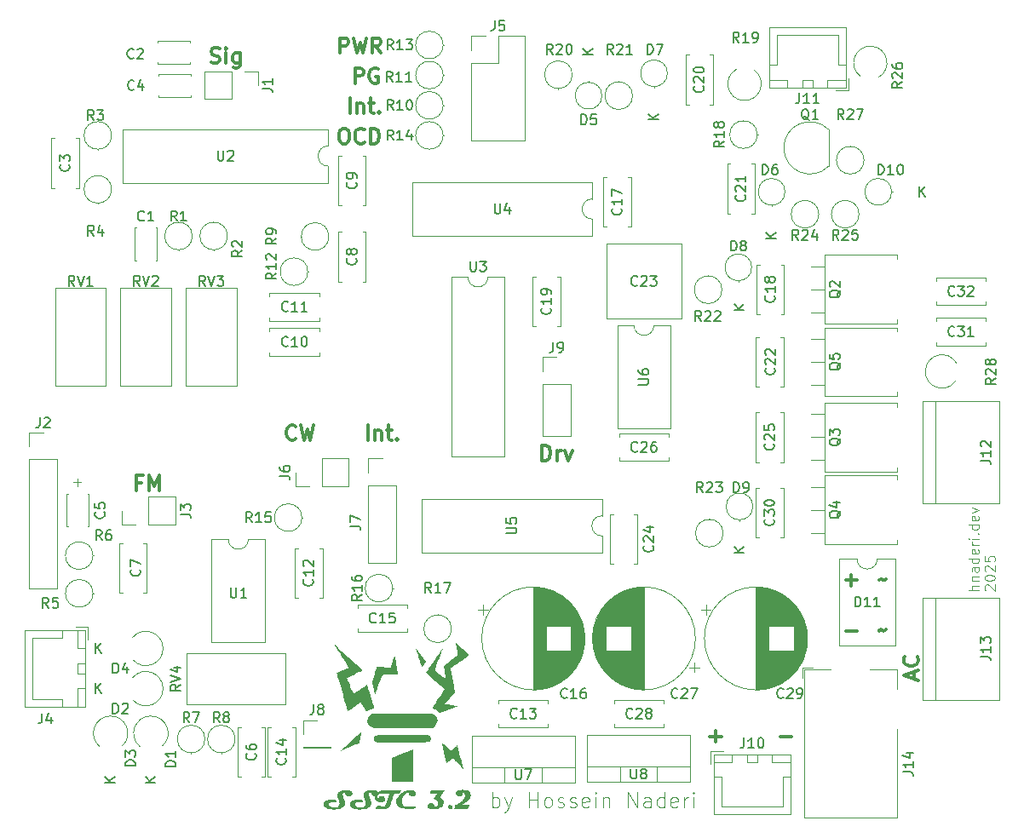
<source format=gbr>
%TF.GenerationSoftware,KiCad,Pcbnew,9.0.1*%
%TF.CreationDate,2025-05-04T12:18:18+03:30*%
%TF.ProjectId,sstc-v3,73737463-2d76-4332-9e6b-696361645f70,rev?*%
%TF.SameCoordinates,Original*%
%TF.FileFunction,Legend,Top*%
%TF.FilePolarity,Positive*%
%FSLAX46Y46*%
G04 Gerber Fmt 4.6, Leading zero omitted, Abs format (unit mm)*
G04 Created by KiCad (PCBNEW 9.0.1) date 2025-05-04 12:18:18*
%MOMM*%
%LPD*%
G01*
G04 APERTURE LIST*
%ADD10C,0.125000*%
%ADD11C,0.300000*%
%ADD12C,0.150000*%
%ADD13C,0.120000*%
%ADD14C,0.000000*%
G04 APERTURE END LIST*
D10*
X18820331Y-58490166D02*
X19582236Y-58490166D01*
X19201283Y-58871119D02*
X19201283Y-58109214D01*
D11*
X95554510Y-73229400D02*
X96697368Y-73229400D01*
X89054510Y-83729400D02*
X90197368Y-83729400D01*
X95554510Y-68229400D02*
X96697368Y-68229400D01*
X96125939Y-68800828D02*
X96125939Y-67657971D01*
X65369510Y-56300828D02*
X65369510Y-54800828D01*
X65369510Y-54800828D02*
X65726653Y-54800828D01*
X65726653Y-54800828D02*
X65940939Y-54872257D01*
X65940939Y-54872257D02*
X66083796Y-55015114D01*
X66083796Y-55015114D02*
X66155225Y-55157971D01*
X66155225Y-55157971D02*
X66226653Y-55443685D01*
X66226653Y-55443685D02*
X66226653Y-55657971D01*
X66226653Y-55657971D02*
X66155225Y-55943685D01*
X66155225Y-55943685D02*
X66083796Y-56086542D01*
X66083796Y-56086542D02*
X65940939Y-56229400D01*
X65940939Y-56229400D02*
X65726653Y-56300828D01*
X65726653Y-56300828D02*
X65369510Y-56300828D01*
X66869510Y-56300828D02*
X66869510Y-55300828D01*
X66869510Y-55586542D02*
X66940939Y-55443685D01*
X66940939Y-55443685D02*
X67012368Y-55372257D01*
X67012368Y-55372257D02*
X67155225Y-55300828D01*
X67155225Y-55300828D02*
X67298082Y-55300828D01*
X67655224Y-55300828D02*
X68012367Y-56300828D01*
X68012367Y-56300828D02*
X68369510Y-55300828D01*
X40911653Y-54157971D02*
X40840225Y-54229400D01*
X40840225Y-54229400D02*
X40625939Y-54300828D01*
X40625939Y-54300828D02*
X40483082Y-54300828D01*
X40483082Y-54300828D02*
X40268796Y-54229400D01*
X40268796Y-54229400D02*
X40125939Y-54086542D01*
X40125939Y-54086542D02*
X40054510Y-53943685D01*
X40054510Y-53943685D02*
X39983082Y-53657971D01*
X39983082Y-53657971D02*
X39983082Y-53443685D01*
X39983082Y-53443685D02*
X40054510Y-53157971D01*
X40054510Y-53157971D02*
X40125939Y-53015114D01*
X40125939Y-53015114D02*
X40268796Y-52872257D01*
X40268796Y-52872257D02*
X40483082Y-52800828D01*
X40483082Y-52800828D02*
X40625939Y-52800828D01*
X40625939Y-52800828D02*
X40840225Y-52872257D01*
X40840225Y-52872257D02*
X40911653Y-52943685D01*
X41411653Y-52800828D02*
X41768796Y-54300828D01*
X41768796Y-54300828D02*
X42054510Y-53229400D01*
X42054510Y-53229400D02*
X42340225Y-54300828D01*
X42340225Y-54300828D02*
X42697368Y-52800828D01*
X98840225Y-73229400D02*
X98911653Y-73157971D01*
X98911653Y-73157971D02*
X99054510Y-73086542D01*
X99054510Y-73086542D02*
X99340225Y-73229400D01*
X99340225Y-73229400D02*
X99483082Y-73157971D01*
X99483082Y-73157971D02*
X99554510Y-73086542D01*
X48054510Y-54300828D02*
X48054510Y-52800828D01*
X48768796Y-53300828D02*
X48768796Y-54300828D01*
X48768796Y-53443685D02*
X48840225Y-53372257D01*
X48840225Y-53372257D02*
X48983082Y-53300828D01*
X48983082Y-53300828D02*
X49197368Y-53300828D01*
X49197368Y-53300828D02*
X49340225Y-53372257D01*
X49340225Y-53372257D02*
X49411654Y-53515114D01*
X49411654Y-53515114D02*
X49411654Y-54300828D01*
X49911654Y-53300828D02*
X50483082Y-53300828D01*
X50125939Y-52800828D02*
X50125939Y-54086542D01*
X50125939Y-54086542D02*
X50197368Y-54229400D01*
X50197368Y-54229400D02*
X50340225Y-54300828D01*
X50340225Y-54300828D02*
X50483082Y-54300828D01*
X50983082Y-54157971D02*
X51054511Y-54229400D01*
X51054511Y-54229400D02*
X50983082Y-54300828D01*
X50983082Y-54300828D02*
X50911654Y-54229400D01*
X50911654Y-54229400D02*
X50983082Y-54157971D01*
X50983082Y-54157971D02*
X50983082Y-54300828D01*
X102372257Y-78016917D02*
X102372257Y-77302632D01*
X102800828Y-78159774D02*
X101300828Y-77659774D01*
X101300828Y-77659774D02*
X102800828Y-77159774D01*
X102657971Y-75802632D02*
X102729400Y-75874060D01*
X102729400Y-75874060D02*
X102800828Y-76088346D01*
X102800828Y-76088346D02*
X102800828Y-76231203D01*
X102800828Y-76231203D02*
X102729400Y-76445489D01*
X102729400Y-76445489D02*
X102586542Y-76588346D01*
X102586542Y-76588346D02*
X102443685Y-76659775D01*
X102443685Y-76659775D02*
X102157971Y-76731203D01*
X102157971Y-76731203D02*
X101943685Y-76731203D01*
X101943685Y-76731203D02*
X101657971Y-76659775D01*
X101657971Y-76659775D02*
X101515114Y-76588346D01*
X101515114Y-76588346D02*
X101372257Y-76445489D01*
X101372257Y-76445489D02*
X101300828Y-76231203D01*
X101300828Y-76231203D02*
X101300828Y-76088346D01*
X101300828Y-76088346D02*
X101372257Y-75874060D01*
X101372257Y-75874060D02*
X101443685Y-75802632D01*
D10*
X60439378Y-90809928D02*
X60439378Y-89309928D01*
X60439378Y-89881357D02*
X60582236Y-89809928D01*
X60582236Y-89809928D02*
X60867950Y-89809928D01*
X60867950Y-89809928D02*
X61010807Y-89881357D01*
X61010807Y-89881357D02*
X61082236Y-89952785D01*
X61082236Y-89952785D02*
X61153664Y-90095642D01*
X61153664Y-90095642D02*
X61153664Y-90524214D01*
X61153664Y-90524214D02*
X61082236Y-90667071D01*
X61082236Y-90667071D02*
X61010807Y-90738500D01*
X61010807Y-90738500D02*
X60867950Y-90809928D01*
X60867950Y-90809928D02*
X60582236Y-90809928D01*
X60582236Y-90809928D02*
X60439378Y-90738500D01*
X61653664Y-89809928D02*
X62010807Y-90809928D01*
X62367950Y-89809928D02*
X62010807Y-90809928D01*
X62010807Y-90809928D02*
X61867950Y-91167071D01*
X61867950Y-91167071D02*
X61796521Y-91238500D01*
X61796521Y-91238500D02*
X61653664Y-91309928D01*
X64082235Y-90809928D02*
X64082235Y-89309928D01*
X64082235Y-90024214D02*
X64939378Y-90024214D01*
X64939378Y-90809928D02*
X64939378Y-89309928D01*
X65867950Y-90809928D02*
X65725093Y-90738500D01*
X65725093Y-90738500D02*
X65653664Y-90667071D01*
X65653664Y-90667071D02*
X65582236Y-90524214D01*
X65582236Y-90524214D02*
X65582236Y-90095642D01*
X65582236Y-90095642D02*
X65653664Y-89952785D01*
X65653664Y-89952785D02*
X65725093Y-89881357D01*
X65725093Y-89881357D02*
X65867950Y-89809928D01*
X65867950Y-89809928D02*
X66082236Y-89809928D01*
X66082236Y-89809928D02*
X66225093Y-89881357D01*
X66225093Y-89881357D02*
X66296522Y-89952785D01*
X66296522Y-89952785D02*
X66367950Y-90095642D01*
X66367950Y-90095642D02*
X66367950Y-90524214D01*
X66367950Y-90524214D02*
X66296522Y-90667071D01*
X66296522Y-90667071D02*
X66225093Y-90738500D01*
X66225093Y-90738500D02*
X66082236Y-90809928D01*
X66082236Y-90809928D02*
X65867950Y-90809928D01*
X66939379Y-90738500D02*
X67082236Y-90809928D01*
X67082236Y-90809928D02*
X67367950Y-90809928D01*
X67367950Y-90809928D02*
X67510807Y-90738500D01*
X67510807Y-90738500D02*
X67582236Y-90595642D01*
X67582236Y-90595642D02*
X67582236Y-90524214D01*
X67582236Y-90524214D02*
X67510807Y-90381357D01*
X67510807Y-90381357D02*
X67367950Y-90309928D01*
X67367950Y-90309928D02*
X67153665Y-90309928D01*
X67153665Y-90309928D02*
X67010807Y-90238500D01*
X67010807Y-90238500D02*
X66939379Y-90095642D01*
X66939379Y-90095642D02*
X66939379Y-90024214D01*
X66939379Y-90024214D02*
X67010807Y-89881357D01*
X67010807Y-89881357D02*
X67153665Y-89809928D01*
X67153665Y-89809928D02*
X67367950Y-89809928D01*
X67367950Y-89809928D02*
X67510807Y-89881357D01*
X68153665Y-90738500D02*
X68296522Y-90809928D01*
X68296522Y-90809928D02*
X68582236Y-90809928D01*
X68582236Y-90809928D02*
X68725093Y-90738500D01*
X68725093Y-90738500D02*
X68796522Y-90595642D01*
X68796522Y-90595642D02*
X68796522Y-90524214D01*
X68796522Y-90524214D02*
X68725093Y-90381357D01*
X68725093Y-90381357D02*
X68582236Y-90309928D01*
X68582236Y-90309928D02*
X68367951Y-90309928D01*
X68367951Y-90309928D02*
X68225093Y-90238500D01*
X68225093Y-90238500D02*
X68153665Y-90095642D01*
X68153665Y-90095642D02*
X68153665Y-90024214D01*
X68153665Y-90024214D02*
X68225093Y-89881357D01*
X68225093Y-89881357D02*
X68367951Y-89809928D01*
X68367951Y-89809928D02*
X68582236Y-89809928D01*
X68582236Y-89809928D02*
X68725093Y-89881357D01*
X70010808Y-90738500D02*
X69867951Y-90809928D01*
X69867951Y-90809928D02*
X69582237Y-90809928D01*
X69582237Y-90809928D02*
X69439379Y-90738500D01*
X69439379Y-90738500D02*
X69367951Y-90595642D01*
X69367951Y-90595642D02*
X69367951Y-90024214D01*
X69367951Y-90024214D02*
X69439379Y-89881357D01*
X69439379Y-89881357D02*
X69582237Y-89809928D01*
X69582237Y-89809928D02*
X69867951Y-89809928D01*
X69867951Y-89809928D02*
X70010808Y-89881357D01*
X70010808Y-89881357D02*
X70082237Y-90024214D01*
X70082237Y-90024214D02*
X70082237Y-90167071D01*
X70082237Y-90167071D02*
X69367951Y-90309928D01*
X70725093Y-90809928D02*
X70725093Y-89809928D01*
X70725093Y-89309928D02*
X70653665Y-89381357D01*
X70653665Y-89381357D02*
X70725093Y-89452785D01*
X70725093Y-89452785D02*
X70796522Y-89381357D01*
X70796522Y-89381357D02*
X70725093Y-89309928D01*
X70725093Y-89309928D02*
X70725093Y-89452785D01*
X71439379Y-89809928D02*
X71439379Y-90809928D01*
X71439379Y-89952785D02*
X71510808Y-89881357D01*
X71510808Y-89881357D02*
X71653665Y-89809928D01*
X71653665Y-89809928D02*
X71867951Y-89809928D01*
X71867951Y-89809928D02*
X72010808Y-89881357D01*
X72010808Y-89881357D02*
X72082237Y-90024214D01*
X72082237Y-90024214D02*
X72082237Y-90809928D01*
X73939379Y-90809928D02*
X73939379Y-89309928D01*
X73939379Y-89309928D02*
X74796522Y-90809928D01*
X74796522Y-90809928D02*
X74796522Y-89309928D01*
X76153666Y-90809928D02*
X76153666Y-90024214D01*
X76153666Y-90024214D02*
X76082237Y-89881357D01*
X76082237Y-89881357D02*
X75939380Y-89809928D01*
X75939380Y-89809928D02*
X75653666Y-89809928D01*
X75653666Y-89809928D02*
X75510808Y-89881357D01*
X76153666Y-90738500D02*
X76010808Y-90809928D01*
X76010808Y-90809928D02*
X75653666Y-90809928D01*
X75653666Y-90809928D02*
X75510808Y-90738500D01*
X75510808Y-90738500D02*
X75439380Y-90595642D01*
X75439380Y-90595642D02*
X75439380Y-90452785D01*
X75439380Y-90452785D02*
X75510808Y-90309928D01*
X75510808Y-90309928D02*
X75653666Y-90238500D01*
X75653666Y-90238500D02*
X76010808Y-90238500D01*
X76010808Y-90238500D02*
X76153666Y-90167071D01*
X77510809Y-90809928D02*
X77510809Y-89309928D01*
X77510809Y-90738500D02*
X77367951Y-90809928D01*
X77367951Y-90809928D02*
X77082237Y-90809928D01*
X77082237Y-90809928D02*
X76939380Y-90738500D01*
X76939380Y-90738500D02*
X76867951Y-90667071D01*
X76867951Y-90667071D02*
X76796523Y-90524214D01*
X76796523Y-90524214D02*
X76796523Y-90095642D01*
X76796523Y-90095642D02*
X76867951Y-89952785D01*
X76867951Y-89952785D02*
X76939380Y-89881357D01*
X76939380Y-89881357D02*
X77082237Y-89809928D01*
X77082237Y-89809928D02*
X77367951Y-89809928D01*
X77367951Y-89809928D02*
X77510809Y-89881357D01*
X78796523Y-90738500D02*
X78653666Y-90809928D01*
X78653666Y-90809928D02*
X78367952Y-90809928D01*
X78367952Y-90809928D02*
X78225094Y-90738500D01*
X78225094Y-90738500D02*
X78153666Y-90595642D01*
X78153666Y-90595642D02*
X78153666Y-90024214D01*
X78153666Y-90024214D02*
X78225094Y-89881357D01*
X78225094Y-89881357D02*
X78367952Y-89809928D01*
X78367952Y-89809928D02*
X78653666Y-89809928D01*
X78653666Y-89809928D02*
X78796523Y-89881357D01*
X78796523Y-89881357D02*
X78867952Y-90024214D01*
X78867952Y-90024214D02*
X78867952Y-90167071D01*
X78867952Y-90167071D02*
X78153666Y-90309928D01*
X79510808Y-90809928D02*
X79510808Y-89809928D01*
X79510808Y-90095642D02*
X79582237Y-89952785D01*
X79582237Y-89952785D02*
X79653666Y-89881357D01*
X79653666Y-89881357D02*
X79796523Y-89809928D01*
X79796523Y-89809928D02*
X79939380Y-89809928D01*
X80439379Y-90809928D02*
X80439379Y-89809928D01*
X80439379Y-89309928D02*
X80367951Y-89381357D01*
X80367951Y-89381357D02*
X80439379Y-89452785D01*
X80439379Y-89452785D02*
X80510808Y-89381357D01*
X80510808Y-89381357D02*
X80439379Y-89309928D01*
X80439379Y-89309928D02*
X80439379Y-89452785D01*
D11*
X45565225Y-23300828D02*
X45850939Y-23300828D01*
X45850939Y-23300828D02*
X45993796Y-23372257D01*
X45993796Y-23372257D02*
X46136653Y-23515114D01*
X46136653Y-23515114D02*
X46208082Y-23800828D01*
X46208082Y-23800828D02*
X46208082Y-24300828D01*
X46208082Y-24300828D02*
X46136653Y-24586542D01*
X46136653Y-24586542D02*
X45993796Y-24729400D01*
X45993796Y-24729400D02*
X45850939Y-24800828D01*
X45850939Y-24800828D02*
X45565225Y-24800828D01*
X45565225Y-24800828D02*
X45422368Y-24729400D01*
X45422368Y-24729400D02*
X45279510Y-24586542D01*
X45279510Y-24586542D02*
X45208082Y-24300828D01*
X45208082Y-24300828D02*
X45208082Y-23800828D01*
X45208082Y-23800828D02*
X45279510Y-23515114D01*
X45279510Y-23515114D02*
X45422368Y-23372257D01*
X45422368Y-23372257D02*
X45565225Y-23300828D01*
X47708082Y-24657971D02*
X47636654Y-24729400D01*
X47636654Y-24729400D02*
X47422368Y-24800828D01*
X47422368Y-24800828D02*
X47279511Y-24800828D01*
X47279511Y-24800828D02*
X47065225Y-24729400D01*
X47065225Y-24729400D02*
X46922368Y-24586542D01*
X46922368Y-24586542D02*
X46850939Y-24443685D01*
X46850939Y-24443685D02*
X46779511Y-24157971D01*
X46779511Y-24157971D02*
X46779511Y-23943685D01*
X46779511Y-23943685D02*
X46850939Y-23657971D01*
X46850939Y-23657971D02*
X46922368Y-23515114D01*
X46922368Y-23515114D02*
X47065225Y-23372257D01*
X47065225Y-23372257D02*
X47279511Y-23300828D01*
X47279511Y-23300828D02*
X47422368Y-23300828D01*
X47422368Y-23300828D02*
X47636654Y-23372257D01*
X47636654Y-23372257D02*
X47708082Y-23443685D01*
X48350939Y-24800828D02*
X48350939Y-23300828D01*
X48350939Y-23300828D02*
X48708082Y-23300828D01*
X48708082Y-23300828D02*
X48922368Y-23372257D01*
X48922368Y-23372257D02*
X49065225Y-23515114D01*
X49065225Y-23515114D02*
X49136654Y-23657971D01*
X49136654Y-23657971D02*
X49208082Y-23943685D01*
X49208082Y-23943685D02*
X49208082Y-24157971D01*
X49208082Y-24157971D02*
X49136654Y-24443685D01*
X49136654Y-24443685D02*
X49065225Y-24586542D01*
X49065225Y-24586542D02*
X48922368Y-24729400D01*
X48922368Y-24729400D02*
X48708082Y-24800828D01*
X48708082Y-24800828D02*
X48350939Y-24800828D01*
X32483082Y-16729400D02*
X32697368Y-16800828D01*
X32697368Y-16800828D02*
X33054510Y-16800828D01*
X33054510Y-16800828D02*
X33197368Y-16729400D01*
X33197368Y-16729400D02*
X33268796Y-16657971D01*
X33268796Y-16657971D02*
X33340225Y-16515114D01*
X33340225Y-16515114D02*
X33340225Y-16372257D01*
X33340225Y-16372257D02*
X33268796Y-16229400D01*
X33268796Y-16229400D02*
X33197368Y-16157971D01*
X33197368Y-16157971D02*
X33054510Y-16086542D01*
X33054510Y-16086542D02*
X32768796Y-16015114D01*
X32768796Y-16015114D02*
X32625939Y-15943685D01*
X32625939Y-15943685D02*
X32554510Y-15872257D01*
X32554510Y-15872257D02*
X32483082Y-15729400D01*
X32483082Y-15729400D02*
X32483082Y-15586542D01*
X32483082Y-15586542D02*
X32554510Y-15443685D01*
X32554510Y-15443685D02*
X32625939Y-15372257D01*
X32625939Y-15372257D02*
X32768796Y-15300828D01*
X32768796Y-15300828D02*
X33125939Y-15300828D01*
X33125939Y-15300828D02*
X33340225Y-15372257D01*
X33983081Y-16800828D02*
X33983081Y-15800828D01*
X33983081Y-15300828D02*
X33911653Y-15372257D01*
X33911653Y-15372257D02*
X33983081Y-15443685D01*
X33983081Y-15443685D02*
X34054510Y-15372257D01*
X34054510Y-15372257D02*
X33983081Y-15300828D01*
X33983081Y-15300828D02*
X33983081Y-15443685D01*
X35340225Y-15800828D02*
X35340225Y-17015114D01*
X35340225Y-17015114D02*
X35268796Y-17157971D01*
X35268796Y-17157971D02*
X35197367Y-17229400D01*
X35197367Y-17229400D02*
X35054510Y-17300828D01*
X35054510Y-17300828D02*
X34840225Y-17300828D01*
X34840225Y-17300828D02*
X34697367Y-17229400D01*
X35340225Y-16729400D02*
X35197367Y-16800828D01*
X35197367Y-16800828D02*
X34911653Y-16800828D01*
X34911653Y-16800828D02*
X34768796Y-16729400D01*
X34768796Y-16729400D02*
X34697367Y-16657971D01*
X34697367Y-16657971D02*
X34625939Y-16515114D01*
X34625939Y-16515114D02*
X34625939Y-16086542D01*
X34625939Y-16086542D02*
X34697367Y-15943685D01*
X34697367Y-15943685D02*
X34768796Y-15872257D01*
X34768796Y-15872257D02*
X34911653Y-15800828D01*
X34911653Y-15800828D02*
X35197367Y-15800828D01*
X35197367Y-15800828D02*
X35340225Y-15872257D01*
X46279510Y-21800828D02*
X46279510Y-20300828D01*
X46993796Y-20800828D02*
X46993796Y-21800828D01*
X46993796Y-20943685D02*
X47065225Y-20872257D01*
X47065225Y-20872257D02*
X47208082Y-20800828D01*
X47208082Y-20800828D02*
X47422368Y-20800828D01*
X47422368Y-20800828D02*
X47565225Y-20872257D01*
X47565225Y-20872257D02*
X47636654Y-21015114D01*
X47636654Y-21015114D02*
X47636654Y-21800828D01*
X48136654Y-20800828D02*
X48708082Y-20800828D01*
X48350939Y-20300828D02*
X48350939Y-21586542D01*
X48350939Y-21586542D02*
X48422368Y-21729400D01*
X48422368Y-21729400D02*
X48565225Y-21800828D01*
X48565225Y-21800828D02*
X48708082Y-21800828D01*
X49208082Y-21657971D02*
X49279511Y-21729400D01*
X49279511Y-21729400D02*
X49208082Y-21800828D01*
X49208082Y-21800828D02*
X49136654Y-21729400D01*
X49136654Y-21729400D02*
X49208082Y-21657971D01*
X49208082Y-21657971D02*
X49208082Y-21800828D01*
X82054510Y-83729400D02*
X83197368Y-83729400D01*
X82625939Y-84300828D02*
X82625939Y-83157971D01*
X45279510Y-15800828D02*
X45279510Y-14300828D01*
X45279510Y-14300828D02*
X45850939Y-14300828D01*
X45850939Y-14300828D02*
X45993796Y-14372257D01*
X45993796Y-14372257D02*
X46065225Y-14443685D01*
X46065225Y-14443685D02*
X46136653Y-14586542D01*
X46136653Y-14586542D02*
X46136653Y-14800828D01*
X46136653Y-14800828D02*
X46065225Y-14943685D01*
X46065225Y-14943685D02*
X45993796Y-15015114D01*
X45993796Y-15015114D02*
X45850939Y-15086542D01*
X45850939Y-15086542D02*
X45279510Y-15086542D01*
X46636653Y-14300828D02*
X46993796Y-15800828D01*
X46993796Y-15800828D02*
X47279510Y-14729400D01*
X47279510Y-14729400D02*
X47565225Y-15800828D01*
X47565225Y-15800828D02*
X47922368Y-14300828D01*
X49350939Y-15800828D02*
X48850939Y-15086542D01*
X48493796Y-15800828D02*
X48493796Y-14300828D01*
X48493796Y-14300828D02*
X49065225Y-14300828D01*
X49065225Y-14300828D02*
X49208082Y-14372257D01*
X49208082Y-14372257D02*
X49279511Y-14443685D01*
X49279511Y-14443685D02*
X49350939Y-14586542D01*
X49350939Y-14586542D02*
X49350939Y-14800828D01*
X49350939Y-14800828D02*
X49279511Y-14943685D01*
X49279511Y-14943685D02*
X49208082Y-15015114D01*
X49208082Y-15015114D02*
X49065225Y-15086542D01*
X49065225Y-15086542D02*
X48493796Y-15086542D01*
X46779510Y-18800828D02*
X46779510Y-17300828D01*
X46779510Y-17300828D02*
X47350939Y-17300828D01*
X47350939Y-17300828D02*
X47493796Y-17372257D01*
X47493796Y-17372257D02*
X47565225Y-17443685D01*
X47565225Y-17443685D02*
X47636653Y-17586542D01*
X47636653Y-17586542D02*
X47636653Y-17800828D01*
X47636653Y-17800828D02*
X47565225Y-17943685D01*
X47565225Y-17943685D02*
X47493796Y-18015114D01*
X47493796Y-18015114D02*
X47350939Y-18086542D01*
X47350939Y-18086542D02*
X46779510Y-18086542D01*
X49065225Y-17372257D02*
X48922368Y-17300828D01*
X48922368Y-17300828D02*
X48708082Y-17300828D01*
X48708082Y-17300828D02*
X48493796Y-17372257D01*
X48493796Y-17372257D02*
X48350939Y-17515114D01*
X48350939Y-17515114D02*
X48279510Y-17657971D01*
X48279510Y-17657971D02*
X48208082Y-17943685D01*
X48208082Y-17943685D02*
X48208082Y-18157971D01*
X48208082Y-18157971D02*
X48279510Y-18443685D01*
X48279510Y-18443685D02*
X48350939Y-18586542D01*
X48350939Y-18586542D02*
X48493796Y-18729400D01*
X48493796Y-18729400D02*
X48708082Y-18800828D01*
X48708082Y-18800828D02*
X48850939Y-18800828D01*
X48850939Y-18800828D02*
X49065225Y-18729400D01*
X49065225Y-18729400D02*
X49136653Y-18657971D01*
X49136653Y-18657971D02*
X49136653Y-18157971D01*
X49136653Y-18157971D02*
X48850939Y-18157971D01*
X98840225Y-68229400D02*
X98911653Y-68157971D01*
X98911653Y-68157971D02*
X99054510Y-68086542D01*
X99054510Y-68086542D02*
X99340225Y-68229400D01*
X99340225Y-68229400D02*
X99483082Y-68157971D01*
X99483082Y-68157971D02*
X99554510Y-68086542D01*
X25554510Y-58515114D02*
X25054510Y-58515114D01*
X25054510Y-59300828D02*
X25054510Y-57800828D01*
X25054510Y-57800828D02*
X25768796Y-57800828D01*
X26340224Y-59300828D02*
X26340224Y-57800828D01*
X26340224Y-57800828D02*
X26840224Y-58872257D01*
X26840224Y-58872257D02*
X27340224Y-57800828D01*
X27340224Y-57800828D02*
X27340224Y-59300828D01*
D10*
X108761175Y-69179668D02*
X107761175Y-69179668D01*
X108761175Y-68751097D02*
X108237365Y-68751097D01*
X108237365Y-68751097D02*
X108142127Y-68798716D01*
X108142127Y-68798716D02*
X108094508Y-68893954D01*
X108094508Y-68893954D02*
X108094508Y-69036811D01*
X108094508Y-69036811D02*
X108142127Y-69132049D01*
X108142127Y-69132049D02*
X108189746Y-69179668D01*
X108094508Y-68274906D02*
X108761175Y-68274906D01*
X108189746Y-68274906D02*
X108142127Y-68227287D01*
X108142127Y-68227287D02*
X108094508Y-68132049D01*
X108094508Y-68132049D02*
X108094508Y-67989192D01*
X108094508Y-67989192D02*
X108142127Y-67893954D01*
X108142127Y-67893954D02*
X108237365Y-67846335D01*
X108237365Y-67846335D02*
X108761175Y-67846335D01*
X108761175Y-66941573D02*
X108237365Y-66941573D01*
X108237365Y-66941573D02*
X108142127Y-66989192D01*
X108142127Y-66989192D02*
X108094508Y-67084430D01*
X108094508Y-67084430D02*
X108094508Y-67274906D01*
X108094508Y-67274906D02*
X108142127Y-67370144D01*
X108713556Y-66941573D02*
X108761175Y-67036811D01*
X108761175Y-67036811D02*
X108761175Y-67274906D01*
X108761175Y-67274906D02*
X108713556Y-67370144D01*
X108713556Y-67370144D02*
X108618317Y-67417763D01*
X108618317Y-67417763D02*
X108523079Y-67417763D01*
X108523079Y-67417763D02*
X108427841Y-67370144D01*
X108427841Y-67370144D02*
X108380222Y-67274906D01*
X108380222Y-67274906D02*
X108380222Y-67036811D01*
X108380222Y-67036811D02*
X108332603Y-66941573D01*
X108761175Y-66036811D02*
X107761175Y-66036811D01*
X108713556Y-66036811D02*
X108761175Y-66132049D01*
X108761175Y-66132049D02*
X108761175Y-66322525D01*
X108761175Y-66322525D02*
X108713556Y-66417763D01*
X108713556Y-66417763D02*
X108665936Y-66465382D01*
X108665936Y-66465382D02*
X108570698Y-66513001D01*
X108570698Y-66513001D02*
X108284984Y-66513001D01*
X108284984Y-66513001D02*
X108189746Y-66465382D01*
X108189746Y-66465382D02*
X108142127Y-66417763D01*
X108142127Y-66417763D02*
X108094508Y-66322525D01*
X108094508Y-66322525D02*
X108094508Y-66132049D01*
X108094508Y-66132049D02*
X108142127Y-66036811D01*
X108713556Y-65179668D02*
X108761175Y-65274906D01*
X108761175Y-65274906D02*
X108761175Y-65465382D01*
X108761175Y-65465382D02*
X108713556Y-65560620D01*
X108713556Y-65560620D02*
X108618317Y-65608239D01*
X108618317Y-65608239D02*
X108237365Y-65608239D01*
X108237365Y-65608239D02*
X108142127Y-65560620D01*
X108142127Y-65560620D02*
X108094508Y-65465382D01*
X108094508Y-65465382D02*
X108094508Y-65274906D01*
X108094508Y-65274906D02*
X108142127Y-65179668D01*
X108142127Y-65179668D02*
X108237365Y-65132049D01*
X108237365Y-65132049D02*
X108332603Y-65132049D01*
X108332603Y-65132049D02*
X108427841Y-65608239D01*
X108761175Y-64703477D02*
X108094508Y-64703477D01*
X108284984Y-64703477D02*
X108189746Y-64655858D01*
X108189746Y-64655858D02*
X108142127Y-64608239D01*
X108142127Y-64608239D02*
X108094508Y-64513001D01*
X108094508Y-64513001D02*
X108094508Y-64417763D01*
X108761175Y-64084429D02*
X108094508Y-64084429D01*
X107761175Y-64084429D02*
X107808794Y-64132048D01*
X107808794Y-64132048D02*
X107856413Y-64084429D01*
X107856413Y-64084429D02*
X107808794Y-64036810D01*
X107808794Y-64036810D02*
X107761175Y-64084429D01*
X107761175Y-64084429D02*
X107856413Y-64084429D01*
X108665936Y-63608239D02*
X108713556Y-63560620D01*
X108713556Y-63560620D02*
X108761175Y-63608239D01*
X108761175Y-63608239D02*
X108713556Y-63655858D01*
X108713556Y-63655858D02*
X108665936Y-63608239D01*
X108665936Y-63608239D02*
X108761175Y-63608239D01*
X108761175Y-62703478D02*
X107761175Y-62703478D01*
X108713556Y-62703478D02*
X108761175Y-62798716D01*
X108761175Y-62798716D02*
X108761175Y-62989192D01*
X108761175Y-62989192D02*
X108713556Y-63084430D01*
X108713556Y-63084430D02*
X108665936Y-63132049D01*
X108665936Y-63132049D02*
X108570698Y-63179668D01*
X108570698Y-63179668D02*
X108284984Y-63179668D01*
X108284984Y-63179668D02*
X108189746Y-63132049D01*
X108189746Y-63132049D02*
X108142127Y-63084430D01*
X108142127Y-63084430D02*
X108094508Y-62989192D01*
X108094508Y-62989192D02*
X108094508Y-62798716D01*
X108094508Y-62798716D02*
X108142127Y-62703478D01*
X108713556Y-61846335D02*
X108761175Y-61941573D01*
X108761175Y-61941573D02*
X108761175Y-62132049D01*
X108761175Y-62132049D02*
X108713556Y-62227287D01*
X108713556Y-62227287D02*
X108618317Y-62274906D01*
X108618317Y-62274906D02*
X108237365Y-62274906D01*
X108237365Y-62274906D02*
X108142127Y-62227287D01*
X108142127Y-62227287D02*
X108094508Y-62132049D01*
X108094508Y-62132049D02*
X108094508Y-61941573D01*
X108094508Y-61941573D02*
X108142127Y-61846335D01*
X108142127Y-61846335D02*
X108237365Y-61798716D01*
X108237365Y-61798716D02*
X108332603Y-61798716D01*
X108332603Y-61798716D02*
X108427841Y-62274906D01*
X108094508Y-61465382D02*
X108761175Y-61227287D01*
X108761175Y-61227287D02*
X108094508Y-60989192D01*
X109466357Y-69227287D02*
X109418738Y-69179668D01*
X109418738Y-69179668D02*
X109371119Y-69084430D01*
X109371119Y-69084430D02*
X109371119Y-68846335D01*
X109371119Y-68846335D02*
X109418738Y-68751097D01*
X109418738Y-68751097D02*
X109466357Y-68703478D01*
X109466357Y-68703478D02*
X109561595Y-68655859D01*
X109561595Y-68655859D02*
X109656833Y-68655859D01*
X109656833Y-68655859D02*
X109799690Y-68703478D01*
X109799690Y-68703478D02*
X110371119Y-69274906D01*
X110371119Y-69274906D02*
X110371119Y-68655859D01*
X109371119Y-68036811D02*
X109371119Y-67941573D01*
X109371119Y-67941573D02*
X109418738Y-67846335D01*
X109418738Y-67846335D02*
X109466357Y-67798716D01*
X109466357Y-67798716D02*
X109561595Y-67751097D01*
X109561595Y-67751097D02*
X109752071Y-67703478D01*
X109752071Y-67703478D02*
X109990166Y-67703478D01*
X109990166Y-67703478D02*
X110180642Y-67751097D01*
X110180642Y-67751097D02*
X110275880Y-67798716D01*
X110275880Y-67798716D02*
X110323500Y-67846335D01*
X110323500Y-67846335D02*
X110371119Y-67941573D01*
X110371119Y-67941573D02*
X110371119Y-68036811D01*
X110371119Y-68036811D02*
X110323500Y-68132049D01*
X110323500Y-68132049D02*
X110275880Y-68179668D01*
X110275880Y-68179668D02*
X110180642Y-68227287D01*
X110180642Y-68227287D02*
X109990166Y-68274906D01*
X109990166Y-68274906D02*
X109752071Y-68274906D01*
X109752071Y-68274906D02*
X109561595Y-68227287D01*
X109561595Y-68227287D02*
X109466357Y-68179668D01*
X109466357Y-68179668D02*
X109418738Y-68132049D01*
X109418738Y-68132049D02*
X109371119Y-68036811D01*
X109466357Y-67322525D02*
X109418738Y-67274906D01*
X109418738Y-67274906D02*
X109371119Y-67179668D01*
X109371119Y-67179668D02*
X109371119Y-66941573D01*
X109371119Y-66941573D02*
X109418738Y-66846335D01*
X109418738Y-66846335D02*
X109466357Y-66798716D01*
X109466357Y-66798716D02*
X109561595Y-66751097D01*
X109561595Y-66751097D02*
X109656833Y-66751097D01*
X109656833Y-66751097D02*
X109799690Y-66798716D01*
X109799690Y-66798716D02*
X110371119Y-67370144D01*
X110371119Y-67370144D02*
X110371119Y-66751097D01*
X109371119Y-65846335D02*
X109371119Y-66322525D01*
X109371119Y-66322525D02*
X109847309Y-66370144D01*
X109847309Y-66370144D02*
X109799690Y-66322525D01*
X109799690Y-66322525D02*
X109752071Y-66227287D01*
X109752071Y-66227287D02*
X109752071Y-65989192D01*
X109752071Y-65989192D02*
X109799690Y-65893954D01*
X109799690Y-65893954D02*
X109847309Y-65846335D01*
X109847309Y-65846335D02*
X109942547Y-65798716D01*
X109942547Y-65798716D02*
X110180642Y-65798716D01*
X110180642Y-65798716D02*
X110275880Y-65846335D01*
X110275880Y-65846335D02*
X110323500Y-65893954D01*
X110323500Y-65893954D02*
X110371119Y-65989192D01*
X110371119Y-65989192D02*
X110371119Y-66227287D01*
X110371119Y-66227287D02*
X110323500Y-66322525D01*
X110323500Y-66322525D02*
X110275880Y-66370144D01*
D12*
X98785714Y-27869819D02*
X98785714Y-26869819D01*
X98785714Y-26869819D02*
X99023809Y-26869819D01*
X99023809Y-26869819D02*
X99166666Y-26917438D01*
X99166666Y-26917438D02*
X99261904Y-27012676D01*
X99261904Y-27012676D02*
X99309523Y-27107914D01*
X99309523Y-27107914D02*
X99357142Y-27298390D01*
X99357142Y-27298390D02*
X99357142Y-27441247D01*
X99357142Y-27441247D02*
X99309523Y-27631723D01*
X99309523Y-27631723D02*
X99261904Y-27726961D01*
X99261904Y-27726961D02*
X99166666Y-27822200D01*
X99166666Y-27822200D02*
X99023809Y-27869819D01*
X99023809Y-27869819D02*
X98785714Y-27869819D01*
X100309523Y-27869819D02*
X99738095Y-27869819D01*
X100023809Y-27869819D02*
X100023809Y-26869819D01*
X100023809Y-26869819D02*
X99928571Y-27012676D01*
X99928571Y-27012676D02*
X99833333Y-27107914D01*
X99833333Y-27107914D02*
X99738095Y-27155533D01*
X100928571Y-26869819D02*
X101023809Y-26869819D01*
X101023809Y-26869819D02*
X101119047Y-26917438D01*
X101119047Y-26917438D02*
X101166666Y-26965057D01*
X101166666Y-26965057D02*
X101214285Y-27060295D01*
X101214285Y-27060295D02*
X101261904Y-27250771D01*
X101261904Y-27250771D02*
X101261904Y-27488866D01*
X101261904Y-27488866D02*
X101214285Y-27679342D01*
X101214285Y-27679342D02*
X101166666Y-27774580D01*
X101166666Y-27774580D02*
X101119047Y-27822200D01*
X101119047Y-27822200D02*
X101023809Y-27869819D01*
X101023809Y-27869819D02*
X100928571Y-27869819D01*
X100928571Y-27869819D02*
X100833333Y-27822200D01*
X100833333Y-27822200D02*
X100785714Y-27774580D01*
X100785714Y-27774580D02*
X100738095Y-27679342D01*
X100738095Y-27679342D02*
X100690476Y-27488866D01*
X100690476Y-27488866D02*
X100690476Y-27250771D01*
X100690476Y-27250771D02*
X100738095Y-27060295D01*
X100738095Y-27060295D02*
X100785714Y-26965057D01*
X100785714Y-26965057D02*
X100833333Y-26917438D01*
X100833333Y-26917438D02*
X100928571Y-26869819D01*
X102868781Y-30056875D02*
X102868781Y-29056875D01*
X103440209Y-30056875D02*
X103011638Y-29485446D01*
X103440209Y-29056875D02*
X102868781Y-29628303D01*
X90857142Y-34369819D02*
X90523809Y-33893628D01*
X90285714Y-34369819D02*
X90285714Y-33369819D01*
X90285714Y-33369819D02*
X90666666Y-33369819D01*
X90666666Y-33369819D02*
X90761904Y-33417438D01*
X90761904Y-33417438D02*
X90809523Y-33465057D01*
X90809523Y-33465057D02*
X90857142Y-33560295D01*
X90857142Y-33560295D02*
X90857142Y-33703152D01*
X90857142Y-33703152D02*
X90809523Y-33798390D01*
X90809523Y-33798390D02*
X90761904Y-33846009D01*
X90761904Y-33846009D02*
X90666666Y-33893628D01*
X90666666Y-33893628D02*
X90285714Y-33893628D01*
X91238095Y-33465057D02*
X91285714Y-33417438D01*
X91285714Y-33417438D02*
X91380952Y-33369819D01*
X91380952Y-33369819D02*
X91619047Y-33369819D01*
X91619047Y-33369819D02*
X91714285Y-33417438D01*
X91714285Y-33417438D02*
X91761904Y-33465057D01*
X91761904Y-33465057D02*
X91809523Y-33560295D01*
X91809523Y-33560295D02*
X91809523Y-33655533D01*
X91809523Y-33655533D02*
X91761904Y-33798390D01*
X91761904Y-33798390D02*
X91190476Y-34369819D01*
X91190476Y-34369819D02*
X91809523Y-34369819D01*
X92666666Y-33703152D02*
X92666666Y-34369819D01*
X92428571Y-33322200D02*
X92190476Y-34036485D01*
X92190476Y-34036485D02*
X92809523Y-34036485D01*
X108954819Y-75809523D02*
X109669104Y-75809523D01*
X109669104Y-75809523D02*
X109811961Y-75857142D01*
X109811961Y-75857142D02*
X109907200Y-75952380D01*
X109907200Y-75952380D02*
X109954819Y-76095237D01*
X109954819Y-76095237D02*
X109954819Y-76190475D01*
X109954819Y-74809523D02*
X109954819Y-75380951D01*
X109954819Y-75095237D02*
X108954819Y-75095237D01*
X108954819Y-75095237D02*
X109097676Y-75190475D01*
X109097676Y-75190475D02*
X109192914Y-75285713D01*
X109192914Y-75285713D02*
X109240533Y-75380951D01*
X108954819Y-74476189D02*
X108954819Y-73857142D01*
X108954819Y-73857142D02*
X109335771Y-74190475D01*
X109335771Y-74190475D02*
X109335771Y-74047618D01*
X109335771Y-74047618D02*
X109383390Y-73952380D01*
X109383390Y-73952380D02*
X109431009Y-73904761D01*
X109431009Y-73904761D02*
X109526247Y-73857142D01*
X109526247Y-73857142D02*
X109764342Y-73857142D01*
X109764342Y-73857142D02*
X109859580Y-73904761D01*
X109859580Y-73904761D02*
X109907200Y-73952380D01*
X109907200Y-73952380D02*
X109954819Y-74047618D01*
X109954819Y-74047618D02*
X109954819Y-74333332D01*
X109954819Y-74333332D02*
X109907200Y-74428570D01*
X109907200Y-74428570D02*
X109859580Y-74476189D01*
X33333333Y-82344819D02*
X33000000Y-81868628D01*
X32761905Y-82344819D02*
X32761905Y-81344819D01*
X32761905Y-81344819D02*
X33142857Y-81344819D01*
X33142857Y-81344819D02*
X33238095Y-81392438D01*
X33238095Y-81392438D02*
X33285714Y-81440057D01*
X33285714Y-81440057D02*
X33333333Y-81535295D01*
X33333333Y-81535295D02*
X33333333Y-81678152D01*
X33333333Y-81678152D02*
X33285714Y-81773390D01*
X33285714Y-81773390D02*
X33238095Y-81821009D01*
X33238095Y-81821009D02*
X33142857Y-81868628D01*
X33142857Y-81868628D02*
X32761905Y-81868628D01*
X33904762Y-81773390D02*
X33809524Y-81725771D01*
X33809524Y-81725771D02*
X33761905Y-81678152D01*
X33761905Y-81678152D02*
X33714286Y-81582914D01*
X33714286Y-81582914D02*
X33714286Y-81535295D01*
X33714286Y-81535295D02*
X33761905Y-81440057D01*
X33761905Y-81440057D02*
X33809524Y-81392438D01*
X33809524Y-81392438D02*
X33904762Y-81344819D01*
X33904762Y-81344819D02*
X34095238Y-81344819D01*
X34095238Y-81344819D02*
X34190476Y-81392438D01*
X34190476Y-81392438D02*
X34238095Y-81440057D01*
X34238095Y-81440057D02*
X34285714Y-81535295D01*
X34285714Y-81535295D02*
X34285714Y-81582914D01*
X34285714Y-81582914D02*
X34238095Y-81678152D01*
X34238095Y-81678152D02*
X34190476Y-81725771D01*
X34190476Y-81725771D02*
X34095238Y-81773390D01*
X34095238Y-81773390D02*
X33904762Y-81773390D01*
X33904762Y-81773390D02*
X33809524Y-81821009D01*
X33809524Y-81821009D02*
X33761905Y-81868628D01*
X33761905Y-81868628D02*
X33714286Y-81963866D01*
X33714286Y-81963866D02*
X33714286Y-82154342D01*
X33714286Y-82154342D02*
X33761905Y-82249580D01*
X33761905Y-82249580D02*
X33809524Y-82297200D01*
X33809524Y-82297200D02*
X33904762Y-82344819D01*
X33904762Y-82344819D02*
X34095238Y-82344819D01*
X34095238Y-82344819D02*
X34190476Y-82297200D01*
X34190476Y-82297200D02*
X34238095Y-82249580D01*
X34238095Y-82249580D02*
X34285714Y-82154342D01*
X34285714Y-82154342D02*
X34285714Y-81963866D01*
X34285714Y-81963866D02*
X34238095Y-81868628D01*
X34238095Y-81868628D02*
X34190476Y-81821009D01*
X34190476Y-81821009D02*
X34095238Y-81773390D01*
X88359580Y-62142857D02*
X88407200Y-62190476D01*
X88407200Y-62190476D02*
X88454819Y-62333333D01*
X88454819Y-62333333D02*
X88454819Y-62428571D01*
X88454819Y-62428571D02*
X88407200Y-62571428D01*
X88407200Y-62571428D02*
X88311961Y-62666666D01*
X88311961Y-62666666D02*
X88216723Y-62714285D01*
X88216723Y-62714285D02*
X88026247Y-62761904D01*
X88026247Y-62761904D02*
X87883390Y-62761904D01*
X87883390Y-62761904D02*
X87692914Y-62714285D01*
X87692914Y-62714285D02*
X87597676Y-62666666D01*
X87597676Y-62666666D02*
X87502438Y-62571428D01*
X87502438Y-62571428D02*
X87454819Y-62428571D01*
X87454819Y-62428571D02*
X87454819Y-62333333D01*
X87454819Y-62333333D02*
X87502438Y-62190476D01*
X87502438Y-62190476D02*
X87550057Y-62142857D01*
X87454819Y-61809523D02*
X87454819Y-61190476D01*
X87454819Y-61190476D02*
X87835771Y-61523809D01*
X87835771Y-61523809D02*
X87835771Y-61380952D01*
X87835771Y-61380952D02*
X87883390Y-61285714D01*
X87883390Y-61285714D02*
X87931009Y-61238095D01*
X87931009Y-61238095D02*
X88026247Y-61190476D01*
X88026247Y-61190476D02*
X88264342Y-61190476D01*
X88264342Y-61190476D02*
X88359580Y-61238095D01*
X88359580Y-61238095D02*
X88407200Y-61285714D01*
X88407200Y-61285714D02*
X88454819Y-61380952D01*
X88454819Y-61380952D02*
X88454819Y-61666666D01*
X88454819Y-61666666D02*
X88407200Y-61761904D01*
X88407200Y-61761904D02*
X88359580Y-61809523D01*
X87454819Y-60571428D02*
X87454819Y-60476190D01*
X87454819Y-60476190D02*
X87502438Y-60380952D01*
X87502438Y-60380952D02*
X87550057Y-60333333D01*
X87550057Y-60333333D02*
X87645295Y-60285714D01*
X87645295Y-60285714D02*
X87835771Y-60238095D01*
X87835771Y-60238095D02*
X88073866Y-60238095D01*
X88073866Y-60238095D02*
X88264342Y-60285714D01*
X88264342Y-60285714D02*
X88359580Y-60333333D01*
X88359580Y-60333333D02*
X88407200Y-60380952D01*
X88407200Y-60380952D02*
X88454819Y-60476190D01*
X88454819Y-60476190D02*
X88454819Y-60571428D01*
X88454819Y-60571428D02*
X88407200Y-60666666D01*
X88407200Y-60666666D02*
X88359580Y-60714285D01*
X88359580Y-60714285D02*
X88264342Y-60761904D01*
X88264342Y-60761904D02*
X88073866Y-60809523D01*
X88073866Y-60809523D02*
X87835771Y-60809523D01*
X87835771Y-60809523D02*
X87645295Y-60761904D01*
X87645295Y-60761904D02*
X87550057Y-60714285D01*
X87550057Y-60714285D02*
X87502438Y-60666666D01*
X87502438Y-60666666D02*
X87454819Y-60571428D01*
X67857142Y-79859580D02*
X67809523Y-79907200D01*
X67809523Y-79907200D02*
X67666666Y-79954819D01*
X67666666Y-79954819D02*
X67571428Y-79954819D01*
X67571428Y-79954819D02*
X67428571Y-79907200D01*
X67428571Y-79907200D02*
X67333333Y-79811961D01*
X67333333Y-79811961D02*
X67285714Y-79716723D01*
X67285714Y-79716723D02*
X67238095Y-79526247D01*
X67238095Y-79526247D02*
X67238095Y-79383390D01*
X67238095Y-79383390D02*
X67285714Y-79192914D01*
X67285714Y-79192914D02*
X67333333Y-79097676D01*
X67333333Y-79097676D02*
X67428571Y-79002438D01*
X67428571Y-79002438D02*
X67571428Y-78954819D01*
X67571428Y-78954819D02*
X67666666Y-78954819D01*
X67666666Y-78954819D02*
X67809523Y-79002438D01*
X67809523Y-79002438D02*
X67857142Y-79050057D01*
X68809523Y-79954819D02*
X68238095Y-79954819D01*
X68523809Y-79954819D02*
X68523809Y-78954819D01*
X68523809Y-78954819D02*
X68428571Y-79097676D01*
X68428571Y-79097676D02*
X68333333Y-79192914D01*
X68333333Y-79192914D02*
X68238095Y-79240533D01*
X69666666Y-78954819D02*
X69476190Y-78954819D01*
X69476190Y-78954819D02*
X69380952Y-79002438D01*
X69380952Y-79002438D02*
X69333333Y-79050057D01*
X69333333Y-79050057D02*
X69238095Y-79192914D01*
X69238095Y-79192914D02*
X69190476Y-79383390D01*
X69190476Y-79383390D02*
X69190476Y-79764342D01*
X69190476Y-79764342D02*
X69238095Y-79859580D01*
X69238095Y-79859580D02*
X69285714Y-79907200D01*
X69285714Y-79907200D02*
X69380952Y-79954819D01*
X69380952Y-79954819D02*
X69571428Y-79954819D01*
X69571428Y-79954819D02*
X69666666Y-79907200D01*
X69666666Y-79907200D02*
X69714285Y-79859580D01*
X69714285Y-79859580D02*
X69761904Y-79764342D01*
X69761904Y-79764342D02*
X69761904Y-79526247D01*
X69761904Y-79526247D02*
X69714285Y-79431009D01*
X69714285Y-79431009D02*
X69666666Y-79383390D01*
X69666666Y-79383390D02*
X69571428Y-79335771D01*
X69571428Y-79335771D02*
X69380952Y-79335771D01*
X69380952Y-79335771D02*
X69285714Y-79383390D01*
X69285714Y-79383390D02*
X69238095Y-79431009D01*
X69238095Y-79431009D02*
X69190476Y-79526247D01*
X46854580Y-28666666D02*
X46902200Y-28714285D01*
X46902200Y-28714285D02*
X46949819Y-28857142D01*
X46949819Y-28857142D02*
X46949819Y-28952380D01*
X46949819Y-28952380D02*
X46902200Y-29095237D01*
X46902200Y-29095237D02*
X46806961Y-29190475D01*
X46806961Y-29190475D02*
X46711723Y-29238094D01*
X46711723Y-29238094D02*
X46521247Y-29285713D01*
X46521247Y-29285713D02*
X46378390Y-29285713D01*
X46378390Y-29285713D02*
X46187914Y-29238094D01*
X46187914Y-29238094D02*
X46092676Y-29190475D01*
X46092676Y-29190475D02*
X45997438Y-29095237D01*
X45997438Y-29095237D02*
X45949819Y-28952380D01*
X45949819Y-28952380D02*
X45949819Y-28857142D01*
X45949819Y-28857142D02*
X45997438Y-28714285D01*
X45997438Y-28714285D02*
X46045057Y-28666666D01*
X46949819Y-28190475D02*
X46949819Y-27999999D01*
X46949819Y-27999999D02*
X46902200Y-27904761D01*
X46902200Y-27904761D02*
X46854580Y-27857142D01*
X46854580Y-27857142D02*
X46711723Y-27761904D01*
X46711723Y-27761904D02*
X46521247Y-27714285D01*
X46521247Y-27714285D02*
X46140295Y-27714285D01*
X46140295Y-27714285D02*
X46045057Y-27761904D01*
X46045057Y-27761904D02*
X45997438Y-27809523D01*
X45997438Y-27809523D02*
X45949819Y-27904761D01*
X45949819Y-27904761D02*
X45949819Y-28095237D01*
X45949819Y-28095237D02*
X45997438Y-28190475D01*
X45997438Y-28190475D02*
X46045057Y-28238094D01*
X46045057Y-28238094D02*
X46140295Y-28285713D01*
X46140295Y-28285713D02*
X46378390Y-28285713D01*
X46378390Y-28285713D02*
X46473628Y-28238094D01*
X46473628Y-28238094D02*
X46521247Y-28190475D01*
X46521247Y-28190475D02*
X46568866Y-28095237D01*
X46568866Y-28095237D02*
X46568866Y-27904761D01*
X46568866Y-27904761D02*
X46521247Y-27809523D01*
X46521247Y-27809523D02*
X46473628Y-27761904D01*
X46473628Y-27761904D02*
X46378390Y-27714285D01*
X24828333Y-19399580D02*
X24780714Y-19447200D01*
X24780714Y-19447200D02*
X24637857Y-19494819D01*
X24637857Y-19494819D02*
X24542619Y-19494819D01*
X24542619Y-19494819D02*
X24399762Y-19447200D01*
X24399762Y-19447200D02*
X24304524Y-19351961D01*
X24304524Y-19351961D02*
X24256905Y-19256723D01*
X24256905Y-19256723D02*
X24209286Y-19066247D01*
X24209286Y-19066247D02*
X24209286Y-18923390D01*
X24209286Y-18923390D02*
X24256905Y-18732914D01*
X24256905Y-18732914D02*
X24304524Y-18637676D01*
X24304524Y-18637676D02*
X24399762Y-18542438D01*
X24399762Y-18542438D02*
X24542619Y-18494819D01*
X24542619Y-18494819D02*
X24637857Y-18494819D01*
X24637857Y-18494819D02*
X24780714Y-18542438D01*
X24780714Y-18542438D02*
X24828333Y-18590057D01*
X25685476Y-18828152D02*
X25685476Y-19494819D01*
X25447381Y-18447200D02*
X25209286Y-19161485D01*
X25209286Y-19161485D02*
X25828333Y-19161485D01*
X81357142Y-59454819D02*
X81023809Y-58978628D01*
X80785714Y-59454819D02*
X80785714Y-58454819D01*
X80785714Y-58454819D02*
X81166666Y-58454819D01*
X81166666Y-58454819D02*
X81261904Y-58502438D01*
X81261904Y-58502438D02*
X81309523Y-58550057D01*
X81309523Y-58550057D02*
X81357142Y-58645295D01*
X81357142Y-58645295D02*
X81357142Y-58788152D01*
X81357142Y-58788152D02*
X81309523Y-58883390D01*
X81309523Y-58883390D02*
X81261904Y-58931009D01*
X81261904Y-58931009D02*
X81166666Y-58978628D01*
X81166666Y-58978628D02*
X80785714Y-58978628D01*
X81738095Y-58550057D02*
X81785714Y-58502438D01*
X81785714Y-58502438D02*
X81880952Y-58454819D01*
X81880952Y-58454819D02*
X82119047Y-58454819D01*
X82119047Y-58454819D02*
X82214285Y-58502438D01*
X82214285Y-58502438D02*
X82261904Y-58550057D01*
X82261904Y-58550057D02*
X82309523Y-58645295D01*
X82309523Y-58645295D02*
X82309523Y-58740533D01*
X82309523Y-58740533D02*
X82261904Y-58883390D01*
X82261904Y-58883390D02*
X81690476Y-59454819D01*
X81690476Y-59454819D02*
X82309523Y-59454819D01*
X82642857Y-58454819D02*
X83261904Y-58454819D01*
X83261904Y-58454819D02*
X82928571Y-58835771D01*
X82928571Y-58835771D02*
X83071428Y-58835771D01*
X83071428Y-58835771D02*
X83166666Y-58883390D01*
X83166666Y-58883390D02*
X83214285Y-58931009D01*
X83214285Y-58931009D02*
X83261904Y-59026247D01*
X83261904Y-59026247D02*
X83261904Y-59264342D01*
X83261904Y-59264342D02*
X83214285Y-59359580D01*
X83214285Y-59359580D02*
X83166666Y-59407200D01*
X83166666Y-59407200D02*
X83071428Y-59454819D01*
X83071428Y-59454819D02*
X82785714Y-59454819D01*
X82785714Y-59454819D02*
X82690476Y-59407200D01*
X82690476Y-59407200D02*
X82642857Y-59359580D01*
X83454819Y-24557857D02*
X82978628Y-24891190D01*
X83454819Y-25129285D02*
X82454819Y-25129285D01*
X82454819Y-25129285D02*
X82454819Y-24748333D01*
X82454819Y-24748333D02*
X82502438Y-24653095D01*
X82502438Y-24653095D02*
X82550057Y-24605476D01*
X82550057Y-24605476D02*
X82645295Y-24557857D01*
X82645295Y-24557857D02*
X82788152Y-24557857D01*
X82788152Y-24557857D02*
X82883390Y-24605476D01*
X82883390Y-24605476D02*
X82931009Y-24653095D01*
X82931009Y-24653095D02*
X82978628Y-24748333D01*
X82978628Y-24748333D02*
X82978628Y-25129285D01*
X83454819Y-23605476D02*
X83454819Y-24176904D01*
X83454819Y-23891190D02*
X82454819Y-23891190D01*
X82454819Y-23891190D02*
X82597676Y-23986428D01*
X82597676Y-23986428D02*
X82692914Y-24081666D01*
X82692914Y-24081666D02*
X82740533Y-24176904D01*
X82883390Y-23034047D02*
X82835771Y-23129285D01*
X82835771Y-23129285D02*
X82788152Y-23176904D01*
X82788152Y-23176904D02*
X82692914Y-23224523D01*
X82692914Y-23224523D02*
X82645295Y-23224523D01*
X82645295Y-23224523D02*
X82550057Y-23176904D01*
X82550057Y-23176904D02*
X82502438Y-23129285D01*
X82502438Y-23129285D02*
X82454819Y-23034047D01*
X82454819Y-23034047D02*
X82454819Y-22843571D01*
X82454819Y-22843571D02*
X82502438Y-22748333D01*
X82502438Y-22748333D02*
X82550057Y-22700714D01*
X82550057Y-22700714D02*
X82645295Y-22653095D01*
X82645295Y-22653095D02*
X82692914Y-22653095D01*
X82692914Y-22653095D02*
X82788152Y-22700714D01*
X82788152Y-22700714D02*
X82835771Y-22748333D01*
X82835771Y-22748333D02*
X82883390Y-22843571D01*
X82883390Y-22843571D02*
X82883390Y-23034047D01*
X82883390Y-23034047D02*
X82931009Y-23129285D01*
X82931009Y-23129285D02*
X82978628Y-23176904D01*
X82978628Y-23176904D02*
X83073866Y-23224523D01*
X83073866Y-23224523D02*
X83264342Y-23224523D01*
X83264342Y-23224523D02*
X83359580Y-23176904D01*
X83359580Y-23176904D02*
X83407200Y-23129285D01*
X83407200Y-23129285D02*
X83454819Y-23034047D01*
X83454819Y-23034047D02*
X83454819Y-22843571D01*
X83454819Y-22843571D02*
X83407200Y-22748333D01*
X83407200Y-22748333D02*
X83359580Y-22700714D01*
X83359580Y-22700714D02*
X83264342Y-22653095D01*
X83264342Y-22653095D02*
X83073866Y-22653095D01*
X83073866Y-22653095D02*
X82978628Y-22700714D01*
X82978628Y-22700714D02*
X82931009Y-22748333D01*
X82931009Y-22748333D02*
X82883390Y-22843571D01*
X73199580Y-31262857D02*
X73247200Y-31310476D01*
X73247200Y-31310476D02*
X73294819Y-31453333D01*
X73294819Y-31453333D02*
X73294819Y-31548571D01*
X73294819Y-31548571D02*
X73247200Y-31691428D01*
X73247200Y-31691428D02*
X73151961Y-31786666D01*
X73151961Y-31786666D02*
X73056723Y-31834285D01*
X73056723Y-31834285D02*
X72866247Y-31881904D01*
X72866247Y-31881904D02*
X72723390Y-31881904D01*
X72723390Y-31881904D02*
X72532914Y-31834285D01*
X72532914Y-31834285D02*
X72437676Y-31786666D01*
X72437676Y-31786666D02*
X72342438Y-31691428D01*
X72342438Y-31691428D02*
X72294819Y-31548571D01*
X72294819Y-31548571D02*
X72294819Y-31453333D01*
X72294819Y-31453333D02*
X72342438Y-31310476D01*
X72342438Y-31310476D02*
X72390057Y-31262857D01*
X73294819Y-30310476D02*
X73294819Y-30881904D01*
X73294819Y-30596190D02*
X72294819Y-30596190D01*
X72294819Y-30596190D02*
X72437676Y-30691428D01*
X72437676Y-30691428D02*
X72532914Y-30786666D01*
X72532914Y-30786666D02*
X72580533Y-30881904D01*
X72294819Y-29977142D02*
X72294819Y-29310476D01*
X72294819Y-29310476D02*
X73294819Y-29739047D01*
X25359580Y-67166666D02*
X25407200Y-67214285D01*
X25407200Y-67214285D02*
X25454819Y-67357142D01*
X25454819Y-67357142D02*
X25454819Y-67452380D01*
X25454819Y-67452380D02*
X25407200Y-67595237D01*
X25407200Y-67595237D02*
X25311961Y-67690475D01*
X25311961Y-67690475D02*
X25216723Y-67738094D01*
X25216723Y-67738094D02*
X25026247Y-67785713D01*
X25026247Y-67785713D02*
X24883390Y-67785713D01*
X24883390Y-67785713D02*
X24692914Y-67738094D01*
X24692914Y-67738094D02*
X24597676Y-67690475D01*
X24597676Y-67690475D02*
X24502438Y-67595237D01*
X24502438Y-67595237D02*
X24454819Y-67452380D01*
X24454819Y-67452380D02*
X24454819Y-67357142D01*
X24454819Y-67357142D02*
X24502438Y-67214285D01*
X24502438Y-67214285D02*
X24550057Y-67166666D01*
X24454819Y-66833332D02*
X24454819Y-66166666D01*
X24454819Y-66166666D02*
X25454819Y-66595237D01*
X33143095Y-25494819D02*
X33143095Y-26304342D01*
X33143095Y-26304342D02*
X33190714Y-26399580D01*
X33190714Y-26399580D02*
X33238333Y-26447200D01*
X33238333Y-26447200D02*
X33333571Y-26494819D01*
X33333571Y-26494819D02*
X33524047Y-26494819D01*
X33524047Y-26494819D02*
X33619285Y-26447200D01*
X33619285Y-26447200D02*
X33666904Y-26399580D01*
X33666904Y-26399580D02*
X33714523Y-26304342D01*
X33714523Y-26304342D02*
X33714523Y-25494819D01*
X34143095Y-25590057D02*
X34190714Y-25542438D01*
X34190714Y-25542438D02*
X34285952Y-25494819D01*
X34285952Y-25494819D02*
X34524047Y-25494819D01*
X34524047Y-25494819D02*
X34619285Y-25542438D01*
X34619285Y-25542438D02*
X34666904Y-25590057D01*
X34666904Y-25590057D02*
X34714523Y-25685295D01*
X34714523Y-25685295D02*
X34714523Y-25780533D01*
X34714523Y-25780533D02*
X34666904Y-25923390D01*
X34666904Y-25923390D02*
X34095476Y-26494819D01*
X34095476Y-26494819D02*
X34714523Y-26494819D01*
X88426247Y-39942857D02*
X88473867Y-39990476D01*
X88473867Y-39990476D02*
X88521486Y-40133333D01*
X88521486Y-40133333D02*
X88521486Y-40228571D01*
X88521486Y-40228571D02*
X88473867Y-40371428D01*
X88473867Y-40371428D02*
X88378628Y-40466666D01*
X88378628Y-40466666D02*
X88283390Y-40514285D01*
X88283390Y-40514285D02*
X88092914Y-40561904D01*
X88092914Y-40561904D02*
X87950057Y-40561904D01*
X87950057Y-40561904D02*
X87759581Y-40514285D01*
X87759581Y-40514285D02*
X87664343Y-40466666D01*
X87664343Y-40466666D02*
X87569105Y-40371428D01*
X87569105Y-40371428D02*
X87521486Y-40228571D01*
X87521486Y-40228571D02*
X87521486Y-40133333D01*
X87521486Y-40133333D02*
X87569105Y-39990476D01*
X87569105Y-39990476D02*
X87616724Y-39942857D01*
X88521486Y-38990476D02*
X88521486Y-39561904D01*
X88521486Y-39276190D02*
X87521486Y-39276190D01*
X87521486Y-39276190D02*
X87664343Y-39371428D01*
X87664343Y-39371428D02*
X87759581Y-39466666D01*
X87759581Y-39466666D02*
X87807200Y-39561904D01*
X87950057Y-38419047D02*
X87902438Y-38514285D01*
X87902438Y-38514285D02*
X87854819Y-38561904D01*
X87854819Y-38561904D02*
X87759581Y-38609523D01*
X87759581Y-38609523D02*
X87711962Y-38609523D01*
X87711962Y-38609523D02*
X87616724Y-38561904D01*
X87616724Y-38561904D02*
X87569105Y-38514285D01*
X87569105Y-38514285D02*
X87521486Y-38419047D01*
X87521486Y-38419047D02*
X87521486Y-38228571D01*
X87521486Y-38228571D02*
X87569105Y-38133333D01*
X87569105Y-38133333D02*
X87616724Y-38085714D01*
X87616724Y-38085714D02*
X87711962Y-38038095D01*
X87711962Y-38038095D02*
X87759581Y-38038095D01*
X87759581Y-38038095D02*
X87854819Y-38085714D01*
X87854819Y-38085714D02*
X87902438Y-38133333D01*
X87902438Y-38133333D02*
X87950057Y-38228571D01*
X87950057Y-38228571D02*
X87950057Y-38419047D01*
X87950057Y-38419047D02*
X87997676Y-38514285D01*
X87997676Y-38514285D02*
X88045295Y-38561904D01*
X88045295Y-38561904D02*
X88140533Y-38609523D01*
X88140533Y-38609523D02*
X88331009Y-38609523D01*
X88331009Y-38609523D02*
X88426247Y-38561904D01*
X88426247Y-38561904D02*
X88473867Y-38514285D01*
X88473867Y-38514285D02*
X88521486Y-38419047D01*
X88521486Y-38419047D02*
X88521486Y-38228571D01*
X88521486Y-38228571D02*
X88473867Y-38133333D01*
X88473867Y-38133333D02*
X88426247Y-38085714D01*
X88426247Y-38085714D02*
X88331009Y-38038095D01*
X88331009Y-38038095D02*
X88140533Y-38038095D01*
X88140533Y-38038095D02*
X88045295Y-38085714D01*
X88045295Y-38085714D02*
X87997676Y-38133333D01*
X87997676Y-38133333D02*
X87950057Y-38228571D01*
X88359580Y-54642857D02*
X88407200Y-54690476D01*
X88407200Y-54690476D02*
X88454819Y-54833333D01*
X88454819Y-54833333D02*
X88454819Y-54928571D01*
X88454819Y-54928571D02*
X88407200Y-55071428D01*
X88407200Y-55071428D02*
X88311961Y-55166666D01*
X88311961Y-55166666D02*
X88216723Y-55214285D01*
X88216723Y-55214285D02*
X88026247Y-55261904D01*
X88026247Y-55261904D02*
X87883390Y-55261904D01*
X87883390Y-55261904D02*
X87692914Y-55214285D01*
X87692914Y-55214285D02*
X87597676Y-55166666D01*
X87597676Y-55166666D02*
X87502438Y-55071428D01*
X87502438Y-55071428D02*
X87454819Y-54928571D01*
X87454819Y-54928571D02*
X87454819Y-54833333D01*
X87454819Y-54833333D02*
X87502438Y-54690476D01*
X87502438Y-54690476D02*
X87550057Y-54642857D01*
X87550057Y-54261904D02*
X87502438Y-54214285D01*
X87502438Y-54214285D02*
X87454819Y-54119047D01*
X87454819Y-54119047D02*
X87454819Y-53880952D01*
X87454819Y-53880952D02*
X87502438Y-53785714D01*
X87502438Y-53785714D02*
X87550057Y-53738095D01*
X87550057Y-53738095D02*
X87645295Y-53690476D01*
X87645295Y-53690476D02*
X87740533Y-53690476D01*
X87740533Y-53690476D02*
X87883390Y-53738095D01*
X87883390Y-53738095D02*
X88454819Y-54309523D01*
X88454819Y-54309523D02*
X88454819Y-53690476D01*
X87454819Y-52785714D02*
X87454819Y-53261904D01*
X87454819Y-53261904D02*
X87931009Y-53309523D01*
X87931009Y-53309523D02*
X87883390Y-53261904D01*
X87883390Y-53261904D02*
X87835771Y-53166666D01*
X87835771Y-53166666D02*
X87835771Y-52928571D01*
X87835771Y-52928571D02*
X87883390Y-52833333D01*
X87883390Y-52833333D02*
X87931009Y-52785714D01*
X87931009Y-52785714D02*
X88026247Y-52738095D01*
X88026247Y-52738095D02*
X88264342Y-52738095D01*
X88264342Y-52738095D02*
X88359580Y-52785714D01*
X88359580Y-52785714D02*
X88407200Y-52833333D01*
X88407200Y-52833333D02*
X88454819Y-52928571D01*
X88454819Y-52928571D02*
X88454819Y-53166666D01*
X88454819Y-53166666D02*
X88407200Y-53261904D01*
X88407200Y-53261904D02*
X88359580Y-53309523D01*
X101247319Y-87259523D02*
X101961604Y-87259523D01*
X101961604Y-87259523D02*
X102104461Y-87307142D01*
X102104461Y-87307142D02*
X102199700Y-87402380D01*
X102199700Y-87402380D02*
X102247319Y-87545237D01*
X102247319Y-87545237D02*
X102247319Y-87640475D01*
X102247319Y-86259523D02*
X102247319Y-86830951D01*
X102247319Y-86545237D02*
X101247319Y-86545237D01*
X101247319Y-86545237D02*
X101390176Y-86640475D01*
X101390176Y-86640475D02*
X101485414Y-86735713D01*
X101485414Y-86735713D02*
X101533033Y-86830951D01*
X101580652Y-85402380D02*
X102247319Y-85402380D01*
X101199700Y-85640475D02*
X101913985Y-85878570D01*
X101913985Y-85878570D02*
X101913985Y-85259523D01*
X21630833Y-64224819D02*
X21297500Y-63748628D01*
X21059405Y-64224819D02*
X21059405Y-63224819D01*
X21059405Y-63224819D02*
X21440357Y-63224819D01*
X21440357Y-63224819D02*
X21535595Y-63272438D01*
X21535595Y-63272438D02*
X21583214Y-63320057D01*
X21583214Y-63320057D02*
X21630833Y-63415295D01*
X21630833Y-63415295D02*
X21630833Y-63558152D01*
X21630833Y-63558152D02*
X21583214Y-63653390D01*
X21583214Y-63653390D02*
X21535595Y-63701009D01*
X21535595Y-63701009D02*
X21440357Y-63748628D01*
X21440357Y-63748628D02*
X21059405Y-63748628D01*
X22487976Y-63224819D02*
X22297500Y-63224819D01*
X22297500Y-63224819D02*
X22202262Y-63272438D01*
X22202262Y-63272438D02*
X22154643Y-63320057D01*
X22154643Y-63320057D02*
X22059405Y-63462914D01*
X22059405Y-63462914D02*
X22011786Y-63653390D01*
X22011786Y-63653390D02*
X22011786Y-64034342D01*
X22011786Y-64034342D02*
X22059405Y-64129580D01*
X22059405Y-64129580D02*
X22107024Y-64177200D01*
X22107024Y-64177200D02*
X22202262Y-64224819D01*
X22202262Y-64224819D02*
X22392738Y-64224819D01*
X22392738Y-64224819D02*
X22487976Y-64177200D01*
X22487976Y-64177200D02*
X22535595Y-64129580D01*
X22535595Y-64129580D02*
X22583214Y-64034342D01*
X22583214Y-64034342D02*
X22583214Y-63796247D01*
X22583214Y-63796247D02*
X22535595Y-63701009D01*
X22535595Y-63701009D02*
X22487976Y-63653390D01*
X22487976Y-63653390D02*
X22392738Y-63605771D01*
X22392738Y-63605771D02*
X22202262Y-63605771D01*
X22202262Y-63605771D02*
X22107024Y-63653390D01*
X22107024Y-63653390D02*
X22059405Y-63701009D01*
X22059405Y-63701009D02*
X22011786Y-63796247D01*
X29078333Y-32489819D02*
X28745000Y-32013628D01*
X28506905Y-32489819D02*
X28506905Y-31489819D01*
X28506905Y-31489819D02*
X28887857Y-31489819D01*
X28887857Y-31489819D02*
X28983095Y-31537438D01*
X28983095Y-31537438D02*
X29030714Y-31585057D01*
X29030714Y-31585057D02*
X29078333Y-31680295D01*
X29078333Y-31680295D02*
X29078333Y-31823152D01*
X29078333Y-31823152D02*
X29030714Y-31918390D01*
X29030714Y-31918390D02*
X28983095Y-31966009D01*
X28983095Y-31966009D02*
X28887857Y-32013628D01*
X28887857Y-32013628D02*
X28506905Y-32013628D01*
X30030714Y-32489819D02*
X29459286Y-32489819D01*
X29745000Y-32489819D02*
X29745000Y-31489819D01*
X29745000Y-31489819D02*
X29649762Y-31632676D01*
X29649762Y-31632676D02*
X29554524Y-31727914D01*
X29554524Y-31727914D02*
X29459286Y-31775533D01*
X48857142Y-72359580D02*
X48809523Y-72407200D01*
X48809523Y-72407200D02*
X48666666Y-72454819D01*
X48666666Y-72454819D02*
X48571428Y-72454819D01*
X48571428Y-72454819D02*
X48428571Y-72407200D01*
X48428571Y-72407200D02*
X48333333Y-72311961D01*
X48333333Y-72311961D02*
X48285714Y-72216723D01*
X48285714Y-72216723D02*
X48238095Y-72026247D01*
X48238095Y-72026247D02*
X48238095Y-71883390D01*
X48238095Y-71883390D02*
X48285714Y-71692914D01*
X48285714Y-71692914D02*
X48333333Y-71597676D01*
X48333333Y-71597676D02*
X48428571Y-71502438D01*
X48428571Y-71502438D02*
X48571428Y-71454819D01*
X48571428Y-71454819D02*
X48666666Y-71454819D01*
X48666666Y-71454819D02*
X48809523Y-71502438D01*
X48809523Y-71502438D02*
X48857142Y-71550057D01*
X49809523Y-72454819D02*
X49238095Y-72454819D01*
X49523809Y-72454819D02*
X49523809Y-71454819D01*
X49523809Y-71454819D02*
X49428571Y-71597676D01*
X49428571Y-71597676D02*
X49333333Y-71692914D01*
X49333333Y-71692914D02*
X49238095Y-71740533D01*
X50714285Y-71454819D02*
X50238095Y-71454819D01*
X50238095Y-71454819D02*
X50190476Y-71931009D01*
X50190476Y-71931009D02*
X50238095Y-71883390D01*
X50238095Y-71883390D02*
X50333333Y-71835771D01*
X50333333Y-71835771D02*
X50571428Y-71835771D01*
X50571428Y-71835771D02*
X50666666Y-71883390D01*
X50666666Y-71883390D02*
X50714285Y-71931009D01*
X50714285Y-71931009D02*
X50761904Y-72026247D01*
X50761904Y-72026247D02*
X50761904Y-72264342D01*
X50761904Y-72264342D02*
X50714285Y-72359580D01*
X50714285Y-72359580D02*
X50666666Y-72407200D01*
X50666666Y-72407200D02*
X50571428Y-72454819D01*
X50571428Y-72454819D02*
X50333333Y-72454819D01*
X50333333Y-72454819D02*
X50238095Y-72407200D01*
X50238095Y-72407200D02*
X50190476Y-72359580D01*
X90940476Y-19784819D02*
X90940476Y-20499104D01*
X90940476Y-20499104D02*
X90892857Y-20641961D01*
X90892857Y-20641961D02*
X90797619Y-20737200D01*
X90797619Y-20737200D02*
X90654762Y-20784819D01*
X90654762Y-20784819D02*
X90559524Y-20784819D01*
X91940476Y-20784819D02*
X91369048Y-20784819D01*
X91654762Y-20784819D02*
X91654762Y-19784819D01*
X91654762Y-19784819D02*
X91559524Y-19927676D01*
X91559524Y-19927676D02*
X91464286Y-20022914D01*
X91464286Y-20022914D02*
X91369048Y-20070533D01*
X92892857Y-20784819D02*
X92321429Y-20784819D01*
X92607143Y-20784819D02*
X92607143Y-19784819D01*
X92607143Y-19784819D02*
X92511905Y-19927676D01*
X92511905Y-19927676D02*
X92416667Y-20022914D01*
X92416667Y-20022914D02*
X92321429Y-20070533D01*
X15666666Y-81454819D02*
X15666666Y-82169104D01*
X15666666Y-82169104D02*
X15619047Y-82311961D01*
X15619047Y-82311961D02*
X15523809Y-82407200D01*
X15523809Y-82407200D02*
X15380952Y-82454819D01*
X15380952Y-82454819D02*
X15285714Y-82454819D01*
X16571428Y-81788152D02*
X16571428Y-82454819D01*
X16333333Y-81407200D02*
X16095238Y-82121485D01*
X16095238Y-82121485D02*
X16714285Y-82121485D01*
X74954819Y-48761904D02*
X75764342Y-48761904D01*
X75764342Y-48761904D02*
X75859580Y-48714285D01*
X75859580Y-48714285D02*
X75907200Y-48666666D01*
X75907200Y-48666666D02*
X75954819Y-48571428D01*
X75954819Y-48571428D02*
X75954819Y-48380952D01*
X75954819Y-48380952D02*
X75907200Y-48285714D01*
X75907200Y-48285714D02*
X75859580Y-48238095D01*
X75859580Y-48238095D02*
X75764342Y-48190476D01*
X75764342Y-48190476D02*
X74954819Y-48190476D01*
X74954819Y-47285714D02*
X74954819Y-47476190D01*
X74954819Y-47476190D02*
X75002438Y-47571428D01*
X75002438Y-47571428D02*
X75050057Y-47619047D01*
X75050057Y-47619047D02*
X75192914Y-47714285D01*
X75192914Y-47714285D02*
X75383390Y-47761904D01*
X75383390Y-47761904D02*
X75764342Y-47761904D01*
X75764342Y-47761904D02*
X75859580Y-47714285D01*
X75859580Y-47714285D02*
X75907200Y-47666666D01*
X75907200Y-47666666D02*
X75954819Y-47571428D01*
X75954819Y-47571428D02*
X75954819Y-47380952D01*
X75954819Y-47380952D02*
X75907200Y-47285714D01*
X75907200Y-47285714D02*
X75859580Y-47238095D01*
X75859580Y-47238095D02*
X75764342Y-47190476D01*
X75764342Y-47190476D02*
X75526247Y-47190476D01*
X75526247Y-47190476D02*
X75431009Y-47238095D01*
X75431009Y-47238095D02*
X75383390Y-47285714D01*
X75383390Y-47285714D02*
X75335771Y-47380952D01*
X75335771Y-47380952D02*
X75335771Y-47571428D01*
X75335771Y-47571428D02*
X75383390Y-47666666D01*
X75383390Y-47666666D02*
X75431009Y-47714285D01*
X75431009Y-47714285D02*
X75526247Y-47761904D01*
X24954819Y-86666328D02*
X23954819Y-86666328D01*
X23954819Y-86666328D02*
X23954819Y-86428233D01*
X23954819Y-86428233D02*
X24002438Y-86285376D01*
X24002438Y-86285376D02*
X24097676Y-86190138D01*
X24097676Y-86190138D02*
X24192914Y-86142519D01*
X24192914Y-86142519D02*
X24383390Y-86094900D01*
X24383390Y-86094900D02*
X24526247Y-86094900D01*
X24526247Y-86094900D02*
X24716723Y-86142519D01*
X24716723Y-86142519D02*
X24811961Y-86190138D01*
X24811961Y-86190138D02*
X24907200Y-86285376D01*
X24907200Y-86285376D02*
X24954819Y-86428233D01*
X24954819Y-86428233D02*
X24954819Y-86666328D01*
X23954819Y-85761566D02*
X23954819Y-85142519D01*
X23954819Y-85142519D02*
X24335771Y-85475852D01*
X24335771Y-85475852D02*
X24335771Y-85332995D01*
X24335771Y-85332995D02*
X24383390Y-85237757D01*
X24383390Y-85237757D02*
X24431009Y-85190138D01*
X24431009Y-85190138D02*
X24526247Y-85142519D01*
X24526247Y-85142519D02*
X24764342Y-85142519D01*
X24764342Y-85142519D02*
X24859580Y-85190138D01*
X24859580Y-85190138D02*
X24907200Y-85237757D01*
X24907200Y-85237757D02*
X24954819Y-85332995D01*
X24954819Y-85332995D02*
X24954819Y-85618709D01*
X24954819Y-85618709D02*
X24907200Y-85713947D01*
X24907200Y-85713947D02*
X24859580Y-85761566D01*
X22954819Y-88330138D02*
X21954819Y-88330138D01*
X22954819Y-87758710D02*
X22383390Y-88187281D01*
X21954819Y-87758710D02*
X22526247Y-88330138D01*
X89357142Y-79859580D02*
X89309523Y-79907200D01*
X89309523Y-79907200D02*
X89166666Y-79954819D01*
X89166666Y-79954819D02*
X89071428Y-79954819D01*
X89071428Y-79954819D02*
X88928571Y-79907200D01*
X88928571Y-79907200D02*
X88833333Y-79811961D01*
X88833333Y-79811961D02*
X88785714Y-79716723D01*
X88785714Y-79716723D02*
X88738095Y-79526247D01*
X88738095Y-79526247D02*
X88738095Y-79383390D01*
X88738095Y-79383390D02*
X88785714Y-79192914D01*
X88785714Y-79192914D02*
X88833333Y-79097676D01*
X88833333Y-79097676D02*
X88928571Y-79002438D01*
X88928571Y-79002438D02*
X89071428Y-78954819D01*
X89071428Y-78954819D02*
X89166666Y-78954819D01*
X89166666Y-78954819D02*
X89309523Y-79002438D01*
X89309523Y-79002438D02*
X89357142Y-79050057D01*
X89738095Y-79050057D02*
X89785714Y-79002438D01*
X89785714Y-79002438D02*
X89880952Y-78954819D01*
X89880952Y-78954819D02*
X90119047Y-78954819D01*
X90119047Y-78954819D02*
X90214285Y-79002438D01*
X90214285Y-79002438D02*
X90261904Y-79050057D01*
X90261904Y-79050057D02*
X90309523Y-79145295D01*
X90309523Y-79145295D02*
X90309523Y-79240533D01*
X90309523Y-79240533D02*
X90261904Y-79383390D01*
X90261904Y-79383390D02*
X89690476Y-79954819D01*
X89690476Y-79954819D02*
X90309523Y-79954819D01*
X90785714Y-79954819D02*
X90976190Y-79954819D01*
X90976190Y-79954819D02*
X91071428Y-79907200D01*
X91071428Y-79907200D02*
X91119047Y-79859580D01*
X91119047Y-79859580D02*
X91214285Y-79716723D01*
X91214285Y-79716723D02*
X91261904Y-79526247D01*
X91261904Y-79526247D02*
X91261904Y-79145295D01*
X91261904Y-79145295D02*
X91214285Y-79050057D01*
X91214285Y-79050057D02*
X91166666Y-79002438D01*
X91166666Y-79002438D02*
X91071428Y-78954819D01*
X91071428Y-78954819D02*
X90880952Y-78954819D01*
X90880952Y-78954819D02*
X90785714Y-79002438D01*
X90785714Y-79002438D02*
X90738095Y-79050057D01*
X90738095Y-79050057D02*
X90690476Y-79145295D01*
X90690476Y-79145295D02*
X90690476Y-79383390D01*
X90690476Y-79383390D02*
X90738095Y-79478628D01*
X90738095Y-79478628D02*
X90785714Y-79526247D01*
X90785714Y-79526247D02*
X90880952Y-79573866D01*
X90880952Y-79573866D02*
X91071428Y-79573866D01*
X91071428Y-79573866D02*
X91166666Y-79526247D01*
X91166666Y-79526247D02*
X91214285Y-79478628D01*
X91214285Y-79478628D02*
X91261904Y-79383390D01*
X106357142Y-43859580D02*
X106309523Y-43907200D01*
X106309523Y-43907200D02*
X106166666Y-43954819D01*
X106166666Y-43954819D02*
X106071428Y-43954819D01*
X106071428Y-43954819D02*
X105928571Y-43907200D01*
X105928571Y-43907200D02*
X105833333Y-43811961D01*
X105833333Y-43811961D02*
X105785714Y-43716723D01*
X105785714Y-43716723D02*
X105738095Y-43526247D01*
X105738095Y-43526247D02*
X105738095Y-43383390D01*
X105738095Y-43383390D02*
X105785714Y-43192914D01*
X105785714Y-43192914D02*
X105833333Y-43097676D01*
X105833333Y-43097676D02*
X105928571Y-43002438D01*
X105928571Y-43002438D02*
X106071428Y-42954819D01*
X106071428Y-42954819D02*
X106166666Y-42954819D01*
X106166666Y-42954819D02*
X106309523Y-43002438D01*
X106309523Y-43002438D02*
X106357142Y-43050057D01*
X106690476Y-42954819D02*
X107309523Y-42954819D01*
X107309523Y-42954819D02*
X106976190Y-43335771D01*
X106976190Y-43335771D02*
X107119047Y-43335771D01*
X107119047Y-43335771D02*
X107214285Y-43383390D01*
X107214285Y-43383390D02*
X107261904Y-43431009D01*
X107261904Y-43431009D02*
X107309523Y-43526247D01*
X107309523Y-43526247D02*
X107309523Y-43764342D01*
X107309523Y-43764342D02*
X107261904Y-43859580D01*
X107261904Y-43859580D02*
X107214285Y-43907200D01*
X107214285Y-43907200D02*
X107119047Y-43954819D01*
X107119047Y-43954819D02*
X106833333Y-43954819D01*
X106833333Y-43954819D02*
X106738095Y-43907200D01*
X106738095Y-43907200D02*
X106690476Y-43859580D01*
X108261904Y-43954819D02*
X107690476Y-43954819D01*
X107976190Y-43954819D02*
X107976190Y-42954819D01*
X107976190Y-42954819D02*
X107880952Y-43097676D01*
X107880952Y-43097676D02*
X107785714Y-43192914D01*
X107785714Y-43192914D02*
X107690476Y-43240533D01*
X76359580Y-64762857D02*
X76407200Y-64810476D01*
X76407200Y-64810476D02*
X76454819Y-64953333D01*
X76454819Y-64953333D02*
X76454819Y-65048571D01*
X76454819Y-65048571D02*
X76407200Y-65191428D01*
X76407200Y-65191428D02*
X76311961Y-65286666D01*
X76311961Y-65286666D02*
X76216723Y-65334285D01*
X76216723Y-65334285D02*
X76026247Y-65381904D01*
X76026247Y-65381904D02*
X75883390Y-65381904D01*
X75883390Y-65381904D02*
X75692914Y-65334285D01*
X75692914Y-65334285D02*
X75597676Y-65286666D01*
X75597676Y-65286666D02*
X75502438Y-65191428D01*
X75502438Y-65191428D02*
X75454819Y-65048571D01*
X75454819Y-65048571D02*
X75454819Y-64953333D01*
X75454819Y-64953333D02*
X75502438Y-64810476D01*
X75502438Y-64810476D02*
X75550057Y-64762857D01*
X75550057Y-64381904D02*
X75502438Y-64334285D01*
X75502438Y-64334285D02*
X75454819Y-64239047D01*
X75454819Y-64239047D02*
X75454819Y-64000952D01*
X75454819Y-64000952D02*
X75502438Y-63905714D01*
X75502438Y-63905714D02*
X75550057Y-63858095D01*
X75550057Y-63858095D02*
X75645295Y-63810476D01*
X75645295Y-63810476D02*
X75740533Y-63810476D01*
X75740533Y-63810476D02*
X75883390Y-63858095D01*
X75883390Y-63858095D02*
X76454819Y-64429523D01*
X76454819Y-64429523D02*
X76454819Y-63810476D01*
X75788152Y-62953333D02*
X76454819Y-62953333D01*
X75407200Y-63191428D02*
X76121485Y-63429523D01*
X76121485Y-63429523D02*
X76121485Y-62810476D01*
X50582142Y-21454819D02*
X50248809Y-20978628D01*
X50010714Y-21454819D02*
X50010714Y-20454819D01*
X50010714Y-20454819D02*
X50391666Y-20454819D01*
X50391666Y-20454819D02*
X50486904Y-20502438D01*
X50486904Y-20502438D02*
X50534523Y-20550057D01*
X50534523Y-20550057D02*
X50582142Y-20645295D01*
X50582142Y-20645295D02*
X50582142Y-20788152D01*
X50582142Y-20788152D02*
X50534523Y-20883390D01*
X50534523Y-20883390D02*
X50486904Y-20931009D01*
X50486904Y-20931009D02*
X50391666Y-20978628D01*
X50391666Y-20978628D02*
X50010714Y-20978628D01*
X51534523Y-21454819D02*
X50963095Y-21454819D01*
X51248809Y-21454819D02*
X51248809Y-20454819D01*
X51248809Y-20454819D02*
X51153571Y-20597676D01*
X51153571Y-20597676D02*
X51058333Y-20692914D01*
X51058333Y-20692914D02*
X50963095Y-20740533D01*
X52153571Y-20454819D02*
X52248809Y-20454819D01*
X52248809Y-20454819D02*
X52344047Y-20502438D01*
X52344047Y-20502438D02*
X52391666Y-20550057D01*
X52391666Y-20550057D02*
X52439285Y-20645295D01*
X52439285Y-20645295D02*
X52486904Y-20835771D01*
X52486904Y-20835771D02*
X52486904Y-21073866D01*
X52486904Y-21073866D02*
X52439285Y-21264342D01*
X52439285Y-21264342D02*
X52391666Y-21359580D01*
X52391666Y-21359580D02*
X52344047Y-21407200D01*
X52344047Y-21407200D02*
X52248809Y-21454819D01*
X52248809Y-21454819D02*
X52153571Y-21454819D01*
X52153571Y-21454819D02*
X52058333Y-21407200D01*
X52058333Y-21407200D02*
X52010714Y-21359580D01*
X52010714Y-21359580D02*
X51963095Y-21264342D01*
X51963095Y-21264342D02*
X51915476Y-21073866D01*
X51915476Y-21073866D02*
X51915476Y-20835771D01*
X51915476Y-20835771D02*
X51963095Y-20645295D01*
X51963095Y-20645295D02*
X52010714Y-20550057D01*
X52010714Y-20550057D02*
X52058333Y-20502438D01*
X52058333Y-20502438D02*
X52153571Y-20454819D01*
X28954819Y-86738094D02*
X27954819Y-86738094D01*
X27954819Y-86738094D02*
X27954819Y-86499999D01*
X27954819Y-86499999D02*
X28002438Y-86357142D01*
X28002438Y-86357142D02*
X28097676Y-86261904D01*
X28097676Y-86261904D02*
X28192914Y-86214285D01*
X28192914Y-86214285D02*
X28383390Y-86166666D01*
X28383390Y-86166666D02*
X28526247Y-86166666D01*
X28526247Y-86166666D02*
X28716723Y-86214285D01*
X28716723Y-86214285D02*
X28811961Y-86261904D01*
X28811961Y-86261904D02*
X28907200Y-86357142D01*
X28907200Y-86357142D02*
X28954819Y-86499999D01*
X28954819Y-86499999D02*
X28954819Y-86738094D01*
X28954819Y-85214285D02*
X28954819Y-85785713D01*
X28954819Y-85499999D02*
X27954819Y-85499999D01*
X27954819Y-85499999D02*
X28097676Y-85595237D01*
X28097676Y-85595237D02*
X28192914Y-85690475D01*
X28192914Y-85690475D02*
X28240533Y-85785713D01*
X26954819Y-88330138D02*
X25954819Y-88330138D01*
X26954819Y-87758710D02*
X26383390Y-88187281D01*
X25954819Y-87758710D02*
X26526247Y-88330138D01*
X46334819Y-62833333D02*
X47049104Y-62833333D01*
X47049104Y-62833333D02*
X47191961Y-62880952D01*
X47191961Y-62880952D02*
X47287200Y-62976190D01*
X47287200Y-62976190D02*
X47334819Y-63119047D01*
X47334819Y-63119047D02*
X47334819Y-63214285D01*
X46334819Y-62452380D02*
X46334819Y-61785714D01*
X46334819Y-61785714D02*
X47334819Y-62214285D01*
X85440476Y-83879819D02*
X85440476Y-84594104D01*
X85440476Y-84594104D02*
X85392857Y-84736961D01*
X85392857Y-84736961D02*
X85297619Y-84832200D01*
X85297619Y-84832200D02*
X85154762Y-84879819D01*
X85154762Y-84879819D02*
X85059524Y-84879819D01*
X86440476Y-84879819D02*
X85869048Y-84879819D01*
X86154762Y-84879819D02*
X86154762Y-83879819D01*
X86154762Y-83879819D02*
X86059524Y-84022676D01*
X86059524Y-84022676D02*
X85964286Y-84117914D01*
X85964286Y-84117914D02*
X85869048Y-84165533D01*
X87059524Y-83879819D02*
X87154762Y-83879819D01*
X87154762Y-83879819D02*
X87250000Y-83927438D01*
X87250000Y-83927438D02*
X87297619Y-83975057D01*
X87297619Y-83975057D02*
X87345238Y-84070295D01*
X87345238Y-84070295D02*
X87392857Y-84260771D01*
X87392857Y-84260771D02*
X87392857Y-84498866D01*
X87392857Y-84498866D02*
X87345238Y-84689342D01*
X87345238Y-84689342D02*
X87297619Y-84784580D01*
X87297619Y-84784580D02*
X87250000Y-84832200D01*
X87250000Y-84832200D02*
X87154762Y-84879819D01*
X87154762Y-84879819D02*
X87059524Y-84879819D01*
X87059524Y-84879819D02*
X86964286Y-84832200D01*
X86964286Y-84832200D02*
X86916667Y-84784580D01*
X86916667Y-84784580D02*
X86869048Y-84689342D01*
X86869048Y-84689342D02*
X86821429Y-84498866D01*
X86821429Y-84498866D02*
X86821429Y-84260771D01*
X86821429Y-84260771D02*
X86869048Y-84070295D01*
X86869048Y-84070295D02*
X86916667Y-83975057D01*
X86916667Y-83975057D02*
X86964286Y-83927438D01*
X86964286Y-83927438D02*
X87059524Y-83879819D01*
X54357142Y-69454819D02*
X54023809Y-68978628D01*
X53785714Y-69454819D02*
X53785714Y-68454819D01*
X53785714Y-68454819D02*
X54166666Y-68454819D01*
X54166666Y-68454819D02*
X54261904Y-68502438D01*
X54261904Y-68502438D02*
X54309523Y-68550057D01*
X54309523Y-68550057D02*
X54357142Y-68645295D01*
X54357142Y-68645295D02*
X54357142Y-68788152D01*
X54357142Y-68788152D02*
X54309523Y-68883390D01*
X54309523Y-68883390D02*
X54261904Y-68931009D01*
X54261904Y-68931009D02*
X54166666Y-68978628D01*
X54166666Y-68978628D02*
X53785714Y-68978628D01*
X55309523Y-69454819D02*
X54738095Y-69454819D01*
X55023809Y-69454819D02*
X55023809Y-68454819D01*
X55023809Y-68454819D02*
X54928571Y-68597676D01*
X54928571Y-68597676D02*
X54833333Y-68692914D01*
X54833333Y-68692914D02*
X54738095Y-68740533D01*
X55642857Y-68454819D02*
X56309523Y-68454819D01*
X56309523Y-68454819D02*
X55880952Y-69454819D01*
X108954819Y-56309523D02*
X109669104Y-56309523D01*
X109669104Y-56309523D02*
X109811961Y-56357142D01*
X109811961Y-56357142D02*
X109907200Y-56452380D01*
X109907200Y-56452380D02*
X109954819Y-56595237D01*
X109954819Y-56595237D02*
X109954819Y-56690475D01*
X109954819Y-55309523D02*
X109954819Y-55880951D01*
X109954819Y-55595237D02*
X108954819Y-55595237D01*
X108954819Y-55595237D02*
X109097676Y-55690475D01*
X109097676Y-55690475D02*
X109192914Y-55785713D01*
X109192914Y-55785713D02*
X109240533Y-55880951D01*
X109050057Y-54928570D02*
X109002438Y-54880951D01*
X109002438Y-54880951D02*
X108954819Y-54785713D01*
X108954819Y-54785713D02*
X108954819Y-54547618D01*
X108954819Y-54547618D02*
X109002438Y-54452380D01*
X109002438Y-54452380D02*
X109050057Y-54404761D01*
X109050057Y-54404761D02*
X109145295Y-54357142D01*
X109145295Y-54357142D02*
X109240533Y-54357142D01*
X109240533Y-54357142D02*
X109383390Y-54404761D01*
X109383390Y-54404761D02*
X109954819Y-54976189D01*
X109954819Y-54976189D02*
X109954819Y-54357142D01*
X22721905Y-81454819D02*
X22721905Y-80454819D01*
X22721905Y-80454819D02*
X22960000Y-80454819D01*
X22960000Y-80454819D02*
X23102857Y-80502438D01*
X23102857Y-80502438D02*
X23198095Y-80597676D01*
X23198095Y-80597676D02*
X23245714Y-80692914D01*
X23245714Y-80692914D02*
X23293333Y-80883390D01*
X23293333Y-80883390D02*
X23293333Y-81026247D01*
X23293333Y-81026247D02*
X23245714Y-81216723D01*
X23245714Y-81216723D02*
X23198095Y-81311961D01*
X23198095Y-81311961D02*
X23102857Y-81407200D01*
X23102857Y-81407200D02*
X22960000Y-81454819D01*
X22960000Y-81454819D02*
X22721905Y-81454819D01*
X23674286Y-80550057D02*
X23721905Y-80502438D01*
X23721905Y-80502438D02*
X23817143Y-80454819D01*
X23817143Y-80454819D02*
X24055238Y-80454819D01*
X24055238Y-80454819D02*
X24150476Y-80502438D01*
X24150476Y-80502438D02*
X24198095Y-80550057D01*
X24198095Y-80550057D02*
X24245714Y-80645295D01*
X24245714Y-80645295D02*
X24245714Y-80740533D01*
X24245714Y-80740533D02*
X24198095Y-80883390D01*
X24198095Y-80883390D02*
X23626667Y-81454819D01*
X23626667Y-81454819D02*
X24245714Y-81454819D01*
X21028095Y-79454819D02*
X21028095Y-78454819D01*
X21599523Y-79454819D02*
X21170952Y-78883390D01*
X21599523Y-78454819D02*
X21028095Y-79026247D01*
X74857142Y-55359580D02*
X74809523Y-55407200D01*
X74809523Y-55407200D02*
X74666666Y-55454819D01*
X74666666Y-55454819D02*
X74571428Y-55454819D01*
X74571428Y-55454819D02*
X74428571Y-55407200D01*
X74428571Y-55407200D02*
X74333333Y-55311961D01*
X74333333Y-55311961D02*
X74285714Y-55216723D01*
X74285714Y-55216723D02*
X74238095Y-55026247D01*
X74238095Y-55026247D02*
X74238095Y-54883390D01*
X74238095Y-54883390D02*
X74285714Y-54692914D01*
X74285714Y-54692914D02*
X74333333Y-54597676D01*
X74333333Y-54597676D02*
X74428571Y-54502438D01*
X74428571Y-54502438D02*
X74571428Y-54454819D01*
X74571428Y-54454819D02*
X74666666Y-54454819D01*
X74666666Y-54454819D02*
X74809523Y-54502438D01*
X74809523Y-54502438D02*
X74857142Y-54550057D01*
X75238095Y-54550057D02*
X75285714Y-54502438D01*
X75285714Y-54502438D02*
X75380952Y-54454819D01*
X75380952Y-54454819D02*
X75619047Y-54454819D01*
X75619047Y-54454819D02*
X75714285Y-54502438D01*
X75714285Y-54502438D02*
X75761904Y-54550057D01*
X75761904Y-54550057D02*
X75809523Y-54645295D01*
X75809523Y-54645295D02*
X75809523Y-54740533D01*
X75809523Y-54740533D02*
X75761904Y-54883390D01*
X75761904Y-54883390D02*
X75190476Y-55454819D01*
X75190476Y-55454819D02*
X75809523Y-55454819D01*
X76666666Y-54454819D02*
X76476190Y-54454819D01*
X76476190Y-54454819D02*
X76380952Y-54502438D01*
X76380952Y-54502438D02*
X76333333Y-54550057D01*
X76333333Y-54550057D02*
X76238095Y-54692914D01*
X76238095Y-54692914D02*
X76190476Y-54883390D01*
X76190476Y-54883390D02*
X76190476Y-55264342D01*
X76190476Y-55264342D02*
X76238095Y-55359580D01*
X76238095Y-55359580D02*
X76285714Y-55407200D01*
X76285714Y-55407200D02*
X76380952Y-55454819D01*
X76380952Y-55454819D02*
X76571428Y-55454819D01*
X76571428Y-55454819D02*
X76666666Y-55407200D01*
X76666666Y-55407200D02*
X76714285Y-55359580D01*
X76714285Y-55359580D02*
X76761904Y-55264342D01*
X76761904Y-55264342D02*
X76761904Y-55026247D01*
X76761904Y-55026247D02*
X76714285Y-54931009D01*
X76714285Y-54931009D02*
X76666666Y-54883390D01*
X76666666Y-54883390D02*
X76571428Y-54835771D01*
X76571428Y-54835771D02*
X76380952Y-54835771D01*
X76380952Y-54835771D02*
X76285714Y-54883390D01*
X76285714Y-54883390D02*
X76238095Y-54931009D01*
X76238095Y-54931009D02*
X76190476Y-55026247D01*
X66481666Y-44544819D02*
X66481666Y-45259104D01*
X66481666Y-45259104D02*
X66434047Y-45401961D01*
X66434047Y-45401961D02*
X66338809Y-45497200D01*
X66338809Y-45497200D02*
X66195952Y-45544819D01*
X66195952Y-45544819D02*
X66100714Y-45544819D01*
X67005476Y-45544819D02*
X67195952Y-45544819D01*
X67195952Y-45544819D02*
X67291190Y-45497200D01*
X67291190Y-45497200D02*
X67338809Y-45449580D01*
X67338809Y-45449580D02*
X67434047Y-45306723D01*
X67434047Y-45306723D02*
X67481666Y-45116247D01*
X67481666Y-45116247D02*
X67481666Y-44735295D01*
X67481666Y-44735295D02*
X67434047Y-44640057D01*
X67434047Y-44640057D02*
X67386428Y-44592438D01*
X67386428Y-44592438D02*
X67291190Y-44544819D01*
X67291190Y-44544819D02*
X67100714Y-44544819D01*
X67100714Y-44544819D02*
X67005476Y-44592438D01*
X67005476Y-44592438D02*
X66957857Y-44640057D01*
X66957857Y-44640057D02*
X66910238Y-44735295D01*
X66910238Y-44735295D02*
X66910238Y-44973390D01*
X66910238Y-44973390D02*
X66957857Y-45068628D01*
X66957857Y-45068628D02*
X67005476Y-45116247D01*
X67005476Y-45116247D02*
X67100714Y-45163866D01*
X67100714Y-45163866D02*
X67291190Y-45163866D01*
X67291190Y-45163866D02*
X67386428Y-45116247D01*
X67386428Y-45116247D02*
X67434047Y-45068628D01*
X67434047Y-45068628D02*
X67481666Y-44973390D01*
X95357142Y-22369819D02*
X95023809Y-21893628D01*
X94785714Y-22369819D02*
X94785714Y-21369819D01*
X94785714Y-21369819D02*
X95166666Y-21369819D01*
X95166666Y-21369819D02*
X95261904Y-21417438D01*
X95261904Y-21417438D02*
X95309523Y-21465057D01*
X95309523Y-21465057D02*
X95357142Y-21560295D01*
X95357142Y-21560295D02*
X95357142Y-21703152D01*
X95357142Y-21703152D02*
X95309523Y-21798390D01*
X95309523Y-21798390D02*
X95261904Y-21846009D01*
X95261904Y-21846009D02*
X95166666Y-21893628D01*
X95166666Y-21893628D02*
X94785714Y-21893628D01*
X95738095Y-21465057D02*
X95785714Y-21417438D01*
X95785714Y-21417438D02*
X95880952Y-21369819D01*
X95880952Y-21369819D02*
X96119047Y-21369819D01*
X96119047Y-21369819D02*
X96214285Y-21417438D01*
X96214285Y-21417438D02*
X96261904Y-21465057D01*
X96261904Y-21465057D02*
X96309523Y-21560295D01*
X96309523Y-21560295D02*
X96309523Y-21655533D01*
X96309523Y-21655533D02*
X96261904Y-21798390D01*
X96261904Y-21798390D02*
X95690476Y-22369819D01*
X95690476Y-22369819D02*
X96309523Y-22369819D01*
X96642857Y-21369819D02*
X97309523Y-21369819D01*
X97309523Y-21369819D02*
X96880952Y-22369819D01*
X50582142Y-24454819D02*
X50248809Y-23978628D01*
X50010714Y-24454819D02*
X50010714Y-23454819D01*
X50010714Y-23454819D02*
X50391666Y-23454819D01*
X50391666Y-23454819D02*
X50486904Y-23502438D01*
X50486904Y-23502438D02*
X50534523Y-23550057D01*
X50534523Y-23550057D02*
X50582142Y-23645295D01*
X50582142Y-23645295D02*
X50582142Y-23788152D01*
X50582142Y-23788152D02*
X50534523Y-23883390D01*
X50534523Y-23883390D02*
X50486904Y-23931009D01*
X50486904Y-23931009D02*
X50391666Y-23978628D01*
X50391666Y-23978628D02*
X50010714Y-23978628D01*
X51534523Y-24454819D02*
X50963095Y-24454819D01*
X51248809Y-24454819D02*
X51248809Y-23454819D01*
X51248809Y-23454819D02*
X51153571Y-23597676D01*
X51153571Y-23597676D02*
X51058333Y-23692914D01*
X51058333Y-23692914D02*
X50963095Y-23740533D01*
X52391666Y-23788152D02*
X52391666Y-24454819D01*
X52153571Y-23407200D02*
X51915476Y-24121485D01*
X51915476Y-24121485D02*
X52534523Y-24121485D01*
X95050057Y-39385238D02*
X95002438Y-39480476D01*
X95002438Y-39480476D02*
X94907200Y-39575714D01*
X94907200Y-39575714D02*
X94764342Y-39718571D01*
X94764342Y-39718571D02*
X94716723Y-39813809D01*
X94716723Y-39813809D02*
X94716723Y-39909047D01*
X94954819Y-39861428D02*
X94907200Y-39956666D01*
X94907200Y-39956666D02*
X94811961Y-40051904D01*
X94811961Y-40051904D02*
X94621485Y-40099523D01*
X94621485Y-40099523D02*
X94288152Y-40099523D01*
X94288152Y-40099523D02*
X94097676Y-40051904D01*
X94097676Y-40051904D02*
X94002438Y-39956666D01*
X94002438Y-39956666D02*
X93954819Y-39861428D01*
X93954819Y-39861428D02*
X93954819Y-39670952D01*
X93954819Y-39670952D02*
X94002438Y-39575714D01*
X94002438Y-39575714D02*
X94097676Y-39480476D01*
X94097676Y-39480476D02*
X94288152Y-39432857D01*
X94288152Y-39432857D02*
X94621485Y-39432857D01*
X94621485Y-39432857D02*
X94811961Y-39480476D01*
X94811961Y-39480476D02*
X94907200Y-39575714D01*
X94907200Y-39575714D02*
X94954819Y-39670952D01*
X94954819Y-39670952D02*
X94954819Y-39861428D01*
X94050057Y-39051904D02*
X94002438Y-39004285D01*
X94002438Y-39004285D02*
X93954819Y-38909047D01*
X93954819Y-38909047D02*
X93954819Y-38670952D01*
X93954819Y-38670952D02*
X94002438Y-38575714D01*
X94002438Y-38575714D02*
X94050057Y-38528095D01*
X94050057Y-38528095D02*
X94145295Y-38480476D01*
X94145295Y-38480476D02*
X94240533Y-38480476D01*
X94240533Y-38480476D02*
X94383390Y-38528095D01*
X94383390Y-38528095D02*
X94954819Y-39099523D01*
X94954819Y-39099523D02*
X94954819Y-38480476D01*
X81198809Y-42454819D02*
X80865476Y-41978628D01*
X80627381Y-42454819D02*
X80627381Y-41454819D01*
X80627381Y-41454819D02*
X81008333Y-41454819D01*
X81008333Y-41454819D02*
X81103571Y-41502438D01*
X81103571Y-41502438D02*
X81151190Y-41550057D01*
X81151190Y-41550057D02*
X81198809Y-41645295D01*
X81198809Y-41645295D02*
X81198809Y-41788152D01*
X81198809Y-41788152D02*
X81151190Y-41883390D01*
X81151190Y-41883390D02*
X81103571Y-41931009D01*
X81103571Y-41931009D02*
X81008333Y-41978628D01*
X81008333Y-41978628D02*
X80627381Y-41978628D01*
X81579762Y-41550057D02*
X81627381Y-41502438D01*
X81627381Y-41502438D02*
X81722619Y-41454819D01*
X81722619Y-41454819D02*
X81960714Y-41454819D01*
X81960714Y-41454819D02*
X82055952Y-41502438D01*
X82055952Y-41502438D02*
X82103571Y-41550057D01*
X82103571Y-41550057D02*
X82151190Y-41645295D01*
X82151190Y-41645295D02*
X82151190Y-41740533D01*
X82151190Y-41740533D02*
X82103571Y-41883390D01*
X82103571Y-41883390D02*
X81532143Y-42454819D01*
X81532143Y-42454819D02*
X82151190Y-42454819D01*
X82532143Y-41550057D02*
X82579762Y-41502438D01*
X82579762Y-41502438D02*
X82675000Y-41454819D01*
X82675000Y-41454819D02*
X82913095Y-41454819D01*
X82913095Y-41454819D02*
X83008333Y-41502438D01*
X83008333Y-41502438D02*
X83055952Y-41550057D01*
X83055952Y-41550057D02*
X83103571Y-41645295D01*
X83103571Y-41645295D02*
X83103571Y-41740533D01*
X83103571Y-41740533D02*
X83055952Y-41883390D01*
X83055952Y-41883390D02*
X82484524Y-42454819D01*
X82484524Y-42454819D02*
X83103571Y-42454819D01*
X61834819Y-63566904D02*
X62644342Y-63566904D01*
X62644342Y-63566904D02*
X62739580Y-63519285D01*
X62739580Y-63519285D02*
X62787200Y-63471666D01*
X62787200Y-63471666D02*
X62834819Y-63376428D01*
X62834819Y-63376428D02*
X62834819Y-63185952D01*
X62834819Y-63185952D02*
X62787200Y-63090714D01*
X62787200Y-63090714D02*
X62739580Y-63043095D01*
X62739580Y-63043095D02*
X62644342Y-62995476D01*
X62644342Y-62995476D02*
X61834819Y-62995476D01*
X61834819Y-62043095D02*
X61834819Y-62519285D01*
X61834819Y-62519285D02*
X62311009Y-62566904D01*
X62311009Y-62566904D02*
X62263390Y-62519285D01*
X62263390Y-62519285D02*
X62215771Y-62424047D01*
X62215771Y-62424047D02*
X62215771Y-62185952D01*
X62215771Y-62185952D02*
X62263390Y-62090714D01*
X62263390Y-62090714D02*
X62311009Y-62043095D01*
X62311009Y-62043095D02*
X62406247Y-61995476D01*
X62406247Y-61995476D02*
X62644342Y-61995476D01*
X62644342Y-61995476D02*
X62739580Y-62043095D01*
X62739580Y-62043095D02*
X62787200Y-62090714D01*
X62787200Y-62090714D02*
X62834819Y-62185952D01*
X62834819Y-62185952D02*
X62834819Y-62424047D01*
X62834819Y-62424047D02*
X62787200Y-62519285D01*
X62787200Y-62519285D02*
X62739580Y-62566904D01*
X66174580Y-41142857D02*
X66222200Y-41190476D01*
X66222200Y-41190476D02*
X66269819Y-41333333D01*
X66269819Y-41333333D02*
X66269819Y-41428571D01*
X66269819Y-41428571D02*
X66222200Y-41571428D01*
X66222200Y-41571428D02*
X66126961Y-41666666D01*
X66126961Y-41666666D02*
X66031723Y-41714285D01*
X66031723Y-41714285D02*
X65841247Y-41761904D01*
X65841247Y-41761904D02*
X65698390Y-41761904D01*
X65698390Y-41761904D02*
X65507914Y-41714285D01*
X65507914Y-41714285D02*
X65412676Y-41666666D01*
X65412676Y-41666666D02*
X65317438Y-41571428D01*
X65317438Y-41571428D02*
X65269819Y-41428571D01*
X65269819Y-41428571D02*
X65269819Y-41333333D01*
X65269819Y-41333333D02*
X65317438Y-41190476D01*
X65317438Y-41190476D02*
X65365057Y-41142857D01*
X66269819Y-40190476D02*
X66269819Y-40761904D01*
X66269819Y-40476190D02*
X65269819Y-40476190D01*
X65269819Y-40476190D02*
X65412676Y-40571428D01*
X65412676Y-40571428D02*
X65507914Y-40666666D01*
X65507914Y-40666666D02*
X65555533Y-40761904D01*
X66269819Y-39714285D02*
X66269819Y-39523809D01*
X66269819Y-39523809D02*
X66222200Y-39428571D01*
X66222200Y-39428571D02*
X66174580Y-39380952D01*
X66174580Y-39380952D02*
X66031723Y-39285714D01*
X66031723Y-39285714D02*
X65841247Y-39238095D01*
X65841247Y-39238095D02*
X65460295Y-39238095D01*
X65460295Y-39238095D02*
X65365057Y-39285714D01*
X65365057Y-39285714D02*
X65317438Y-39333333D01*
X65317438Y-39333333D02*
X65269819Y-39428571D01*
X65269819Y-39428571D02*
X65269819Y-39619047D01*
X65269819Y-39619047D02*
X65317438Y-39714285D01*
X65317438Y-39714285D02*
X65365057Y-39761904D01*
X65365057Y-39761904D02*
X65460295Y-39809523D01*
X65460295Y-39809523D02*
X65698390Y-39809523D01*
X65698390Y-39809523D02*
X65793628Y-39761904D01*
X65793628Y-39761904D02*
X65841247Y-39714285D01*
X65841247Y-39714285D02*
X65888866Y-39619047D01*
X65888866Y-39619047D02*
X65888866Y-39428571D01*
X65888866Y-39428571D02*
X65841247Y-39333333D01*
X65841247Y-39333333D02*
X65793628Y-39285714D01*
X65793628Y-39285714D02*
X65698390Y-39238095D01*
X40122142Y-41399580D02*
X40074523Y-41447200D01*
X40074523Y-41447200D02*
X39931666Y-41494819D01*
X39931666Y-41494819D02*
X39836428Y-41494819D01*
X39836428Y-41494819D02*
X39693571Y-41447200D01*
X39693571Y-41447200D02*
X39598333Y-41351961D01*
X39598333Y-41351961D02*
X39550714Y-41256723D01*
X39550714Y-41256723D02*
X39503095Y-41066247D01*
X39503095Y-41066247D02*
X39503095Y-40923390D01*
X39503095Y-40923390D02*
X39550714Y-40732914D01*
X39550714Y-40732914D02*
X39598333Y-40637676D01*
X39598333Y-40637676D02*
X39693571Y-40542438D01*
X39693571Y-40542438D02*
X39836428Y-40494819D01*
X39836428Y-40494819D02*
X39931666Y-40494819D01*
X39931666Y-40494819D02*
X40074523Y-40542438D01*
X40074523Y-40542438D02*
X40122142Y-40590057D01*
X41074523Y-41494819D02*
X40503095Y-41494819D01*
X40788809Y-41494819D02*
X40788809Y-40494819D01*
X40788809Y-40494819D02*
X40693571Y-40637676D01*
X40693571Y-40637676D02*
X40598333Y-40732914D01*
X40598333Y-40732914D02*
X40503095Y-40780533D01*
X42026904Y-41494819D02*
X41455476Y-41494819D01*
X41741190Y-41494819D02*
X41741190Y-40494819D01*
X41741190Y-40494819D02*
X41645952Y-40637676D01*
X41645952Y-40637676D02*
X41550714Y-40732914D01*
X41550714Y-40732914D02*
X41455476Y-40780533D01*
X84143572Y-35454819D02*
X84143572Y-34454819D01*
X84143572Y-34454819D02*
X84381667Y-34454819D01*
X84381667Y-34454819D02*
X84524524Y-34502438D01*
X84524524Y-34502438D02*
X84619762Y-34597676D01*
X84619762Y-34597676D02*
X84667381Y-34692914D01*
X84667381Y-34692914D02*
X84715000Y-34883390D01*
X84715000Y-34883390D02*
X84715000Y-35026247D01*
X84715000Y-35026247D02*
X84667381Y-35216723D01*
X84667381Y-35216723D02*
X84619762Y-35311961D01*
X84619762Y-35311961D02*
X84524524Y-35407200D01*
X84524524Y-35407200D02*
X84381667Y-35454819D01*
X84381667Y-35454819D02*
X84143572Y-35454819D01*
X85286429Y-34883390D02*
X85191191Y-34835771D01*
X85191191Y-34835771D02*
X85143572Y-34788152D01*
X85143572Y-34788152D02*
X85095953Y-34692914D01*
X85095953Y-34692914D02*
X85095953Y-34645295D01*
X85095953Y-34645295D02*
X85143572Y-34550057D01*
X85143572Y-34550057D02*
X85191191Y-34502438D01*
X85191191Y-34502438D02*
X85286429Y-34454819D01*
X85286429Y-34454819D02*
X85476905Y-34454819D01*
X85476905Y-34454819D02*
X85572143Y-34502438D01*
X85572143Y-34502438D02*
X85619762Y-34550057D01*
X85619762Y-34550057D02*
X85667381Y-34645295D01*
X85667381Y-34645295D02*
X85667381Y-34692914D01*
X85667381Y-34692914D02*
X85619762Y-34788152D01*
X85619762Y-34788152D02*
X85572143Y-34835771D01*
X85572143Y-34835771D02*
X85476905Y-34883390D01*
X85476905Y-34883390D02*
X85286429Y-34883390D01*
X85286429Y-34883390D02*
X85191191Y-34931009D01*
X85191191Y-34931009D02*
X85143572Y-34978628D01*
X85143572Y-34978628D02*
X85095953Y-35073866D01*
X85095953Y-35073866D02*
X85095953Y-35264342D01*
X85095953Y-35264342D02*
X85143572Y-35359580D01*
X85143572Y-35359580D02*
X85191191Y-35407200D01*
X85191191Y-35407200D02*
X85286429Y-35454819D01*
X85286429Y-35454819D02*
X85476905Y-35454819D01*
X85476905Y-35454819D02*
X85572143Y-35407200D01*
X85572143Y-35407200D02*
X85619762Y-35359580D01*
X85619762Y-35359580D02*
X85667381Y-35264342D01*
X85667381Y-35264342D02*
X85667381Y-35073866D01*
X85667381Y-35073866D02*
X85619762Y-34978628D01*
X85619762Y-34978628D02*
X85572143Y-34931009D01*
X85572143Y-34931009D02*
X85476905Y-34883390D01*
X85454819Y-41368275D02*
X84454819Y-41368275D01*
X85454819Y-40796847D02*
X84883390Y-41225418D01*
X84454819Y-40796847D02*
X85026247Y-41368275D01*
X39299819Y-57833333D02*
X40014104Y-57833333D01*
X40014104Y-57833333D02*
X40156961Y-57880952D01*
X40156961Y-57880952D02*
X40252200Y-57976190D01*
X40252200Y-57976190D02*
X40299819Y-58119047D01*
X40299819Y-58119047D02*
X40299819Y-58214285D01*
X39299819Y-56928571D02*
X39299819Y-57119047D01*
X39299819Y-57119047D02*
X39347438Y-57214285D01*
X39347438Y-57214285D02*
X39395057Y-57261904D01*
X39395057Y-57261904D02*
X39537914Y-57357142D01*
X39537914Y-57357142D02*
X39728390Y-57404761D01*
X39728390Y-57404761D02*
X40109342Y-57404761D01*
X40109342Y-57404761D02*
X40204580Y-57357142D01*
X40204580Y-57357142D02*
X40252200Y-57309523D01*
X40252200Y-57309523D02*
X40299819Y-57214285D01*
X40299819Y-57214285D02*
X40299819Y-57023809D01*
X40299819Y-57023809D02*
X40252200Y-56928571D01*
X40252200Y-56928571D02*
X40204580Y-56880952D01*
X40204580Y-56880952D02*
X40109342Y-56833333D01*
X40109342Y-56833333D02*
X39871247Y-56833333D01*
X39871247Y-56833333D02*
X39776009Y-56880952D01*
X39776009Y-56880952D02*
X39728390Y-56928571D01*
X39728390Y-56928571D02*
X39680771Y-57023809D01*
X39680771Y-57023809D02*
X39680771Y-57214285D01*
X39680771Y-57214285D02*
X39728390Y-57309523D01*
X39728390Y-57309523D02*
X39776009Y-57357142D01*
X39776009Y-57357142D02*
X39871247Y-57404761D01*
X38949819Y-34206666D02*
X38473628Y-34539999D01*
X38949819Y-34778094D02*
X37949819Y-34778094D01*
X37949819Y-34778094D02*
X37949819Y-34397142D01*
X37949819Y-34397142D02*
X37997438Y-34301904D01*
X37997438Y-34301904D02*
X38045057Y-34254285D01*
X38045057Y-34254285D02*
X38140295Y-34206666D01*
X38140295Y-34206666D02*
X38283152Y-34206666D01*
X38283152Y-34206666D02*
X38378390Y-34254285D01*
X38378390Y-34254285D02*
X38426009Y-34301904D01*
X38426009Y-34301904D02*
X38473628Y-34397142D01*
X38473628Y-34397142D02*
X38473628Y-34778094D01*
X38949819Y-33730475D02*
X38949819Y-33539999D01*
X38949819Y-33539999D02*
X38902200Y-33444761D01*
X38902200Y-33444761D02*
X38854580Y-33397142D01*
X38854580Y-33397142D02*
X38711723Y-33301904D01*
X38711723Y-33301904D02*
X38521247Y-33254285D01*
X38521247Y-33254285D02*
X38140295Y-33254285D01*
X38140295Y-33254285D02*
X38045057Y-33301904D01*
X38045057Y-33301904D02*
X37997438Y-33349523D01*
X37997438Y-33349523D02*
X37949819Y-33444761D01*
X37949819Y-33444761D02*
X37949819Y-33635237D01*
X37949819Y-33635237D02*
X37997438Y-33730475D01*
X37997438Y-33730475D02*
X38045057Y-33778094D01*
X38045057Y-33778094D02*
X38140295Y-33825713D01*
X38140295Y-33825713D02*
X38378390Y-33825713D01*
X38378390Y-33825713D02*
X38473628Y-33778094D01*
X38473628Y-33778094D02*
X38521247Y-33730475D01*
X38521247Y-33730475D02*
X38568866Y-33635237D01*
X38568866Y-33635237D02*
X38568866Y-33444761D01*
X38568866Y-33444761D02*
X38521247Y-33349523D01*
X38521247Y-33349523D02*
X38473628Y-33301904D01*
X38473628Y-33301904D02*
X38378390Y-33254285D01*
X16333333Y-70954819D02*
X16000000Y-70478628D01*
X15761905Y-70954819D02*
X15761905Y-69954819D01*
X15761905Y-69954819D02*
X16142857Y-69954819D01*
X16142857Y-69954819D02*
X16238095Y-70002438D01*
X16238095Y-70002438D02*
X16285714Y-70050057D01*
X16285714Y-70050057D02*
X16333333Y-70145295D01*
X16333333Y-70145295D02*
X16333333Y-70288152D01*
X16333333Y-70288152D02*
X16285714Y-70383390D01*
X16285714Y-70383390D02*
X16238095Y-70431009D01*
X16238095Y-70431009D02*
X16142857Y-70478628D01*
X16142857Y-70478628D02*
X15761905Y-70478628D01*
X17238095Y-69954819D02*
X16761905Y-69954819D01*
X16761905Y-69954819D02*
X16714286Y-70431009D01*
X16714286Y-70431009D02*
X16761905Y-70383390D01*
X16761905Y-70383390D02*
X16857143Y-70335771D01*
X16857143Y-70335771D02*
X17095238Y-70335771D01*
X17095238Y-70335771D02*
X17190476Y-70383390D01*
X17190476Y-70383390D02*
X17238095Y-70431009D01*
X17238095Y-70431009D02*
X17285714Y-70526247D01*
X17285714Y-70526247D02*
X17285714Y-70764342D01*
X17285714Y-70764342D02*
X17238095Y-70859580D01*
X17238095Y-70859580D02*
X17190476Y-70907200D01*
X17190476Y-70907200D02*
X17095238Y-70954819D01*
X17095238Y-70954819D02*
X16857143Y-70954819D01*
X16857143Y-70954819D02*
X16761905Y-70907200D01*
X16761905Y-70907200D02*
X16714286Y-70859580D01*
X46854580Y-36216666D02*
X46902200Y-36264285D01*
X46902200Y-36264285D02*
X46949819Y-36407142D01*
X46949819Y-36407142D02*
X46949819Y-36502380D01*
X46949819Y-36502380D02*
X46902200Y-36645237D01*
X46902200Y-36645237D02*
X46806961Y-36740475D01*
X46806961Y-36740475D02*
X46711723Y-36788094D01*
X46711723Y-36788094D02*
X46521247Y-36835713D01*
X46521247Y-36835713D02*
X46378390Y-36835713D01*
X46378390Y-36835713D02*
X46187914Y-36788094D01*
X46187914Y-36788094D02*
X46092676Y-36740475D01*
X46092676Y-36740475D02*
X45997438Y-36645237D01*
X45997438Y-36645237D02*
X45949819Y-36502380D01*
X45949819Y-36502380D02*
X45949819Y-36407142D01*
X45949819Y-36407142D02*
X45997438Y-36264285D01*
X45997438Y-36264285D02*
X46045057Y-36216666D01*
X46378390Y-35645237D02*
X46330771Y-35740475D01*
X46330771Y-35740475D02*
X46283152Y-35788094D01*
X46283152Y-35788094D02*
X46187914Y-35835713D01*
X46187914Y-35835713D02*
X46140295Y-35835713D01*
X46140295Y-35835713D02*
X46045057Y-35788094D01*
X46045057Y-35788094D02*
X45997438Y-35740475D01*
X45997438Y-35740475D02*
X45949819Y-35645237D01*
X45949819Y-35645237D02*
X45949819Y-35454761D01*
X45949819Y-35454761D02*
X45997438Y-35359523D01*
X45997438Y-35359523D02*
X46045057Y-35311904D01*
X46045057Y-35311904D02*
X46140295Y-35264285D01*
X46140295Y-35264285D02*
X46187914Y-35264285D01*
X46187914Y-35264285D02*
X46283152Y-35311904D01*
X46283152Y-35311904D02*
X46330771Y-35359523D01*
X46330771Y-35359523D02*
X46378390Y-35454761D01*
X46378390Y-35454761D02*
X46378390Y-35645237D01*
X46378390Y-35645237D02*
X46426009Y-35740475D01*
X46426009Y-35740475D02*
X46473628Y-35788094D01*
X46473628Y-35788094D02*
X46568866Y-35835713D01*
X46568866Y-35835713D02*
X46759342Y-35835713D01*
X46759342Y-35835713D02*
X46854580Y-35788094D01*
X46854580Y-35788094D02*
X46902200Y-35740475D01*
X46902200Y-35740475D02*
X46949819Y-35645237D01*
X46949819Y-35645237D02*
X46949819Y-35454761D01*
X46949819Y-35454761D02*
X46902200Y-35359523D01*
X46902200Y-35359523D02*
X46854580Y-35311904D01*
X46854580Y-35311904D02*
X46759342Y-35264285D01*
X46759342Y-35264285D02*
X46568866Y-35264285D01*
X46568866Y-35264285D02*
X46473628Y-35311904D01*
X46473628Y-35311904D02*
X46426009Y-35359523D01*
X46426009Y-35359523D02*
X46378390Y-35454761D01*
X50582142Y-15454819D02*
X50248809Y-14978628D01*
X50010714Y-15454819D02*
X50010714Y-14454819D01*
X50010714Y-14454819D02*
X50391666Y-14454819D01*
X50391666Y-14454819D02*
X50486904Y-14502438D01*
X50486904Y-14502438D02*
X50534523Y-14550057D01*
X50534523Y-14550057D02*
X50582142Y-14645295D01*
X50582142Y-14645295D02*
X50582142Y-14788152D01*
X50582142Y-14788152D02*
X50534523Y-14883390D01*
X50534523Y-14883390D02*
X50486904Y-14931009D01*
X50486904Y-14931009D02*
X50391666Y-14978628D01*
X50391666Y-14978628D02*
X50010714Y-14978628D01*
X51534523Y-15454819D02*
X50963095Y-15454819D01*
X51248809Y-15454819D02*
X51248809Y-14454819D01*
X51248809Y-14454819D02*
X51153571Y-14597676D01*
X51153571Y-14597676D02*
X51058333Y-14692914D01*
X51058333Y-14692914D02*
X50963095Y-14740533D01*
X51867857Y-14454819D02*
X52486904Y-14454819D01*
X52486904Y-14454819D02*
X52153571Y-14835771D01*
X52153571Y-14835771D02*
X52296428Y-14835771D01*
X52296428Y-14835771D02*
X52391666Y-14883390D01*
X52391666Y-14883390D02*
X52439285Y-14931009D01*
X52439285Y-14931009D02*
X52486904Y-15026247D01*
X52486904Y-15026247D02*
X52486904Y-15264342D01*
X52486904Y-15264342D02*
X52439285Y-15359580D01*
X52439285Y-15359580D02*
X52391666Y-15407200D01*
X52391666Y-15407200D02*
X52296428Y-15454819D01*
X52296428Y-15454819D02*
X52010714Y-15454819D01*
X52010714Y-15454819D02*
X51915476Y-15407200D01*
X51915476Y-15407200D02*
X51867857Y-15359580D01*
X84413655Y-59454819D02*
X84413655Y-58454819D01*
X84413655Y-58454819D02*
X84651750Y-58454819D01*
X84651750Y-58454819D02*
X84794607Y-58502438D01*
X84794607Y-58502438D02*
X84889845Y-58597676D01*
X84889845Y-58597676D02*
X84937464Y-58692914D01*
X84937464Y-58692914D02*
X84985083Y-58883390D01*
X84985083Y-58883390D02*
X84985083Y-59026247D01*
X84985083Y-59026247D02*
X84937464Y-59216723D01*
X84937464Y-59216723D02*
X84889845Y-59311961D01*
X84889845Y-59311961D02*
X84794607Y-59407200D01*
X84794607Y-59407200D02*
X84651750Y-59454819D01*
X84651750Y-59454819D02*
X84413655Y-59454819D01*
X85461274Y-59454819D02*
X85651750Y-59454819D01*
X85651750Y-59454819D02*
X85746988Y-59407200D01*
X85746988Y-59407200D02*
X85794607Y-59359580D01*
X85794607Y-59359580D02*
X85889845Y-59216723D01*
X85889845Y-59216723D02*
X85937464Y-59026247D01*
X85937464Y-59026247D02*
X85937464Y-58645295D01*
X85937464Y-58645295D02*
X85889845Y-58550057D01*
X85889845Y-58550057D02*
X85842226Y-58502438D01*
X85842226Y-58502438D02*
X85746988Y-58454819D01*
X85746988Y-58454819D02*
X85556512Y-58454819D01*
X85556512Y-58454819D02*
X85461274Y-58502438D01*
X85461274Y-58502438D02*
X85413655Y-58550057D01*
X85413655Y-58550057D02*
X85366036Y-58645295D01*
X85366036Y-58645295D02*
X85366036Y-58883390D01*
X85366036Y-58883390D02*
X85413655Y-58978628D01*
X85413655Y-58978628D02*
X85461274Y-59026247D01*
X85461274Y-59026247D02*
X85556512Y-59073866D01*
X85556512Y-59073866D02*
X85746988Y-59073866D01*
X85746988Y-59073866D02*
X85842226Y-59026247D01*
X85842226Y-59026247D02*
X85889845Y-58978628D01*
X85889845Y-58978628D02*
X85937464Y-58883390D01*
X85454819Y-65487590D02*
X84454819Y-65487590D01*
X85454819Y-64916162D02*
X84883390Y-65344733D01*
X84454819Y-64916162D02*
X85026247Y-65487590D01*
X21832080Y-61436666D02*
X21879700Y-61484285D01*
X21879700Y-61484285D02*
X21927319Y-61627142D01*
X21927319Y-61627142D02*
X21927319Y-61722380D01*
X21927319Y-61722380D02*
X21879700Y-61865237D01*
X21879700Y-61865237D02*
X21784461Y-61960475D01*
X21784461Y-61960475D02*
X21689223Y-62008094D01*
X21689223Y-62008094D02*
X21498747Y-62055713D01*
X21498747Y-62055713D02*
X21355890Y-62055713D01*
X21355890Y-62055713D02*
X21165414Y-62008094D01*
X21165414Y-62008094D02*
X21070176Y-61960475D01*
X21070176Y-61960475D02*
X20974938Y-61865237D01*
X20974938Y-61865237D02*
X20927319Y-61722380D01*
X20927319Y-61722380D02*
X20927319Y-61627142D01*
X20927319Y-61627142D02*
X20974938Y-61484285D01*
X20974938Y-61484285D02*
X21022557Y-61436666D01*
X20927319Y-60531904D02*
X20927319Y-61008094D01*
X20927319Y-61008094D02*
X21403509Y-61055713D01*
X21403509Y-61055713D02*
X21355890Y-61008094D01*
X21355890Y-61008094D02*
X21308271Y-60912856D01*
X21308271Y-60912856D02*
X21308271Y-60674761D01*
X21308271Y-60674761D02*
X21355890Y-60579523D01*
X21355890Y-60579523D02*
X21403509Y-60531904D01*
X21403509Y-60531904D02*
X21498747Y-60484285D01*
X21498747Y-60484285D02*
X21736842Y-60484285D01*
X21736842Y-60484285D02*
X21832080Y-60531904D01*
X21832080Y-60531904D02*
X21879700Y-60579523D01*
X21879700Y-60579523D02*
X21927319Y-60674761D01*
X21927319Y-60674761D02*
X21927319Y-60912856D01*
X21927319Y-60912856D02*
X21879700Y-61008094D01*
X21879700Y-61008094D02*
X21832080Y-61055713D01*
X66437142Y-15909819D02*
X66103809Y-15433628D01*
X65865714Y-15909819D02*
X65865714Y-14909819D01*
X65865714Y-14909819D02*
X66246666Y-14909819D01*
X66246666Y-14909819D02*
X66341904Y-14957438D01*
X66341904Y-14957438D02*
X66389523Y-15005057D01*
X66389523Y-15005057D02*
X66437142Y-15100295D01*
X66437142Y-15100295D02*
X66437142Y-15243152D01*
X66437142Y-15243152D02*
X66389523Y-15338390D01*
X66389523Y-15338390D02*
X66341904Y-15386009D01*
X66341904Y-15386009D02*
X66246666Y-15433628D01*
X66246666Y-15433628D02*
X65865714Y-15433628D01*
X66818095Y-15005057D02*
X66865714Y-14957438D01*
X66865714Y-14957438D02*
X66960952Y-14909819D01*
X66960952Y-14909819D02*
X67199047Y-14909819D01*
X67199047Y-14909819D02*
X67294285Y-14957438D01*
X67294285Y-14957438D02*
X67341904Y-15005057D01*
X67341904Y-15005057D02*
X67389523Y-15100295D01*
X67389523Y-15100295D02*
X67389523Y-15195533D01*
X67389523Y-15195533D02*
X67341904Y-15338390D01*
X67341904Y-15338390D02*
X66770476Y-15909819D01*
X66770476Y-15909819D02*
X67389523Y-15909819D01*
X68008571Y-14909819D02*
X68103809Y-14909819D01*
X68103809Y-14909819D02*
X68199047Y-14957438D01*
X68199047Y-14957438D02*
X68246666Y-15005057D01*
X68246666Y-15005057D02*
X68294285Y-15100295D01*
X68294285Y-15100295D02*
X68341904Y-15290771D01*
X68341904Y-15290771D02*
X68341904Y-15528866D01*
X68341904Y-15528866D02*
X68294285Y-15719342D01*
X68294285Y-15719342D02*
X68246666Y-15814580D01*
X68246666Y-15814580D02*
X68199047Y-15862200D01*
X68199047Y-15862200D02*
X68103809Y-15909819D01*
X68103809Y-15909819D02*
X68008571Y-15909819D01*
X68008571Y-15909819D02*
X67913333Y-15862200D01*
X67913333Y-15862200D02*
X67865714Y-15814580D01*
X67865714Y-15814580D02*
X67818095Y-15719342D01*
X67818095Y-15719342D02*
X67770476Y-15528866D01*
X67770476Y-15528866D02*
X67770476Y-15290771D01*
X67770476Y-15290771D02*
X67818095Y-15100295D01*
X67818095Y-15100295D02*
X67865714Y-15005057D01*
X67865714Y-15005057D02*
X67913333Y-14957438D01*
X67913333Y-14957438D02*
X68008571Y-14909819D01*
X18354580Y-26901666D02*
X18402200Y-26949285D01*
X18402200Y-26949285D02*
X18449819Y-27092142D01*
X18449819Y-27092142D02*
X18449819Y-27187380D01*
X18449819Y-27187380D02*
X18402200Y-27330237D01*
X18402200Y-27330237D02*
X18306961Y-27425475D01*
X18306961Y-27425475D02*
X18211723Y-27473094D01*
X18211723Y-27473094D02*
X18021247Y-27520713D01*
X18021247Y-27520713D02*
X17878390Y-27520713D01*
X17878390Y-27520713D02*
X17687914Y-27473094D01*
X17687914Y-27473094D02*
X17592676Y-27425475D01*
X17592676Y-27425475D02*
X17497438Y-27330237D01*
X17497438Y-27330237D02*
X17449819Y-27187380D01*
X17449819Y-27187380D02*
X17449819Y-27092142D01*
X17449819Y-27092142D02*
X17497438Y-26949285D01*
X17497438Y-26949285D02*
X17545057Y-26901666D01*
X17449819Y-26568332D02*
X17449819Y-25949285D01*
X17449819Y-25949285D02*
X17830771Y-26282618D01*
X17830771Y-26282618D02*
X17830771Y-26139761D01*
X17830771Y-26139761D02*
X17878390Y-26044523D01*
X17878390Y-26044523D02*
X17926009Y-25996904D01*
X17926009Y-25996904D02*
X18021247Y-25949285D01*
X18021247Y-25949285D02*
X18259342Y-25949285D01*
X18259342Y-25949285D02*
X18354580Y-25996904D01*
X18354580Y-25996904D02*
X18402200Y-26044523D01*
X18402200Y-26044523D02*
X18449819Y-26139761D01*
X18449819Y-26139761D02*
X18449819Y-26425475D01*
X18449819Y-26425475D02*
X18402200Y-26520713D01*
X18402200Y-26520713D02*
X18354580Y-26568332D01*
X84937142Y-14734819D02*
X84603809Y-14258628D01*
X84365714Y-14734819D02*
X84365714Y-13734819D01*
X84365714Y-13734819D02*
X84746666Y-13734819D01*
X84746666Y-13734819D02*
X84841904Y-13782438D01*
X84841904Y-13782438D02*
X84889523Y-13830057D01*
X84889523Y-13830057D02*
X84937142Y-13925295D01*
X84937142Y-13925295D02*
X84937142Y-14068152D01*
X84937142Y-14068152D02*
X84889523Y-14163390D01*
X84889523Y-14163390D02*
X84841904Y-14211009D01*
X84841904Y-14211009D02*
X84746666Y-14258628D01*
X84746666Y-14258628D02*
X84365714Y-14258628D01*
X85889523Y-14734819D02*
X85318095Y-14734819D01*
X85603809Y-14734819D02*
X85603809Y-13734819D01*
X85603809Y-13734819D02*
X85508571Y-13877676D01*
X85508571Y-13877676D02*
X85413333Y-13972914D01*
X85413333Y-13972914D02*
X85318095Y-14020533D01*
X86365714Y-14734819D02*
X86556190Y-14734819D01*
X86556190Y-14734819D02*
X86651428Y-14687200D01*
X86651428Y-14687200D02*
X86699047Y-14639580D01*
X86699047Y-14639580D02*
X86794285Y-14496723D01*
X86794285Y-14496723D02*
X86841904Y-14306247D01*
X86841904Y-14306247D02*
X86841904Y-13925295D01*
X86841904Y-13925295D02*
X86794285Y-13830057D01*
X86794285Y-13830057D02*
X86746666Y-13782438D01*
X86746666Y-13782438D02*
X86651428Y-13734819D01*
X86651428Y-13734819D02*
X86460952Y-13734819D01*
X86460952Y-13734819D02*
X86365714Y-13782438D01*
X86365714Y-13782438D02*
X86318095Y-13830057D01*
X86318095Y-13830057D02*
X86270476Y-13925295D01*
X86270476Y-13925295D02*
X86270476Y-14163390D01*
X86270476Y-14163390D02*
X86318095Y-14258628D01*
X86318095Y-14258628D02*
X86365714Y-14306247D01*
X86365714Y-14306247D02*
X86460952Y-14353866D01*
X86460952Y-14353866D02*
X86651428Y-14353866D01*
X86651428Y-14353866D02*
X86746666Y-14306247D01*
X86746666Y-14306247D02*
X86794285Y-14258628D01*
X86794285Y-14258628D02*
X86841904Y-14163390D01*
X35569819Y-35431666D02*
X35093628Y-35764999D01*
X35569819Y-36003094D02*
X34569819Y-36003094D01*
X34569819Y-36003094D02*
X34569819Y-35622142D01*
X34569819Y-35622142D02*
X34617438Y-35526904D01*
X34617438Y-35526904D02*
X34665057Y-35479285D01*
X34665057Y-35479285D02*
X34760295Y-35431666D01*
X34760295Y-35431666D02*
X34903152Y-35431666D01*
X34903152Y-35431666D02*
X34998390Y-35479285D01*
X34998390Y-35479285D02*
X35046009Y-35526904D01*
X35046009Y-35526904D02*
X35093628Y-35622142D01*
X35093628Y-35622142D02*
X35093628Y-36003094D01*
X34665057Y-35050713D02*
X34617438Y-35003094D01*
X34617438Y-35003094D02*
X34569819Y-34907856D01*
X34569819Y-34907856D02*
X34569819Y-34669761D01*
X34569819Y-34669761D02*
X34617438Y-34574523D01*
X34617438Y-34574523D02*
X34665057Y-34526904D01*
X34665057Y-34526904D02*
X34760295Y-34479285D01*
X34760295Y-34479285D02*
X34855533Y-34479285D01*
X34855533Y-34479285D02*
X34998390Y-34526904D01*
X34998390Y-34526904D02*
X35569819Y-35098332D01*
X35569819Y-35098332D02*
X35569819Y-34479285D01*
X75841905Y-15909819D02*
X75841905Y-14909819D01*
X75841905Y-14909819D02*
X76080000Y-14909819D01*
X76080000Y-14909819D02*
X76222857Y-14957438D01*
X76222857Y-14957438D02*
X76318095Y-15052676D01*
X76318095Y-15052676D02*
X76365714Y-15147914D01*
X76365714Y-15147914D02*
X76413333Y-15338390D01*
X76413333Y-15338390D02*
X76413333Y-15481247D01*
X76413333Y-15481247D02*
X76365714Y-15671723D01*
X76365714Y-15671723D02*
X76318095Y-15766961D01*
X76318095Y-15766961D02*
X76222857Y-15862200D01*
X76222857Y-15862200D02*
X76080000Y-15909819D01*
X76080000Y-15909819D02*
X75841905Y-15909819D01*
X76746667Y-14909819D02*
X77413333Y-14909819D01*
X77413333Y-14909819D02*
X76984762Y-15909819D01*
X76954819Y-22418275D02*
X75954819Y-22418275D01*
X76954819Y-21846847D02*
X76383390Y-22275418D01*
X75954819Y-21846847D02*
X76526247Y-22418275D01*
X81359580Y-19097857D02*
X81407200Y-19145476D01*
X81407200Y-19145476D02*
X81454819Y-19288333D01*
X81454819Y-19288333D02*
X81454819Y-19383571D01*
X81454819Y-19383571D02*
X81407200Y-19526428D01*
X81407200Y-19526428D02*
X81311961Y-19621666D01*
X81311961Y-19621666D02*
X81216723Y-19669285D01*
X81216723Y-19669285D02*
X81026247Y-19716904D01*
X81026247Y-19716904D02*
X80883390Y-19716904D01*
X80883390Y-19716904D02*
X80692914Y-19669285D01*
X80692914Y-19669285D02*
X80597676Y-19621666D01*
X80597676Y-19621666D02*
X80502438Y-19526428D01*
X80502438Y-19526428D02*
X80454819Y-19383571D01*
X80454819Y-19383571D02*
X80454819Y-19288333D01*
X80454819Y-19288333D02*
X80502438Y-19145476D01*
X80502438Y-19145476D02*
X80550057Y-19097857D01*
X80550057Y-18716904D02*
X80502438Y-18669285D01*
X80502438Y-18669285D02*
X80454819Y-18574047D01*
X80454819Y-18574047D02*
X80454819Y-18335952D01*
X80454819Y-18335952D02*
X80502438Y-18240714D01*
X80502438Y-18240714D02*
X80550057Y-18193095D01*
X80550057Y-18193095D02*
X80645295Y-18145476D01*
X80645295Y-18145476D02*
X80740533Y-18145476D01*
X80740533Y-18145476D02*
X80883390Y-18193095D01*
X80883390Y-18193095D02*
X81454819Y-18764523D01*
X81454819Y-18764523D02*
X81454819Y-18145476D01*
X80454819Y-17526428D02*
X80454819Y-17431190D01*
X80454819Y-17431190D02*
X80502438Y-17335952D01*
X80502438Y-17335952D02*
X80550057Y-17288333D01*
X80550057Y-17288333D02*
X80645295Y-17240714D01*
X80645295Y-17240714D02*
X80835771Y-17193095D01*
X80835771Y-17193095D02*
X81073866Y-17193095D01*
X81073866Y-17193095D02*
X81264342Y-17240714D01*
X81264342Y-17240714D02*
X81359580Y-17288333D01*
X81359580Y-17288333D02*
X81407200Y-17335952D01*
X81407200Y-17335952D02*
X81454819Y-17431190D01*
X81454819Y-17431190D02*
X81454819Y-17526428D01*
X81454819Y-17526428D02*
X81407200Y-17621666D01*
X81407200Y-17621666D02*
X81359580Y-17669285D01*
X81359580Y-17669285D02*
X81264342Y-17716904D01*
X81264342Y-17716904D02*
X81073866Y-17764523D01*
X81073866Y-17764523D02*
X80835771Y-17764523D01*
X80835771Y-17764523D02*
X80645295Y-17716904D01*
X80645295Y-17716904D02*
X80550057Y-17669285D01*
X80550057Y-17669285D02*
X80502438Y-17621666D01*
X80502438Y-17621666D02*
X80454819Y-17526428D01*
X72437142Y-15909819D02*
X72103809Y-15433628D01*
X71865714Y-15909819D02*
X71865714Y-14909819D01*
X71865714Y-14909819D02*
X72246666Y-14909819D01*
X72246666Y-14909819D02*
X72341904Y-14957438D01*
X72341904Y-14957438D02*
X72389523Y-15005057D01*
X72389523Y-15005057D02*
X72437142Y-15100295D01*
X72437142Y-15100295D02*
X72437142Y-15243152D01*
X72437142Y-15243152D02*
X72389523Y-15338390D01*
X72389523Y-15338390D02*
X72341904Y-15386009D01*
X72341904Y-15386009D02*
X72246666Y-15433628D01*
X72246666Y-15433628D02*
X71865714Y-15433628D01*
X72818095Y-15005057D02*
X72865714Y-14957438D01*
X72865714Y-14957438D02*
X72960952Y-14909819D01*
X72960952Y-14909819D02*
X73199047Y-14909819D01*
X73199047Y-14909819D02*
X73294285Y-14957438D01*
X73294285Y-14957438D02*
X73341904Y-15005057D01*
X73341904Y-15005057D02*
X73389523Y-15100295D01*
X73389523Y-15100295D02*
X73389523Y-15195533D01*
X73389523Y-15195533D02*
X73341904Y-15338390D01*
X73341904Y-15338390D02*
X72770476Y-15909819D01*
X72770476Y-15909819D02*
X73389523Y-15909819D01*
X74341904Y-15909819D02*
X73770476Y-15909819D01*
X74056190Y-15909819D02*
X74056190Y-14909819D01*
X74056190Y-14909819D02*
X73960952Y-15052676D01*
X73960952Y-15052676D02*
X73865714Y-15147914D01*
X73865714Y-15147914D02*
X73770476Y-15195533D01*
X58243095Y-36504819D02*
X58243095Y-37314342D01*
X58243095Y-37314342D02*
X58290714Y-37409580D01*
X58290714Y-37409580D02*
X58338333Y-37457200D01*
X58338333Y-37457200D02*
X58433571Y-37504819D01*
X58433571Y-37504819D02*
X58624047Y-37504819D01*
X58624047Y-37504819D02*
X58719285Y-37457200D01*
X58719285Y-37457200D02*
X58766904Y-37409580D01*
X58766904Y-37409580D02*
X58814523Y-37314342D01*
X58814523Y-37314342D02*
X58814523Y-36504819D01*
X59195476Y-36504819D02*
X59814523Y-36504819D01*
X59814523Y-36504819D02*
X59481190Y-36885771D01*
X59481190Y-36885771D02*
X59624047Y-36885771D01*
X59624047Y-36885771D02*
X59719285Y-36933390D01*
X59719285Y-36933390D02*
X59766904Y-36981009D01*
X59766904Y-36981009D02*
X59814523Y-37076247D01*
X59814523Y-37076247D02*
X59814523Y-37314342D01*
X59814523Y-37314342D02*
X59766904Y-37409580D01*
X59766904Y-37409580D02*
X59719285Y-37457200D01*
X59719285Y-37457200D02*
X59624047Y-37504819D01*
X59624047Y-37504819D02*
X59338333Y-37504819D01*
X59338333Y-37504819D02*
X59243095Y-37457200D01*
X59243095Y-37457200D02*
X59195476Y-37409580D01*
X101174819Y-18692857D02*
X100698628Y-19026190D01*
X101174819Y-19264285D02*
X100174819Y-19264285D01*
X100174819Y-19264285D02*
X100174819Y-18883333D01*
X100174819Y-18883333D02*
X100222438Y-18788095D01*
X100222438Y-18788095D02*
X100270057Y-18740476D01*
X100270057Y-18740476D02*
X100365295Y-18692857D01*
X100365295Y-18692857D02*
X100508152Y-18692857D01*
X100508152Y-18692857D02*
X100603390Y-18740476D01*
X100603390Y-18740476D02*
X100651009Y-18788095D01*
X100651009Y-18788095D02*
X100698628Y-18883333D01*
X100698628Y-18883333D02*
X100698628Y-19264285D01*
X100270057Y-18311904D02*
X100222438Y-18264285D01*
X100222438Y-18264285D02*
X100174819Y-18169047D01*
X100174819Y-18169047D02*
X100174819Y-17930952D01*
X100174819Y-17930952D02*
X100222438Y-17835714D01*
X100222438Y-17835714D02*
X100270057Y-17788095D01*
X100270057Y-17788095D02*
X100365295Y-17740476D01*
X100365295Y-17740476D02*
X100460533Y-17740476D01*
X100460533Y-17740476D02*
X100603390Y-17788095D01*
X100603390Y-17788095D02*
X101174819Y-18359523D01*
X101174819Y-18359523D02*
X101174819Y-17740476D01*
X100174819Y-16883333D02*
X100174819Y-17073809D01*
X100174819Y-17073809D02*
X100222438Y-17169047D01*
X100222438Y-17169047D02*
X100270057Y-17216666D01*
X100270057Y-17216666D02*
X100412914Y-17311904D01*
X100412914Y-17311904D02*
X100603390Y-17359523D01*
X100603390Y-17359523D02*
X100984342Y-17359523D01*
X100984342Y-17359523D02*
X101079580Y-17311904D01*
X101079580Y-17311904D02*
X101127200Y-17264285D01*
X101127200Y-17264285D02*
X101174819Y-17169047D01*
X101174819Y-17169047D02*
X101174819Y-16978571D01*
X101174819Y-16978571D02*
X101127200Y-16883333D01*
X101127200Y-16883333D02*
X101079580Y-16835714D01*
X101079580Y-16835714D02*
X100984342Y-16788095D01*
X100984342Y-16788095D02*
X100746247Y-16788095D01*
X100746247Y-16788095D02*
X100651009Y-16835714D01*
X100651009Y-16835714D02*
X100603390Y-16883333D01*
X100603390Y-16883333D02*
X100555771Y-16978571D01*
X100555771Y-16978571D02*
X100555771Y-17169047D01*
X100555771Y-17169047D02*
X100603390Y-17264285D01*
X100603390Y-17264285D02*
X100651009Y-17311904D01*
X100651009Y-17311904D02*
X100746247Y-17359523D01*
X20828333Y-33954819D02*
X20495000Y-33478628D01*
X20256905Y-33954819D02*
X20256905Y-32954819D01*
X20256905Y-32954819D02*
X20637857Y-32954819D01*
X20637857Y-32954819D02*
X20733095Y-33002438D01*
X20733095Y-33002438D02*
X20780714Y-33050057D01*
X20780714Y-33050057D02*
X20828333Y-33145295D01*
X20828333Y-33145295D02*
X20828333Y-33288152D01*
X20828333Y-33288152D02*
X20780714Y-33383390D01*
X20780714Y-33383390D02*
X20733095Y-33431009D01*
X20733095Y-33431009D02*
X20637857Y-33478628D01*
X20637857Y-33478628D02*
X20256905Y-33478628D01*
X21685476Y-33288152D02*
X21685476Y-33954819D01*
X21447381Y-32907200D02*
X21209286Y-33621485D01*
X21209286Y-33621485D02*
X21828333Y-33621485D01*
X34428095Y-68944819D02*
X34428095Y-69754342D01*
X34428095Y-69754342D02*
X34475714Y-69849580D01*
X34475714Y-69849580D02*
X34523333Y-69897200D01*
X34523333Y-69897200D02*
X34618571Y-69944819D01*
X34618571Y-69944819D02*
X34809047Y-69944819D01*
X34809047Y-69944819D02*
X34904285Y-69897200D01*
X34904285Y-69897200D02*
X34951904Y-69849580D01*
X34951904Y-69849580D02*
X34999523Y-69754342D01*
X34999523Y-69754342D02*
X34999523Y-68944819D01*
X35999523Y-69944819D02*
X35428095Y-69944819D01*
X35713809Y-69944819D02*
X35713809Y-68944819D01*
X35713809Y-68944819D02*
X35618571Y-69087676D01*
X35618571Y-69087676D02*
X35523333Y-69182914D01*
X35523333Y-69182914D02*
X35428095Y-69230533D01*
X38949819Y-37682857D02*
X38473628Y-38016190D01*
X38949819Y-38254285D02*
X37949819Y-38254285D01*
X37949819Y-38254285D02*
X37949819Y-37873333D01*
X37949819Y-37873333D02*
X37997438Y-37778095D01*
X37997438Y-37778095D02*
X38045057Y-37730476D01*
X38045057Y-37730476D02*
X38140295Y-37682857D01*
X38140295Y-37682857D02*
X38283152Y-37682857D01*
X38283152Y-37682857D02*
X38378390Y-37730476D01*
X38378390Y-37730476D02*
X38426009Y-37778095D01*
X38426009Y-37778095D02*
X38473628Y-37873333D01*
X38473628Y-37873333D02*
X38473628Y-38254285D01*
X38949819Y-36730476D02*
X38949819Y-37301904D01*
X38949819Y-37016190D02*
X37949819Y-37016190D01*
X37949819Y-37016190D02*
X38092676Y-37111428D01*
X38092676Y-37111428D02*
X38187914Y-37206666D01*
X38187914Y-37206666D02*
X38235533Y-37301904D01*
X38045057Y-36349523D02*
X37997438Y-36301904D01*
X37997438Y-36301904D02*
X37949819Y-36206666D01*
X37949819Y-36206666D02*
X37949819Y-35968571D01*
X37949819Y-35968571D02*
X37997438Y-35873333D01*
X37997438Y-35873333D02*
X38045057Y-35825714D01*
X38045057Y-35825714D02*
X38140295Y-35778095D01*
X38140295Y-35778095D02*
X38235533Y-35778095D01*
X38235533Y-35778095D02*
X38378390Y-35825714D01*
X38378390Y-35825714D02*
X38949819Y-36397142D01*
X38949819Y-36397142D02*
X38949819Y-35778095D01*
X60658095Y-30759819D02*
X60658095Y-31569342D01*
X60658095Y-31569342D02*
X60705714Y-31664580D01*
X60705714Y-31664580D02*
X60753333Y-31712200D01*
X60753333Y-31712200D02*
X60848571Y-31759819D01*
X60848571Y-31759819D02*
X61039047Y-31759819D01*
X61039047Y-31759819D02*
X61134285Y-31712200D01*
X61134285Y-31712200D02*
X61181904Y-31664580D01*
X61181904Y-31664580D02*
X61229523Y-31569342D01*
X61229523Y-31569342D02*
X61229523Y-30759819D01*
X62134285Y-31093152D02*
X62134285Y-31759819D01*
X61896190Y-30712200D02*
X61658095Y-31426485D01*
X61658095Y-31426485D02*
X62277142Y-31426485D01*
X25404761Y-38954819D02*
X25071428Y-38478628D01*
X24833333Y-38954819D02*
X24833333Y-37954819D01*
X24833333Y-37954819D02*
X25214285Y-37954819D01*
X25214285Y-37954819D02*
X25309523Y-38002438D01*
X25309523Y-38002438D02*
X25357142Y-38050057D01*
X25357142Y-38050057D02*
X25404761Y-38145295D01*
X25404761Y-38145295D02*
X25404761Y-38288152D01*
X25404761Y-38288152D02*
X25357142Y-38383390D01*
X25357142Y-38383390D02*
X25309523Y-38431009D01*
X25309523Y-38431009D02*
X25214285Y-38478628D01*
X25214285Y-38478628D02*
X24833333Y-38478628D01*
X25690476Y-37954819D02*
X26023809Y-38954819D01*
X26023809Y-38954819D02*
X26357142Y-37954819D01*
X26642857Y-38050057D02*
X26690476Y-38002438D01*
X26690476Y-38002438D02*
X26785714Y-37954819D01*
X26785714Y-37954819D02*
X27023809Y-37954819D01*
X27023809Y-37954819D02*
X27119047Y-38002438D01*
X27119047Y-38002438D02*
X27166666Y-38050057D01*
X27166666Y-38050057D02*
X27214285Y-38145295D01*
X27214285Y-38145295D02*
X27214285Y-38240533D01*
X27214285Y-38240533D02*
X27166666Y-38383390D01*
X27166666Y-38383390D02*
X26595238Y-38954819D01*
X26595238Y-38954819D02*
X27214285Y-38954819D01*
X110454819Y-48142857D02*
X109978628Y-48476190D01*
X110454819Y-48714285D02*
X109454819Y-48714285D01*
X109454819Y-48714285D02*
X109454819Y-48333333D01*
X109454819Y-48333333D02*
X109502438Y-48238095D01*
X109502438Y-48238095D02*
X109550057Y-48190476D01*
X109550057Y-48190476D02*
X109645295Y-48142857D01*
X109645295Y-48142857D02*
X109788152Y-48142857D01*
X109788152Y-48142857D02*
X109883390Y-48190476D01*
X109883390Y-48190476D02*
X109931009Y-48238095D01*
X109931009Y-48238095D02*
X109978628Y-48333333D01*
X109978628Y-48333333D02*
X109978628Y-48714285D01*
X109550057Y-47761904D02*
X109502438Y-47714285D01*
X109502438Y-47714285D02*
X109454819Y-47619047D01*
X109454819Y-47619047D02*
X109454819Y-47380952D01*
X109454819Y-47380952D02*
X109502438Y-47285714D01*
X109502438Y-47285714D02*
X109550057Y-47238095D01*
X109550057Y-47238095D02*
X109645295Y-47190476D01*
X109645295Y-47190476D02*
X109740533Y-47190476D01*
X109740533Y-47190476D02*
X109883390Y-47238095D01*
X109883390Y-47238095D02*
X110454819Y-47809523D01*
X110454819Y-47809523D02*
X110454819Y-47190476D01*
X109883390Y-46619047D02*
X109835771Y-46714285D01*
X109835771Y-46714285D02*
X109788152Y-46761904D01*
X109788152Y-46761904D02*
X109692914Y-46809523D01*
X109692914Y-46809523D02*
X109645295Y-46809523D01*
X109645295Y-46809523D02*
X109550057Y-46761904D01*
X109550057Y-46761904D02*
X109502438Y-46714285D01*
X109502438Y-46714285D02*
X109454819Y-46619047D01*
X109454819Y-46619047D02*
X109454819Y-46428571D01*
X109454819Y-46428571D02*
X109502438Y-46333333D01*
X109502438Y-46333333D02*
X109550057Y-46285714D01*
X109550057Y-46285714D02*
X109645295Y-46238095D01*
X109645295Y-46238095D02*
X109692914Y-46238095D01*
X109692914Y-46238095D02*
X109788152Y-46285714D01*
X109788152Y-46285714D02*
X109835771Y-46333333D01*
X109835771Y-46333333D02*
X109883390Y-46428571D01*
X109883390Y-46428571D02*
X109883390Y-46619047D01*
X109883390Y-46619047D02*
X109931009Y-46714285D01*
X109931009Y-46714285D02*
X109978628Y-46761904D01*
X109978628Y-46761904D02*
X110073866Y-46809523D01*
X110073866Y-46809523D02*
X110264342Y-46809523D01*
X110264342Y-46809523D02*
X110359580Y-46761904D01*
X110359580Y-46761904D02*
X110407200Y-46714285D01*
X110407200Y-46714285D02*
X110454819Y-46619047D01*
X110454819Y-46619047D02*
X110454819Y-46428571D01*
X110454819Y-46428571D02*
X110407200Y-46333333D01*
X110407200Y-46333333D02*
X110359580Y-46285714D01*
X110359580Y-46285714D02*
X110264342Y-46238095D01*
X110264342Y-46238095D02*
X110073866Y-46238095D01*
X110073866Y-46238095D02*
X109978628Y-46285714D01*
X109978628Y-46285714D02*
X109931009Y-46333333D01*
X109931009Y-46333333D02*
X109883390Y-46428571D01*
X95050057Y-46595238D02*
X95002438Y-46690476D01*
X95002438Y-46690476D02*
X94907200Y-46785714D01*
X94907200Y-46785714D02*
X94764342Y-46928571D01*
X94764342Y-46928571D02*
X94716723Y-47023809D01*
X94716723Y-47023809D02*
X94716723Y-47119047D01*
X94954819Y-47071428D02*
X94907200Y-47166666D01*
X94907200Y-47166666D02*
X94811961Y-47261904D01*
X94811961Y-47261904D02*
X94621485Y-47309523D01*
X94621485Y-47309523D02*
X94288152Y-47309523D01*
X94288152Y-47309523D02*
X94097676Y-47261904D01*
X94097676Y-47261904D02*
X94002438Y-47166666D01*
X94002438Y-47166666D02*
X93954819Y-47071428D01*
X93954819Y-47071428D02*
X93954819Y-46880952D01*
X93954819Y-46880952D02*
X94002438Y-46785714D01*
X94002438Y-46785714D02*
X94097676Y-46690476D01*
X94097676Y-46690476D02*
X94288152Y-46642857D01*
X94288152Y-46642857D02*
X94621485Y-46642857D01*
X94621485Y-46642857D02*
X94811961Y-46690476D01*
X94811961Y-46690476D02*
X94907200Y-46785714D01*
X94907200Y-46785714D02*
X94954819Y-46880952D01*
X94954819Y-46880952D02*
X94954819Y-47071428D01*
X93954819Y-45738095D02*
X93954819Y-46214285D01*
X93954819Y-46214285D02*
X94431009Y-46261904D01*
X94431009Y-46261904D02*
X94383390Y-46214285D01*
X94383390Y-46214285D02*
X94335771Y-46119047D01*
X94335771Y-46119047D02*
X94335771Y-45880952D01*
X94335771Y-45880952D02*
X94383390Y-45785714D01*
X94383390Y-45785714D02*
X94431009Y-45738095D01*
X94431009Y-45738095D02*
X94526247Y-45690476D01*
X94526247Y-45690476D02*
X94764342Y-45690476D01*
X94764342Y-45690476D02*
X94859580Y-45738095D01*
X94859580Y-45738095D02*
X94907200Y-45785714D01*
X94907200Y-45785714D02*
X94954819Y-45880952D01*
X94954819Y-45880952D02*
X94954819Y-46119047D01*
X94954819Y-46119047D02*
X94907200Y-46214285D01*
X94907200Y-46214285D02*
X94859580Y-46261904D01*
X94857142Y-34369819D02*
X94523809Y-33893628D01*
X94285714Y-34369819D02*
X94285714Y-33369819D01*
X94285714Y-33369819D02*
X94666666Y-33369819D01*
X94666666Y-33369819D02*
X94761904Y-33417438D01*
X94761904Y-33417438D02*
X94809523Y-33465057D01*
X94809523Y-33465057D02*
X94857142Y-33560295D01*
X94857142Y-33560295D02*
X94857142Y-33703152D01*
X94857142Y-33703152D02*
X94809523Y-33798390D01*
X94809523Y-33798390D02*
X94761904Y-33846009D01*
X94761904Y-33846009D02*
X94666666Y-33893628D01*
X94666666Y-33893628D02*
X94285714Y-33893628D01*
X95238095Y-33465057D02*
X95285714Y-33417438D01*
X95285714Y-33417438D02*
X95380952Y-33369819D01*
X95380952Y-33369819D02*
X95619047Y-33369819D01*
X95619047Y-33369819D02*
X95714285Y-33417438D01*
X95714285Y-33417438D02*
X95761904Y-33465057D01*
X95761904Y-33465057D02*
X95809523Y-33560295D01*
X95809523Y-33560295D02*
X95809523Y-33655533D01*
X95809523Y-33655533D02*
X95761904Y-33798390D01*
X95761904Y-33798390D02*
X95190476Y-34369819D01*
X95190476Y-34369819D02*
X95809523Y-34369819D01*
X96714285Y-33369819D02*
X96238095Y-33369819D01*
X96238095Y-33369819D02*
X96190476Y-33846009D01*
X96190476Y-33846009D02*
X96238095Y-33798390D01*
X96238095Y-33798390D02*
X96333333Y-33750771D01*
X96333333Y-33750771D02*
X96571428Y-33750771D01*
X96571428Y-33750771D02*
X96666666Y-33798390D01*
X96666666Y-33798390D02*
X96714285Y-33846009D01*
X96714285Y-33846009D02*
X96761904Y-33941247D01*
X96761904Y-33941247D02*
X96761904Y-34179342D01*
X96761904Y-34179342D02*
X96714285Y-34274580D01*
X96714285Y-34274580D02*
X96666666Y-34322200D01*
X96666666Y-34322200D02*
X96571428Y-34369819D01*
X96571428Y-34369819D02*
X96333333Y-34369819D01*
X96333333Y-34369819D02*
X96238095Y-34322200D01*
X96238095Y-34322200D02*
X96190476Y-34274580D01*
X47454819Y-69642857D02*
X46978628Y-69976190D01*
X47454819Y-70214285D02*
X46454819Y-70214285D01*
X46454819Y-70214285D02*
X46454819Y-69833333D01*
X46454819Y-69833333D02*
X46502438Y-69738095D01*
X46502438Y-69738095D02*
X46550057Y-69690476D01*
X46550057Y-69690476D02*
X46645295Y-69642857D01*
X46645295Y-69642857D02*
X46788152Y-69642857D01*
X46788152Y-69642857D02*
X46883390Y-69690476D01*
X46883390Y-69690476D02*
X46931009Y-69738095D01*
X46931009Y-69738095D02*
X46978628Y-69833333D01*
X46978628Y-69833333D02*
X46978628Y-70214285D01*
X47454819Y-68690476D02*
X47454819Y-69261904D01*
X47454819Y-68976190D02*
X46454819Y-68976190D01*
X46454819Y-68976190D02*
X46597676Y-69071428D01*
X46597676Y-69071428D02*
X46692914Y-69166666D01*
X46692914Y-69166666D02*
X46740533Y-69261904D01*
X46454819Y-67833333D02*
X46454819Y-68023809D01*
X46454819Y-68023809D02*
X46502438Y-68119047D01*
X46502438Y-68119047D02*
X46550057Y-68166666D01*
X46550057Y-68166666D02*
X46692914Y-68261904D01*
X46692914Y-68261904D02*
X46883390Y-68309523D01*
X46883390Y-68309523D02*
X47264342Y-68309523D01*
X47264342Y-68309523D02*
X47359580Y-68261904D01*
X47359580Y-68261904D02*
X47407200Y-68214285D01*
X47407200Y-68214285D02*
X47454819Y-68119047D01*
X47454819Y-68119047D02*
X47454819Y-67928571D01*
X47454819Y-67928571D02*
X47407200Y-67833333D01*
X47407200Y-67833333D02*
X47359580Y-67785714D01*
X47359580Y-67785714D02*
X47264342Y-67738095D01*
X47264342Y-67738095D02*
X47026247Y-67738095D01*
X47026247Y-67738095D02*
X46931009Y-67785714D01*
X46931009Y-67785714D02*
X46883390Y-67833333D01*
X46883390Y-67833333D02*
X46835771Y-67928571D01*
X46835771Y-67928571D02*
X46835771Y-68119047D01*
X46835771Y-68119047D02*
X46883390Y-68214285D01*
X46883390Y-68214285D02*
X46931009Y-68261904D01*
X46931009Y-68261904D02*
X47026247Y-68309523D01*
X40122142Y-44899580D02*
X40074523Y-44947200D01*
X40074523Y-44947200D02*
X39931666Y-44994819D01*
X39931666Y-44994819D02*
X39836428Y-44994819D01*
X39836428Y-44994819D02*
X39693571Y-44947200D01*
X39693571Y-44947200D02*
X39598333Y-44851961D01*
X39598333Y-44851961D02*
X39550714Y-44756723D01*
X39550714Y-44756723D02*
X39503095Y-44566247D01*
X39503095Y-44566247D02*
X39503095Y-44423390D01*
X39503095Y-44423390D02*
X39550714Y-44232914D01*
X39550714Y-44232914D02*
X39598333Y-44137676D01*
X39598333Y-44137676D02*
X39693571Y-44042438D01*
X39693571Y-44042438D02*
X39836428Y-43994819D01*
X39836428Y-43994819D02*
X39931666Y-43994819D01*
X39931666Y-43994819D02*
X40074523Y-44042438D01*
X40074523Y-44042438D02*
X40122142Y-44090057D01*
X41074523Y-44994819D02*
X40503095Y-44994819D01*
X40788809Y-44994819D02*
X40788809Y-43994819D01*
X40788809Y-43994819D02*
X40693571Y-44137676D01*
X40693571Y-44137676D02*
X40598333Y-44232914D01*
X40598333Y-44232914D02*
X40503095Y-44280533D01*
X41693571Y-43994819D02*
X41788809Y-43994819D01*
X41788809Y-43994819D02*
X41884047Y-44042438D01*
X41884047Y-44042438D02*
X41931666Y-44090057D01*
X41931666Y-44090057D02*
X41979285Y-44185295D01*
X41979285Y-44185295D02*
X42026904Y-44375771D01*
X42026904Y-44375771D02*
X42026904Y-44613866D01*
X42026904Y-44613866D02*
X41979285Y-44804342D01*
X41979285Y-44804342D02*
X41931666Y-44899580D01*
X41931666Y-44899580D02*
X41884047Y-44947200D01*
X41884047Y-44947200D02*
X41788809Y-44994819D01*
X41788809Y-44994819D02*
X41693571Y-44994819D01*
X41693571Y-44994819D02*
X41598333Y-44947200D01*
X41598333Y-44947200D02*
X41550714Y-44899580D01*
X41550714Y-44899580D02*
X41503095Y-44804342D01*
X41503095Y-44804342D02*
X41455476Y-44613866D01*
X41455476Y-44613866D02*
X41455476Y-44375771D01*
X41455476Y-44375771D02*
X41503095Y-44185295D01*
X41503095Y-44185295D02*
X41550714Y-44090057D01*
X41550714Y-44090057D02*
X41598333Y-44042438D01*
X41598333Y-44042438D02*
X41693571Y-43994819D01*
X62857142Y-81859580D02*
X62809523Y-81907200D01*
X62809523Y-81907200D02*
X62666666Y-81954819D01*
X62666666Y-81954819D02*
X62571428Y-81954819D01*
X62571428Y-81954819D02*
X62428571Y-81907200D01*
X62428571Y-81907200D02*
X62333333Y-81811961D01*
X62333333Y-81811961D02*
X62285714Y-81716723D01*
X62285714Y-81716723D02*
X62238095Y-81526247D01*
X62238095Y-81526247D02*
X62238095Y-81383390D01*
X62238095Y-81383390D02*
X62285714Y-81192914D01*
X62285714Y-81192914D02*
X62333333Y-81097676D01*
X62333333Y-81097676D02*
X62428571Y-81002438D01*
X62428571Y-81002438D02*
X62571428Y-80954819D01*
X62571428Y-80954819D02*
X62666666Y-80954819D01*
X62666666Y-80954819D02*
X62809523Y-81002438D01*
X62809523Y-81002438D02*
X62857142Y-81050057D01*
X63809523Y-81954819D02*
X63238095Y-81954819D01*
X63523809Y-81954819D02*
X63523809Y-80954819D01*
X63523809Y-80954819D02*
X63428571Y-81097676D01*
X63428571Y-81097676D02*
X63333333Y-81192914D01*
X63333333Y-81192914D02*
X63238095Y-81240533D01*
X64142857Y-80954819D02*
X64761904Y-80954819D01*
X64761904Y-80954819D02*
X64428571Y-81335771D01*
X64428571Y-81335771D02*
X64571428Y-81335771D01*
X64571428Y-81335771D02*
X64666666Y-81383390D01*
X64666666Y-81383390D02*
X64714285Y-81431009D01*
X64714285Y-81431009D02*
X64761904Y-81526247D01*
X64761904Y-81526247D02*
X64761904Y-81764342D01*
X64761904Y-81764342D02*
X64714285Y-81859580D01*
X64714285Y-81859580D02*
X64666666Y-81907200D01*
X64666666Y-81907200D02*
X64571428Y-81954819D01*
X64571428Y-81954819D02*
X64285714Y-81954819D01*
X64285714Y-81954819D02*
X64190476Y-81907200D01*
X64190476Y-81907200D02*
X64142857Y-81859580D01*
X95050057Y-61305238D02*
X95002438Y-61400476D01*
X95002438Y-61400476D02*
X94907200Y-61495714D01*
X94907200Y-61495714D02*
X94764342Y-61638571D01*
X94764342Y-61638571D02*
X94716723Y-61733809D01*
X94716723Y-61733809D02*
X94716723Y-61829047D01*
X94954819Y-61781428D02*
X94907200Y-61876666D01*
X94907200Y-61876666D02*
X94811961Y-61971904D01*
X94811961Y-61971904D02*
X94621485Y-62019523D01*
X94621485Y-62019523D02*
X94288152Y-62019523D01*
X94288152Y-62019523D02*
X94097676Y-61971904D01*
X94097676Y-61971904D02*
X94002438Y-61876666D01*
X94002438Y-61876666D02*
X93954819Y-61781428D01*
X93954819Y-61781428D02*
X93954819Y-61590952D01*
X93954819Y-61590952D02*
X94002438Y-61495714D01*
X94002438Y-61495714D02*
X94097676Y-61400476D01*
X94097676Y-61400476D02*
X94288152Y-61352857D01*
X94288152Y-61352857D02*
X94621485Y-61352857D01*
X94621485Y-61352857D02*
X94811961Y-61400476D01*
X94811961Y-61400476D02*
X94907200Y-61495714D01*
X94907200Y-61495714D02*
X94954819Y-61590952D01*
X94954819Y-61590952D02*
X94954819Y-61781428D01*
X94288152Y-60495714D02*
X94954819Y-60495714D01*
X93907200Y-60733809D02*
X94621485Y-60971904D01*
X94621485Y-60971904D02*
X94621485Y-60352857D01*
X24778333Y-16279580D02*
X24730714Y-16327200D01*
X24730714Y-16327200D02*
X24587857Y-16374819D01*
X24587857Y-16374819D02*
X24492619Y-16374819D01*
X24492619Y-16374819D02*
X24349762Y-16327200D01*
X24349762Y-16327200D02*
X24254524Y-16231961D01*
X24254524Y-16231961D02*
X24206905Y-16136723D01*
X24206905Y-16136723D02*
X24159286Y-15946247D01*
X24159286Y-15946247D02*
X24159286Y-15803390D01*
X24159286Y-15803390D02*
X24206905Y-15612914D01*
X24206905Y-15612914D02*
X24254524Y-15517676D01*
X24254524Y-15517676D02*
X24349762Y-15422438D01*
X24349762Y-15422438D02*
X24492619Y-15374819D01*
X24492619Y-15374819D02*
X24587857Y-15374819D01*
X24587857Y-15374819D02*
X24730714Y-15422438D01*
X24730714Y-15422438D02*
X24778333Y-15470057D01*
X25159286Y-15470057D02*
X25206905Y-15422438D01*
X25206905Y-15422438D02*
X25302143Y-15374819D01*
X25302143Y-15374819D02*
X25540238Y-15374819D01*
X25540238Y-15374819D02*
X25635476Y-15422438D01*
X25635476Y-15422438D02*
X25683095Y-15470057D01*
X25683095Y-15470057D02*
X25730714Y-15565295D01*
X25730714Y-15565295D02*
X25730714Y-15660533D01*
X25730714Y-15660533D02*
X25683095Y-15803390D01*
X25683095Y-15803390D02*
X25111667Y-16374819D01*
X25111667Y-16374819D02*
X25730714Y-16374819D01*
X42544580Y-68132857D02*
X42592200Y-68180476D01*
X42592200Y-68180476D02*
X42639819Y-68323333D01*
X42639819Y-68323333D02*
X42639819Y-68418571D01*
X42639819Y-68418571D02*
X42592200Y-68561428D01*
X42592200Y-68561428D02*
X42496961Y-68656666D01*
X42496961Y-68656666D02*
X42401723Y-68704285D01*
X42401723Y-68704285D02*
X42211247Y-68751904D01*
X42211247Y-68751904D02*
X42068390Y-68751904D01*
X42068390Y-68751904D02*
X41877914Y-68704285D01*
X41877914Y-68704285D02*
X41782676Y-68656666D01*
X41782676Y-68656666D02*
X41687438Y-68561428D01*
X41687438Y-68561428D02*
X41639819Y-68418571D01*
X41639819Y-68418571D02*
X41639819Y-68323333D01*
X41639819Y-68323333D02*
X41687438Y-68180476D01*
X41687438Y-68180476D02*
X41735057Y-68132857D01*
X42639819Y-67180476D02*
X42639819Y-67751904D01*
X42639819Y-67466190D02*
X41639819Y-67466190D01*
X41639819Y-67466190D02*
X41782676Y-67561428D01*
X41782676Y-67561428D02*
X41877914Y-67656666D01*
X41877914Y-67656666D02*
X41925533Y-67751904D01*
X41735057Y-66799523D02*
X41687438Y-66751904D01*
X41687438Y-66751904D02*
X41639819Y-66656666D01*
X41639819Y-66656666D02*
X41639819Y-66418571D01*
X41639819Y-66418571D02*
X41687438Y-66323333D01*
X41687438Y-66323333D02*
X41735057Y-66275714D01*
X41735057Y-66275714D02*
X41830295Y-66228095D01*
X41830295Y-66228095D02*
X41925533Y-66228095D01*
X41925533Y-66228095D02*
X42068390Y-66275714D01*
X42068390Y-66275714D02*
X42639819Y-66847142D01*
X42639819Y-66847142D02*
X42639819Y-66228095D01*
X87261905Y-27869819D02*
X87261905Y-26869819D01*
X87261905Y-26869819D02*
X87500000Y-26869819D01*
X87500000Y-26869819D02*
X87642857Y-26917438D01*
X87642857Y-26917438D02*
X87738095Y-27012676D01*
X87738095Y-27012676D02*
X87785714Y-27107914D01*
X87785714Y-27107914D02*
X87833333Y-27298390D01*
X87833333Y-27298390D02*
X87833333Y-27441247D01*
X87833333Y-27441247D02*
X87785714Y-27631723D01*
X87785714Y-27631723D02*
X87738095Y-27726961D01*
X87738095Y-27726961D02*
X87642857Y-27822200D01*
X87642857Y-27822200D02*
X87500000Y-27869819D01*
X87500000Y-27869819D02*
X87261905Y-27869819D01*
X88690476Y-26869819D02*
X88500000Y-26869819D01*
X88500000Y-26869819D02*
X88404762Y-26917438D01*
X88404762Y-26917438D02*
X88357143Y-26965057D01*
X88357143Y-26965057D02*
X88261905Y-27107914D01*
X88261905Y-27107914D02*
X88214286Y-27298390D01*
X88214286Y-27298390D02*
X88214286Y-27679342D01*
X88214286Y-27679342D02*
X88261905Y-27774580D01*
X88261905Y-27774580D02*
X88309524Y-27822200D01*
X88309524Y-27822200D02*
X88404762Y-27869819D01*
X88404762Y-27869819D02*
X88595238Y-27869819D01*
X88595238Y-27869819D02*
X88690476Y-27822200D01*
X88690476Y-27822200D02*
X88738095Y-27774580D01*
X88738095Y-27774580D02*
X88785714Y-27679342D01*
X88785714Y-27679342D02*
X88785714Y-27441247D01*
X88785714Y-27441247D02*
X88738095Y-27346009D01*
X88738095Y-27346009D02*
X88690476Y-27298390D01*
X88690476Y-27298390D02*
X88595238Y-27250771D01*
X88595238Y-27250771D02*
X88404762Y-27250771D01*
X88404762Y-27250771D02*
X88309524Y-27298390D01*
X88309524Y-27298390D02*
X88261905Y-27346009D01*
X88261905Y-27346009D02*
X88214286Y-27441247D01*
X88649819Y-34203960D02*
X87649819Y-34203960D01*
X88649819Y-33632532D02*
X88078390Y-34061103D01*
X87649819Y-33632532D02*
X88221247Y-34203960D01*
X88439580Y-47142857D02*
X88487200Y-47190476D01*
X88487200Y-47190476D02*
X88534819Y-47333333D01*
X88534819Y-47333333D02*
X88534819Y-47428571D01*
X88534819Y-47428571D02*
X88487200Y-47571428D01*
X88487200Y-47571428D02*
X88391961Y-47666666D01*
X88391961Y-47666666D02*
X88296723Y-47714285D01*
X88296723Y-47714285D02*
X88106247Y-47761904D01*
X88106247Y-47761904D02*
X87963390Y-47761904D01*
X87963390Y-47761904D02*
X87772914Y-47714285D01*
X87772914Y-47714285D02*
X87677676Y-47666666D01*
X87677676Y-47666666D02*
X87582438Y-47571428D01*
X87582438Y-47571428D02*
X87534819Y-47428571D01*
X87534819Y-47428571D02*
X87534819Y-47333333D01*
X87534819Y-47333333D02*
X87582438Y-47190476D01*
X87582438Y-47190476D02*
X87630057Y-47142857D01*
X87630057Y-46761904D02*
X87582438Y-46714285D01*
X87582438Y-46714285D02*
X87534819Y-46619047D01*
X87534819Y-46619047D02*
X87534819Y-46380952D01*
X87534819Y-46380952D02*
X87582438Y-46285714D01*
X87582438Y-46285714D02*
X87630057Y-46238095D01*
X87630057Y-46238095D02*
X87725295Y-46190476D01*
X87725295Y-46190476D02*
X87820533Y-46190476D01*
X87820533Y-46190476D02*
X87963390Y-46238095D01*
X87963390Y-46238095D02*
X88534819Y-46809523D01*
X88534819Y-46809523D02*
X88534819Y-46190476D01*
X87630057Y-45809523D02*
X87582438Y-45761904D01*
X87582438Y-45761904D02*
X87534819Y-45666666D01*
X87534819Y-45666666D02*
X87534819Y-45428571D01*
X87534819Y-45428571D02*
X87582438Y-45333333D01*
X87582438Y-45333333D02*
X87630057Y-45285714D01*
X87630057Y-45285714D02*
X87725295Y-45238095D01*
X87725295Y-45238095D02*
X87820533Y-45238095D01*
X87820533Y-45238095D02*
X87963390Y-45285714D01*
X87963390Y-45285714D02*
X88534819Y-45857142D01*
X88534819Y-45857142D02*
X88534819Y-45238095D01*
X22721905Y-77454819D02*
X22721905Y-76454819D01*
X22721905Y-76454819D02*
X22960000Y-76454819D01*
X22960000Y-76454819D02*
X23102857Y-76502438D01*
X23102857Y-76502438D02*
X23198095Y-76597676D01*
X23198095Y-76597676D02*
X23245714Y-76692914D01*
X23245714Y-76692914D02*
X23293333Y-76883390D01*
X23293333Y-76883390D02*
X23293333Y-77026247D01*
X23293333Y-77026247D02*
X23245714Y-77216723D01*
X23245714Y-77216723D02*
X23198095Y-77311961D01*
X23198095Y-77311961D02*
X23102857Y-77407200D01*
X23102857Y-77407200D02*
X22960000Y-77454819D01*
X22960000Y-77454819D02*
X22721905Y-77454819D01*
X24150476Y-76788152D02*
X24150476Y-77454819D01*
X23912381Y-76407200D02*
X23674286Y-77121485D01*
X23674286Y-77121485D02*
X24293333Y-77121485D01*
X21028095Y-75454819D02*
X21028095Y-74454819D01*
X21599523Y-75454819D02*
X21170952Y-74883390D01*
X21599523Y-74454819D02*
X21028095Y-75026247D01*
X25828333Y-32399580D02*
X25780714Y-32447200D01*
X25780714Y-32447200D02*
X25637857Y-32494819D01*
X25637857Y-32494819D02*
X25542619Y-32494819D01*
X25542619Y-32494819D02*
X25399762Y-32447200D01*
X25399762Y-32447200D02*
X25304524Y-32351961D01*
X25304524Y-32351961D02*
X25256905Y-32256723D01*
X25256905Y-32256723D02*
X25209286Y-32066247D01*
X25209286Y-32066247D02*
X25209286Y-31923390D01*
X25209286Y-31923390D02*
X25256905Y-31732914D01*
X25256905Y-31732914D02*
X25304524Y-31637676D01*
X25304524Y-31637676D02*
X25399762Y-31542438D01*
X25399762Y-31542438D02*
X25542619Y-31494819D01*
X25542619Y-31494819D02*
X25637857Y-31494819D01*
X25637857Y-31494819D02*
X25780714Y-31542438D01*
X25780714Y-31542438D02*
X25828333Y-31590057D01*
X26780714Y-32494819D02*
X26209286Y-32494819D01*
X26495000Y-32494819D02*
X26495000Y-31494819D01*
X26495000Y-31494819D02*
X26399762Y-31637676D01*
X26399762Y-31637676D02*
X26304524Y-31732914D01*
X26304524Y-31732914D02*
X26209286Y-31780533D01*
X42666666Y-80574819D02*
X42666666Y-81289104D01*
X42666666Y-81289104D02*
X42619047Y-81431961D01*
X42619047Y-81431961D02*
X42523809Y-81527200D01*
X42523809Y-81527200D02*
X42380952Y-81574819D01*
X42380952Y-81574819D02*
X42285714Y-81574819D01*
X43285714Y-81003390D02*
X43190476Y-80955771D01*
X43190476Y-80955771D02*
X43142857Y-80908152D01*
X43142857Y-80908152D02*
X43095238Y-80812914D01*
X43095238Y-80812914D02*
X43095238Y-80765295D01*
X43095238Y-80765295D02*
X43142857Y-80670057D01*
X43142857Y-80670057D02*
X43190476Y-80622438D01*
X43190476Y-80622438D02*
X43285714Y-80574819D01*
X43285714Y-80574819D02*
X43476190Y-80574819D01*
X43476190Y-80574819D02*
X43571428Y-80622438D01*
X43571428Y-80622438D02*
X43619047Y-80670057D01*
X43619047Y-80670057D02*
X43666666Y-80765295D01*
X43666666Y-80765295D02*
X43666666Y-80812914D01*
X43666666Y-80812914D02*
X43619047Y-80908152D01*
X43619047Y-80908152D02*
X43571428Y-80955771D01*
X43571428Y-80955771D02*
X43476190Y-81003390D01*
X43476190Y-81003390D02*
X43285714Y-81003390D01*
X43285714Y-81003390D02*
X43190476Y-81051009D01*
X43190476Y-81051009D02*
X43142857Y-81098628D01*
X43142857Y-81098628D02*
X43095238Y-81193866D01*
X43095238Y-81193866D02*
X43095238Y-81384342D01*
X43095238Y-81384342D02*
X43142857Y-81479580D01*
X43142857Y-81479580D02*
X43190476Y-81527200D01*
X43190476Y-81527200D02*
X43285714Y-81574819D01*
X43285714Y-81574819D02*
X43476190Y-81574819D01*
X43476190Y-81574819D02*
X43571428Y-81527200D01*
X43571428Y-81527200D02*
X43619047Y-81479580D01*
X43619047Y-81479580D02*
X43666666Y-81384342D01*
X43666666Y-81384342D02*
X43666666Y-81193866D01*
X43666666Y-81193866D02*
X43619047Y-81098628D01*
X43619047Y-81098628D02*
X43571428Y-81051009D01*
X43571428Y-81051009D02*
X43476190Y-81003390D01*
X36542142Y-62444819D02*
X36208809Y-61968628D01*
X35970714Y-62444819D02*
X35970714Y-61444819D01*
X35970714Y-61444819D02*
X36351666Y-61444819D01*
X36351666Y-61444819D02*
X36446904Y-61492438D01*
X36446904Y-61492438D02*
X36494523Y-61540057D01*
X36494523Y-61540057D02*
X36542142Y-61635295D01*
X36542142Y-61635295D02*
X36542142Y-61778152D01*
X36542142Y-61778152D02*
X36494523Y-61873390D01*
X36494523Y-61873390D02*
X36446904Y-61921009D01*
X36446904Y-61921009D02*
X36351666Y-61968628D01*
X36351666Y-61968628D02*
X35970714Y-61968628D01*
X37494523Y-62444819D02*
X36923095Y-62444819D01*
X37208809Y-62444819D02*
X37208809Y-61444819D01*
X37208809Y-61444819D02*
X37113571Y-61587676D01*
X37113571Y-61587676D02*
X37018333Y-61682914D01*
X37018333Y-61682914D02*
X36923095Y-61730533D01*
X38399285Y-61444819D02*
X37923095Y-61444819D01*
X37923095Y-61444819D02*
X37875476Y-61921009D01*
X37875476Y-61921009D02*
X37923095Y-61873390D01*
X37923095Y-61873390D02*
X38018333Y-61825771D01*
X38018333Y-61825771D02*
X38256428Y-61825771D01*
X38256428Y-61825771D02*
X38351666Y-61873390D01*
X38351666Y-61873390D02*
X38399285Y-61921009D01*
X38399285Y-61921009D02*
X38446904Y-62016247D01*
X38446904Y-62016247D02*
X38446904Y-62254342D01*
X38446904Y-62254342D02*
X38399285Y-62349580D01*
X38399285Y-62349580D02*
X38351666Y-62397200D01*
X38351666Y-62397200D02*
X38256428Y-62444819D01*
X38256428Y-62444819D02*
X38018333Y-62444819D01*
X38018333Y-62444819D02*
X37923095Y-62397200D01*
X37923095Y-62397200D02*
X37875476Y-62349580D01*
X50500832Y-18639819D02*
X50167499Y-18163628D01*
X49929404Y-18639819D02*
X49929404Y-17639819D01*
X49929404Y-17639819D02*
X50310356Y-17639819D01*
X50310356Y-17639819D02*
X50405594Y-17687438D01*
X50405594Y-17687438D02*
X50453213Y-17735057D01*
X50453213Y-17735057D02*
X50500832Y-17830295D01*
X50500832Y-17830295D02*
X50500832Y-17973152D01*
X50500832Y-17973152D02*
X50453213Y-18068390D01*
X50453213Y-18068390D02*
X50405594Y-18116009D01*
X50405594Y-18116009D02*
X50310356Y-18163628D01*
X50310356Y-18163628D02*
X49929404Y-18163628D01*
X51453213Y-18639819D02*
X50881785Y-18639819D01*
X51167499Y-18639819D02*
X51167499Y-17639819D01*
X51167499Y-17639819D02*
X51072261Y-17782676D01*
X51072261Y-17782676D02*
X50977023Y-17877914D01*
X50977023Y-17877914D02*
X50881785Y-17925533D01*
X52405594Y-18639819D02*
X51834166Y-18639819D01*
X52119880Y-18639819D02*
X52119880Y-17639819D01*
X52119880Y-17639819D02*
X52024642Y-17782676D01*
X52024642Y-17782676D02*
X51929404Y-17877914D01*
X51929404Y-17877914D02*
X51834166Y-17925533D01*
X78857142Y-79859580D02*
X78809523Y-79907200D01*
X78809523Y-79907200D02*
X78666666Y-79954819D01*
X78666666Y-79954819D02*
X78571428Y-79954819D01*
X78571428Y-79954819D02*
X78428571Y-79907200D01*
X78428571Y-79907200D02*
X78333333Y-79811961D01*
X78333333Y-79811961D02*
X78285714Y-79716723D01*
X78285714Y-79716723D02*
X78238095Y-79526247D01*
X78238095Y-79526247D02*
X78238095Y-79383390D01*
X78238095Y-79383390D02*
X78285714Y-79192914D01*
X78285714Y-79192914D02*
X78333333Y-79097676D01*
X78333333Y-79097676D02*
X78428571Y-79002438D01*
X78428571Y-79002438D02*
X78571428Y-78954819D01*
X78571428Y-78954819D02*
X78666666Y-78954819D01*
X78666666Y-78954819D02*
X78809523Y-79002438D01*
X78809523Y-79002438D02*
X78857142Y-79050057D01*
X79238095Y-79050057D02*
X79285714Y-79002438D01*
X79285714Y-79002438D02*
X79380952Y-78954819D01*
X79380952Y-78954819D02*
X79619047Y-78954819D01*
X79619047Y-78954819D02*
X79714285Y-79002438D01*
X79714285Y-79002438D02*
X79761904Y-79050057D01*
X79761904Y-79050057D02*
X79809523Y-79145295D01*
X79809523Y-79145295D02*
X79809523Y-79240533D01*
X79809523Y-79240533D02*
X79761904Y-79383390D01*
X79761904Y-79383390D02*
X79190476Y-79954819D01*
X79190476Y-79954819D02*
X79809523Y-79954819D01*
X80142857Y-78954819D02*
X80809523Y-78954819D01*
X80809523Y-78954819D02*
X80380952Y-79954819D01*
X18904761Y-38954819D02*
X18571428Y-38478628D01*
X18333333Y-38954819D02*
X18333333Y-37954819D01*
X18333333Y-37954819D02*
X18714285Y-37954819D01*
X18714285Y-37954819D02*
X18809523Y-38002438D01*
X18809523Y-38002438D02*
X18857142Y-38050057D01*
X18857142Y-38050057D02*
X18904761Y-38145295D01*
X18904761Y-38145295D02*
X18904761Y-38288152D01*
X18904761Y-38288152D02*
X18857142Y-38383390D01*
X18857142Y-38383390D02*
X18809523Y-38431009D01*
X18809523Y-38431009D02*
X18714285Y-38478628D01*
X18714285Y-38478628D02*
X18333333Y-38478628D01*
X19190476Y-37954819D02*
X19523809Y-38954819D01*
X19523809Y-38954819D02*
X19857142Y-37954819D01*
X20714285Y-38954819D02*
X20142857Y-38954819D01*
X20428571Y-38954819D02*
X20428571Y-37954819D01*
X20428571Y-37954819D02*
X20333333Y-38097676D01*
X20333333Y-38097676D02*
X20238095Y-38192914D01*
X20238095Y-38192914D02*
X20142857Y-38240533D01*
X91904761Y-22465057D02*
X91809523Y-22417438D01*
X91809523Y-22417438D02*
X91714285Y-22322200D01*
X91714285Y-22322200D02*
X91571428Y-22179342D01*
X91571428Y-22179342D02*
X91476190Y-22131723D01*
X91476190Y-22131723D02*
X91380952Y-22131723D01*
X91428571Y-22369819D02*
X91333333Y-22322200D01*
X91333333Y-22322200D02*
X91238095Y-22226961D01*
X91238095Y-22226961D02*
X91190476Y-22036485D01*
X91190476Y-22036485D02*
X91190476Y-21703152D01*
X91190476Y-21703152D02*
X91238095Y-21512676D01*
X91238095Y-21512676D02*
X91333333Y-21417438D01*
X91333333Y-21417438D02*
X91428571Y-21369819D01*
X91428571Y-21369819D02*
X91619047Y-21369819D01*
X91619047Y-21369819D02*
X91714285Y-21417438D01*
X91714285Y-21417438D02*
X91809523Y-21512676D01*
X91809523Y-21512676D02*
X91857142Y-21703152D01*
X91857142Y-21703152D02*
X91857142Y-22036485D01*
X91857142Y-22036485D02*
X91809523Y-22226961D01*
X91809523Y-22226961D02*
X91714285Y-22322200D01*
X91714285Y-22322200D02*
X91619047Y-22369819D01*
X91619047Y-22369819D02*
X91428571Y-22369819D01*
X92809523Y-22369819D02*
X92238095Y-22369819D01*
X92523809Y-22369819D02*
X92523809Y-21369819D01*
X92523809Y-21369819D02*
X92428571Y-21512676D01*
X92428571Y-21512676D02*
X92333333Y-21607914D01*
X92333333Y-21607914D02*
X92238095Y-21655533D01*
X29454819Y-61638333D02*
X30169104Y-61638333D01*
X30169104Y-61638333D02*
X30311961Y-61685952D01*
X30311961Y-61685952D02*
X30407200Y-61781190D01*
X30407200Y-61781190D02*
X30454819Y-61924047D01*
X30454819Y-61924047D02*
X30454819Y-62019285D01*
X29454819Y-61257380D02*
X29454819Y-60638333D01*
X29454819Y-60638333D02*
X29835771Y-60971666D01*
X29835771Y-60971666D02*
X29835771Y-60828809D01*
X29835771Y-60828809D02*
X29883390Y-60733571D01*
X29883390Y-60733571D02*
X29931009Y-60685952D01*
X29931009Y-60685952D02*
X30026247Y-60638333D01*
X30026247Y-60638333D02*
X30264342Y-60638333D01*
X30264342Y-60638333D02*
X30359580Y-60685952D01*
X30359580Y-60685952D02*
X30407200Y-60733571D01*
X30407200Y-60733571D02*
X30454819Y-60828809D01*
X30454819Y-60828809D02*
X30454819Y-61114523D01*
X30454819Y-61114523D02*
X30407200Y-61209761D01*
X30407200Y-61209761D02*
X30359580Y-61257380D01*
X36859580Y-85446666D02*
X36907200Y-85494285D01*
X36907200Y-85494285D02*
X36954819Y-85637142D01*
X36954819Y-85637142D02*
X36954819Y-85732380D01*
X36954819Y-85732380D02*
X36907200Y-85875237D01*
X36907200Y-85875237D02*
X36811961Y-85970475D01*
X36811961Y-85970475D02*
X36716723Y-86018094D01*
X36716723Y-86018094D02*
X36526247Y-86065713D01*
X36526247Y-86065713D02*
X36383390Y-86065713D01*
X36383390Y-86065713D02*
X36192914Y-86018094D01*
X36192914Y-86018094D02*
X36097676Y-85970475D01*
X36097676Y-85970475D02*
X36002438Y-85875237D01*
X36002438Y-85875237D02*
X35954819Y-85732380D01*
X35954819Y-85732380D02*
X35954819Y-85637142D01*
X35954819Y-85637142D02*
X36002438Y-85494285D01*
X36002438Y-85494285D02*
X36050057Y-85446666D01*
X35954819Y-84589523D02*
X35954819Y-84779999D01*
X35954819Y-84779999D02*
X36002438Y-84875237D01*
X36002438Y-84875237D02*
X36050057Y-84922856D01*
X36050057Y-84922856D02*
X36192914Y-85018094D01*
X36192914Y-85018094D02*
X36383390Y-85065713D01*
X36383390Y-85065713D02*
X36764342Y-85065713D01*
X36764342Y-85065713D02*
X36859580Y-85018094D01*
X36859580Y-85018094D02*
X36907200Y-84970475D01*
X36907200Y-84970475D02*
X36954819Y-84875237D01*
X36954819Y-84875237D02*
X36954819Y-84684761D01*
X36954819Y-84684761D02*
X36907200Y-84589523D01*
X36907200Y-84589523D02*
X36859580Y-84541904D01*
X36859580Y-84541904D02*
X36764342Y-84494285D01*
X36764342Y-84494285D02*
X36526247Y-84494285D01*
X36526247Y-84494285D02*
X36431009Y-84541904D01*
X36431009Y-84541904D02*
X36383390Y-84589523D01*
X36383390Y-84589523D02*
X36335771Y-84684761D01*
X36335771Y-84684761D02*
X36335771Y-84875237D01*
X36335771Y-84875237D02*
X36383390Y-84970475D01*
X36383390Y-84970475D02*
X36431009Y-85018094D01*
X36431009Y-85018094D02*
X36526247Y-85065713D01*
X69261905Y-22909819D02*
X69261905Y-21909819D01*
X69261905Y-21909819D02*
X69500000Y-21909819D01*
X69500000Y-21909819D02*
X69642857Y-21957438D01*
X69642857Y-21957438D02*
X69738095Y-22052676D01*
X69738095Y-22052676D02*
X69785714Y-22147914D01*
X69785714Y-22147914D02*
X69833333Y-22338390D01*
X69833333Y-22338390D02*
X69833333Y-22481247D01*
X69833333Y-22481247D02*
X69785714Y-22671723D01*
X69785714Y-22671723D02*
X69738095Y-22766961D01*
X69738095Y-22766961D02*
X69642857Y-22862200D01*
X69642857Y-22862200D02*
X69500000Y-22909819D01*
X69500000Y-22909819D02*
X69261905Y-22909819D01*
X70738095Y-21909819D02*
X70261905Y-21909819D01*
X70261905Y-21909819D02*
X70214286Y-22386009D01*
X70214286Y-22386009D02*
X70261905Y-22338390D01*
X70261905Y-22338390D02*
X70357143Y-22290771D01*
X70357143Y-22290771D02*
X70595238Y-22290771D01*
X70595238Y-22290771D02*
X70690476Y-22338390D01*
X70690476Y-22338390D02*
X70738095Y-22386009D01*
X70738095Y-22386009D02*
X70785714Y-22481247D01*
X70785714Y-22481247D02*
X70785714Y-22719342D01*
X70785714Y-22719342D02*
X70738095Y-22814580D01*
X70738095Y-22814580D02*
X70690476Y-22862200D01*
X70690476Y-22862200D02*
X70595238Y-22909819D01*
X70595238Y-22909819D02*
X70357143Y-22909819D01*
X70357143Y-22909819D02*
X70261905Y-22862200D01*
X70261905Y-22862200D02*
X70214286Y-22814580D01*
X70454819Y-15966904D02*
X69454819Y-15966904D01*
X70454819Y-15395476D02*
X69883390Y-15824047D01*
X69454819Y-15395476D02*
X70026247Y-15966904D01*
X95050057Y-54095238D02*
X95002438Y-54190476D01*
X95002438Y-54190476D02*
X94907200Y-54285714D01*
X94907200Y-54285714D02*
X94764342Y-54428571D01*
X94764342Y-54428571D02*
X94716723Y-54523809D01*
X94716723Y-54523809D02*
X94716723Y-54619047D01*
X94954819Y-54571428D02*
X94907200Y-54666666D01*
X94907200Y-54666666D02*
X94811961Y-54761904D01*
X94811961Y-54761904D02*
X94621485Y-54809523D01*
X94621485Y-54809523D02*
X94288152Y-54809523D01*
X94288152Y-54809523D02*
X94097676Y-54761904D01*
X94097676Y-54761904D02*
X94002438Y-54666666D01*
X94002438Y-54666666D02*
X93954819Y-54571428D01*
X93954819Y-54571428D02*
X93954819Y-54380952D01*
X93954819Y-54380952D02*
X94002438Y-54285714D01*
X94002438Y-54285714D02*
X94097676Y-54190476D01*
X94097676Y-54190476D02*
X94288152Y-54142857D01*
X94288152Y-54142857D02*
X94621485Y-54142857D01*
X94621485Y-54142857D02*
X94811961Y-54190476D01*
X94811961Y-54190476D02*
X94907200Y-54285714D01*
X94907200Y-54285714D02*
X94954819Y-54380952D01*
X94954819Y-54380952D02*
X94954819Y-54571428D01*
X93954819Y-53809523D02*
X93954819Y-53190476D01*
X93954819Y-53190476D02*
X94335771Y-53523809D01*
X94335771Y-53523809D02*
X94335771Y-53380952D01*
X94335771Y-53380952D02*
X94383390Y-53285714D01*
X94383390Y-53285714D02*
X94431009Y-53238095D01*
X94431009Y-53238095D02*
X94526247Y-53190476D01*
X94526247Y-53190476D02*
X94764342Y-53190476D01*
X94764342Y-53190476D02*
X94859580Y-53238095D01*
X94859580Y-53238095D02*
X94907200Y-53285714D01*
X94907200Y-53285714D02*
X94954819Y-53380952D01*
X94954819Y-53380952D02*
X94954819Y-53666666D01*
X94954819Y-53666666D02*
X94907200Y-53761904D01*
X94907200Y-53761904D02*
X94859580Y-53809523D01*
X29454819Y-78595238D02*
X28978628Y-78928571D01*
X29454819Y-79166666D02*
X28454819Y-79166666D01*
X28454819Y-79166666D02*
X28454819Y-78785714D01*
X28454819Y-78785714D02*
X28502438Y-78690476D01*
X28502438Y-78690476D02*
X28550057Y-78642857D01*
X28550057Y-78642857D02*
X28645295Y-78595238D01*
X28645295Y-78595238D02*
X28788152Y-78595238D01*
X28788152Y-78595238D02*
X28883390Y-78642857D01*
X28883390Y-78642857D02*
X28931009Y-78690476D01*
X28931009Y-78690476D02*
X28978628Y-78785714D01*
X28978628Y-78785714D02*
X28978628Y-79166666D01*
X28454819Y-78309523D02*
X29454819Y-77976190D01*
X29454819Y-77976190D02*
X28454819Y-77642857D01*
X28788152Y-76880952D02*
X29454819Y-76880952D01*
X28407200Y-77119047D02*
X29121485Y-77357142D01*
X29121485Y-77357142D02*
X29121485Y-76738095D01*
X62738095Y-87009819D02*
X62738095Y-87819342D01*
X62738095Y-87819342D02*
X62785714Y-87914580D01*
X62785714Y-87914580D02*
X62833333Y-87962200D01*
X62833333Y-87962200D02*
X62928571Y-88009819D01*
X62928571Y-88009819D02*
X63119047Y-88009819D01*
X63119047Y-88009819D02*
X63214285Y-87962200D01*
X63214285Y-87962200D02*
X63261904Y-87914580D01*
X63261904Y-87914580D02*
X63309523Y-87819342D01*
X63309523Y-87819342D02*
X63309523Y-87009819D01*
X63690476Y-87009819D02*
X64357142Y-87009819D01*
X64357142Y-87009819D02*
X63928571Y-88009819D01*
X74857142Y-38859580D02*
X74809523Y-38907200D01*
X74809523Y-38907200D02*
X74666666Y-38954819D01*
X74666666Y-38954819D02*
X74571428Y-38954819D01*
X74571428Y-38954819D02*
X74428571Y-38907200D01*
X74428571Y-38907200D02*
X74333333Y-38811961D01*
X74333333Y-38811961D02*
X74285714Y-38716723D01*
X74285714Y-38716723D02*
X74238095Y-38526247D01*
X74238095Y-38526247D02*
X74238095Y-38383390D01*
X74238095Y-38383390D02*
X74285714Y-38192914D01*
X74285714Y-38192914D02*
X74333333Y-38097676D01*
X74333333Y-38097676D02*
X74428571Y-38002438D01*
X74428571Y-38002438D02*
X74571428Y-37954819D01*
X74571428Y-37954819D02*
X74666666Y-37954819D01*
X74666666Y-37954819D02*
X74809523Y-38002438D01*
X74809523Y-38002438D02*
X74857142Y-38050057D01*
X75238095Y-38050057D02*
X75285714Y-38002438D01*
X75285714Y-38002438D02*
X75380952Y-37954819D01*
X75380952Y-37954819D02*
X75619047Y-37954819D01*
X75619047Y-37954819D02*
X75714285Y-38002438D01*
X75714285Y-38002438D02*
X75761904Y-38050057D01*
X75761904Y-38050057D02*
X75809523Y-38145295D01*
X75809523Y-38145295D02*
X75809523Y-38240533D01*
X75809523Y-38240533D02*
X75761904Y-38383390D01*
X75761904Y-38383390D02*
X75190476Y-38954819D01*
X75190476Y-38954819D02*
X75809523Y-38954819D01*
X76142857Y-37954819D02*
X76761904Y-37954819D01*
X76761904Y-37954819D02*
X76428571Y-38335771D01*
X76428571Y-38335771D02*
X76571428Y-38335771D01*
X76571428Y-38335771D02*
X76666666Y-38383390D01*
X76666666Y-38383390D02*
X76714285Y-38431009D01*
X76714285Y-38431009D02*
X76761904Y-38526247D01*
X76761904Y-38526247D02*
X76761904Y-38764342D01*
X76761904Y-38764342D02*
X76714285Y-38859580D01*
X76714285Y-38859580D02*
X76666666Y-38907200D01*
X76666666Y-38907200D02*
X76571428Y-38954819D01*
X76571428Y-38954819D02*
X76285714Y-38954819D01*
X76285714Y-38954819D02*
X76190476Y-38907200D01*
X76190476Y-38907200D02*
X76142857Y-38859580D01*
X74198095Y-86954819D02*
X74198095Y-87764342D01*
X74198095Y-87764342D02*
X74245714Y-87859580D01*
X74245714Y-87859580D02*
X74293333Y-87907200D01*
X74293333Y-87907200D02*
X74388571Y-87954819D01*
X74388571Y-87954819D02*
X74579047Y-87954819D01*
X74579047Y-87954819D02*
X74674285Y-87907200D01*
X74674285Y-87907200D02*
X74721904Y-87859580D01*
X74721904Y-87859580D02*
X74769523Y-87764342D01*
X74769523Y-87764342D02*
X74769523Y-86954819D01*
X75388571Y-87383390D02*
X75293333Y-87335771D01*
X75293333Y-87335771D02*
X75245714Y-87288152D01*
X75245714Y-87288152D02*
X75198095Y-87192914D01*
X75198095Y-87192914D02*
X75198095Y-87145295D01*
X75198095Y-87145295D02*
X75245714Y-87050057D01*
X75245714Y-87050057D02*
X75293333Y-87002438D01*
X75293333Y-87002438D02*
X75388571Y-86954819D01*
X75388571Y-86954819D02*
X75579047Y-86954819D01*
X75579047Y-86954819D02*
X75674285Y-87002438D01*
X75674285Y-87002438D02*
X75721904Y-87050057D01*
X75721904Y-87050057D02*
X75769523Y-87145295D01*
X75769523Y-87145295D02*
X75769523Y-87192914D01*
X75769523Y-87192914D02*
X75721904Y-87288152D01*
X75721904Y-87288152D02*
X75674285Y-87335771D01*
X75674285Y-87335771D02*
X75579047Y-87383390D01*
X75579047Y-87383390D02*
X75388571Y-87383390D01*
X75388571Y-87383390D02*
X75293333Y-87431009D01*
X75293333Y-87431009D02*
X75245714Y-87478628D01*
X75245714Y-87478628D02*
X75198095Y-87573866D01*
X75198095Y-87573866D02*
X75198095Y-87764342D01*
X75198095Y-87764342D02*
X75245714Y-87859580D01*
X75245714Y-87859580D02*
X75293333Y-87907200D01*
X75293333Y-87907200D02*
X75388571Y-87954819D01*
X75388571Y-87954819D02*
X75579047Y-87954819D01*
X75579047Y-87954819D02*
X75674285Y-87907200D01*
X75674285Y-87907200D02*
X75721904Y-87859580D01*
X75721904Y-87859580D02*
X75769523Y-87764342D01*
X75769523Y-87764342D02*
X75769523Y-87573866D01*
X75769523Y-87573866D02*
X75721904Y-87478628D01*
X75721904Y-87478628D02*
X75674285Y-87431009D01*
X75674285Y-87431009D02*
X75579047Y-87383390D01*
X96475714Y-70854819D02*
X96475714Y-69854819D01*
X96475714Y-69854819D02*
X96713809Y-69854819D01*
X96713809Y-69854819D02*
X96856666Y-69902438D01*
X96856666Y-69902438D02*
X96951904Y-69997676D01*
X96951904Y-69997676D02*
X96999523Y-70092914D01*
X96999523Y-70092914D02*
X97047142Y-70283390D01*
X97047142Y-70283390D02*
X97047142Y-70426247D01*
X97047142Y-70426247D02*
X96999523Y-70616723D01*
X96999523Y-70616723D02*
X96951904Y-70711961D01*
X96951904Y-70711961D02*
X96856666Y-70807200D01*
X96856666Y-70807200D02*
X96713809Y-70854819D01*
X96713809Y-70854819D02*
X96475714Y-70854819D01*
X97999523Y-70854819D02*
X97428095Y-70854819D01*
X97713809Y-70854819D02*
X97713809Y-69854819D01*
X97713809Y-69854819D02*
X97618571Y-69997676D01*
X97618571Y-69997676D02*
X97523333Y-70092914D01*
X97523333Y-70092914D02*
X97428095Y-70140533D01*
X98951904Y-70854819D02*
X98380476Y-70854819D01*
X98666190Y-70854819D02*
X98666190Y-69854819D01*
X98666190Y-69854819D02*
X98570952Y-69997676D01*
X98570952Y-69997676D02*
X98475714Y-70092914D01*
X98475714Y-70092914D02*
X98380476Y-70140533D01*
X74357142Y-81859580D02*
X74309523Y-81907200D01*
X74309523Y-81907200D02*
X74166666Y-81954819D01*
X74166666Y-81954819D02*
X74071428Y-81954819D01*
X74071428Y-81954819D02*
X73928571Y-81907200D01*
X73928571Y-81907200D02*
X73833333Y-81811961D01*
X73833333Y-81811961D02*
X73785714Y-81716723D01*
X73785714Y-81716723D02*
X73738095Y-81526247D01*
X73738095Y-81526247D02*
X73738095Y-81383390D01*
X73738095Y-81383390D02*
X73785714Y-81192914D01*
X73785714Y-81192914D02*
X73833333Y-81097676D01*
X73833333Y-81097676D02*
X73928571Y-81002438D01*
X73928571Y-81002438D02*
X74071428Y-80954819D01*
X74071428Y-80954819D02*
X74166666Y-80954819D01*
X74166666Y-80954819D02*
X74309523Y-81002438D01*
X74309523Y-81002438D02*
X74357142Y-81050057D01*
X74738095Y-81050057D02*
X74785714Y-81002438D01*
X74785714Y-81002438D02*
X74880952Y-80954819D01*
X74880952Y-80954819D02*
X75119047Y-80954819D01*
X75119047Y-80954819D02*
X75214285Y-81002438D01*
X75214285Y-81002438D02*
X75261904Y-81050057D01*
X75261904Y-81050057D02*
X75309523Y-81145295D01*
X75309523Y-81145295D02*
X75309523Y-81240533D01*
X75309523Y-81240533D02*
X75261904Y-81383390D01*
X75261904Y-81383390D02*
X74690476Y-81954819D01*
X74690476Y-81954819D02*
X75309523Y-81954819D01*
X75880952Y-81383390D02*
X75785714Y-81335771D01*
X75785714Y-81335771D02*
X75738095Y-81288152D01*
X75738095Y-81288152D02*
X75690476Y-81192914D01*
X75690476Y-81192914D02*
X75690476Y-81145295D01*
X75690476Y-81145295D02*
X75738095Y-81050057D01*
X75738095Y-81050057D02*
X75785714Y-81002438D01*
X75785714Y-81002438D02*
X75880952Y-80954819D01*
X75880952Y-80954819D02*
X76071428Y-80954819D01*
X76071428Y-80954819D02*
X76166666Y-81002438D01*
X76166666Y-81002438D02*
X76214285Y-81050057D01*
X76214285Y-81050057D02*
X76261904Y-81145295D01*
X76261904Y-81145295D02*
X76261904Y-81192914D01*
X76261904Y-81192914D02*
X76214285Y-81288152D01*
X76214285Y-81288152D02*
X76166666Y-81335771D01*
X76166666Y-81335771D02*
X76071428Y-81383390D01*
X76071428Y-81383390D02*
X75880952Y-81383390D01*
X75880952Y-81383390D02*
X75785714Y-81431009D01*
X75785714Y-81431009D02*
X75738095Y-81478628D01*
X75738095Y-81478628D02*
X75690476Y-81573866D01*
X75690476Y-81573866D02*
X75690476Y-81764342D01*
X75690476Y-81764342D02*
X75738095Y-81859580D01*
X75738095Y-81859580D02*
X75785714Y-81907200D01*
X75785714Y-81907200D02*
X75880952Y-81954819D01*
X75880952Y-81954819D02*
X76071428Y-81954819D01*
X76071428Y-81954819D02*
X76166666Y-81907200D01*
X76166666Y-81907200D02*
X76214285Y-81859580D01*
X76214285Y-81859580D02*
X76261904Y-81764342D01*
X76261904Y-81764342D02*
X76261904Y-81573866D01*
X76261904Y-81573866D02*
X76214285Y-81478628D01*
X76214285Y-81478628D02*
X76166666Y-81431009D01*
X76166666Y-81431009D02*
X76071428Y-81383390D01*
X37559819Y-19333333D02*
X38274104Y-19333333D01*
X38274104Y-19333333D02*
X38416961Y-19380952D01*
X38416961Y-19380952D02*
X38512200Y-19476190D01*
X38512200Y-19476190D02*
X38559819Y-19619047D01*
X38559819Y-19619047D02*
X38559819Y-19714285D01*
X38559819Y-18333333D02*
X38559819Y-18904761D01*
X38559819Y-18619047D02*
X37559819Y-18619047D01*
X37559819Y-18619047D02*
X37702676Y-18714285D01*
X37702676Y-18714285D02*
X37797914Y-18809523D01*
X37797914Y-18809523D02*
X37845533Y-18904761D01*
X106357142Y-39859580D02*
X106309523Y-39907200D01*
X106309523Y-39907200D02*
X106166666Y-39954819D01*
X106166666Y-39954819D02*
X106071428Y-39954819D01*
X106071428Y-39954819D02*
X105928571Y-39907200D01*
X105928571Y-39907200D02*
X105833333Y-39811961D01*
X105833333Y-39811961D02*
X105785714Y-39716723D01*
X105785714Y-39716723D02*
X105738095Y-39526247D01*
X105738095Y-39526247D02*
X105738095Y-39383390D01*
X105738095Y-39383390D02*
X105785714Y-39192914D01*
X105785714Y-39192914D02*
X105833333Y-39097676D01*
X105833333Y-39097676D02*
X105928571Y-39002438D01*
X105928571Y-39002438D02*
X106071428Y-38954819D01*
X106071428Y-38954819D02*
X106166666Y-38954819D01*
X106166666Y-38954819D02*
X106309523Y-39002438D01*
X106309523Y-39002438D02*
X106357142Y-39050057D01*
X106690476Y-38954819D02*
X107309523Y-38954819D01*
X107309523Y-38954819D02*
X106976190Y-39335771D01*
X106976190Y-39335771D02*
X107119047Y-39335771D01*
X107119047Y-39335771D02*
X107214285Y-39383390D01*
X107214285Y-39383390D02*
X107261904Y-39431009D01*
X107261904Y-39431009D02*
X107309523Y-39526247D01*
X107309523Y-39526247D02*
X107309523Y-39764342D01*
X107309523Y-39764342D02*
X107261904Y-39859580D01*
X107261904Y-39859580D02*
X107214285Y-39907200D01*
X107214285Y-39907200D02*
X107119047Y-39954819D01*
X107119047Y-39954819D02*
X106833333Y-39954819D01*
X106833333Y-39954819D02*
X106738095Y-39907200D01*
X106738095Y-39907200D02*
X106690476Y-39859580D01*
X107690476Y-39050057D02*
X107738095Y-39002438D01*
X107738095Y-39002438D02*
X107833333Y-38954819D01*
X107833333Y-38954819D02*
X108071428Y-38954819D01*
X108071428Y-38954819D02*
X108166666Y-39002438D01*
X108166666Y-39002438D02*
X108214285Y-39050057D01*
X108214285Y-39050057D02*
X108261904Y-39145295D01*
X108261904Y-39145295D02*
X108261904Y-39240533D01*
X108261904Y-39240533D02*
X108214285Y-39383390D01*
X108214285Y-39383390D02*
X107642857Y-39954819D01*
X107642857Y-39954819D02*
X108261904Y-39954819D01*
X20833333Y-22454819D02*
X20500000Y-21978628D01*
X20261905Y-22454819D02*
X20261905Y-21454819D01*
X20261905Y-21454819D02*
X20642857Y-21454819D01*
X20642857Y-21454819D02*
X20738095Y-21502438D01*
X20738095Y-21502438D02*
X20785714Y-21550057D01*
X20785714Y-21550057D02*
X20833333Y-21645295D01*
X20833333Y-21645295D02*
X20833333Y-21788152D01*
X20833333Y-21788152D02*
X20785714Y-21883390D01*
X20785714Y-21883390D02*
X20738095Y-21931009D01*
X20738095Y-21931009D02*
X20642857Y-21978628D01*
X20642857Y-21978628D02*
X20261905Y-21978628D01*
X21166667Y-21454819D02*
X21785714Y-21454819D01*
X21785714Y-21454819D02*
X21452381Y-21835771D01*
X21452381Y-21835771D02*
X21595238Y-21835771D01*
X21595238Y-21835771D02*
X21690476Y-21883390D01*
X21690476Y-21883390D02*
X21738095Y-21931009D01*
X21738095Y-21931009D02*
X21785714Y-22026247D01*
X21785714Y-22026247D02*
X21785714Y-22264342D01*
X21785714Y-22264342D02*
X21738095Y-22359580D01*
X21738095Y-22359580D02*
X21690476Y-22407200D01*
X21690476Y-22407200D02*
X21595238Y-22454819D01*
X21595238Y-22454819D02*
X21309524Y-22454819D01*
X21309524Y-22454819D02*
X21214286Y-22407200D01*
X21214286Y-22407200D02*
X21166667Y-22359580D01*
X30333333Y-82344819D02*
X30000000Y-81868628D01*
X29761905Y-82344819D02*
X29761905Y-81344819D01*
X29761905Y-81344819D02*
X30142857Y-81344819D01*
X30142857Y-81344819D02*
X30238095Y-81392438D01*
X30238095Y-81392438D02*
X30285714Y-81440057D01*
X30285714Y-81440057D02*
X30333333Y-81535295D01*
X30333333Y-81535295D02*
X30333333Y-81678152D01*
X30333333Y-81678152D02*
X30285714Y-81773390D01*
X30285714Y-81773390D02*
X30238095Y-81821009D01*
X30238095Y-81821009D02*
X30142857Y-81868628D01*
X30142857Y-81868628D02*
X29761905Y-81868628D01*
X30666667Y-81344819D02*
X31333333Y-81344819D01*
X31333333Y-81344819D02*
X30904762Y-82344819D01*
X31904761Y-38954819D02*
X31571428Y-38478628D01*
X31333333Y-38954819D02*
X31333333Y-37954819D01*
X31333333Y-37954819D02*
X31714285Y-37954819D01*
X31714285Y-37954819D02*
X31809523Y-38002438D01*
X31809523Y-38002438D02*
X31857142Y-38050057D01*
X31857142Y-38050057D02*
X31904761Y-38145295D01*
X31904761Y-38145295D02*
X31904761Y-38288152D01*
X31904761Y-38288152D02*
X31857142Y-38383390D01*
X31857142Y-38383390D02*
X31809523Y-38431009D01*
X31809523Y-38431009D02*
X31714285Y-38478628D01*
X31714285Y-38478628D02*
X31333333Y-38478628D01*
X32190476Y-37954819D02*
X32523809Y-38954819D01*
X32523809Y-38954819D02*
X32857142Y-37954819D01*
X33095238Y-37954819D02*
X33714285Y-37954819D01*
X33714285Y-37954819D02*
X33380952Y-38335771D01*
X33380952Y-38335771D02*
X33523809Y-38335771D01*
X33523809Y-38335771D02*
X33619047Y-38383390D01*
X33619047Y-38383390D02*
X33666666Y-38431009D01*
X33666666Y-38431009D02*
X33714285Y-38526247D01*
X33714285Y-38526247D02*
X33714285Y-38764342D01*
X33714285Y-38764342D02*
X33666666Y-38859580D01*
X33666666Y-38859580D02*
X33619047Y-38907200D01*
X33619047Y-38907200D02*
X33523809Y-38954819D01*
X33523809Y-38954819D02*
X33238095Y-38954819D01*
X33238095Y-38954819D02*
X33142857Y-38907200D01*
X33142857Y-38907200D02*
X33095238Y-38859580D01*
X85504580Y-29933542D02*
X85552200Y-29981161D01*
X85552200Y-29981161D02*
X85599819Y-30124018D01*
X85599819Y-30124018D02*
X85599819Y-30219256D01*
X85599819Y-30219256D02*
X85552200Y-30362113D01*
X85552200Y-30362113D02*
X85456961Y-30457351D01*
X85456961Y-30457351D02*
X85361723Y-30504970D01*
X85361723Y-30504970D02*
X85171247Y-30552589D01*
X85171247Y-30552589D02*
X85028390Y-30552589D01*
X85028390Y-30552589D02*
X84837914Y-30504970D01*
X84837914Y-30504970D02*
X84742676Y-30457351D01*
X84742676Y-30457351D02*
X84647438Y-30362113D01*
X84647438Y-30362113D02*
X84599819Y-30219256D01*
X84599819Y-30219256D02*
X84599819Y-30124018D01*
X84599819Y-30124018D02*
X84647438Y-29981161D01*
X84647438Y-29981161D02*
X84695057Y-29933542D01*
X84695057Y-29552589D02*
X84647438Y-29504970D01*
X84647438Y-29504970D02*
X84599819Y-29409732D01*
X84599819Y-29409732D02*
X84599819Y-29171637D01*
X84599819Y-29171637D02*
X84647438Y-29076399D01*
X84647438Y-29076399D02*
X84695057Y-29028780D01*
X84695057Y-29028780D02*
X84790295Y-28981161D01*
X84790295Y-28981161D02*
X84885533Y-28981161D01*
X84885533Y-28981161D02*
X85028390Y-29028780D01*
X85028390Y-29028780D02*
X85599819Y-29600208D01*
X85599819Y-29600208D02*
X85599819Y-28981161D01*
X85599819Y-28028780D02*
X85599819Y-28600208D01*
X85599819Y-28314494D02*
X84599819Y-28314494D01*
X84599819Y-28314494D02*
X84742676Y-28409732D01*
X84742676Y-28409732D02*
X84837914Y-28504970D01*
X84837914Y-28504970D02*
X84885533Y-28600208D01*
X60661666Y-12574819D02*
X60661666Y-13289104D01*
X60661666Y-13289104D02*
X60614047Y-13431961D01*
X60614047Y-13431961D02*
X60518809Y-13527200D01*
X60518809Y-13527200D02*
X60375952Y-13574819D01*
X60375952Y-13574819D02*
X60280714Y-13574819D01*
X61614047Y-12574819D02*
X61137857Y-12574819D01*
X61137857Y-12574819D02*
X61090238Y-13051009D01*
X61090238Y-13051009D02*
X61137857Y-13003390D01*
X61137857Y-13003390D02*
X61233095Y-12955771D01*
X61233095Y-12955771D02*
X61471190Y-12955771D01*
X61471190Y-12955771D02*
X61566428Y-13003390D01*
X61566428Y-13003390D02*
X61614047Y-13051009D01*
X61614047Y-13051009D02*
X61661666Y-13146247D01*
X61661666Y-13146247D02*
X61661666Y-13384342D01*
X61661666Y-13384342D02*
X61614047Y-13479580D01*
X61614047Y-13479580D02*
X61566428Y-13527200D01*
X61566428Y-13527200D02*
X61471190Y-13574819D01*
X61471190Y-13574819D02*
X61233095Y-13574819D01*
X61233095Y-13574819D02*
X61137857Y-13527200D01*
X61137857Y-13527200D02*
X61090238Y-13479580D01*
X15464166Y-52044819D02*
X15464166Y-52759104D01*
X15464166Y-52759104D02*
X15416547Y-52901961D01*
X15416547Y-52901961D02*
X15321309Y-52997200D01*
X15321309Y-52997200D02*
X15178452Y-53044819D01*
X15178452Y-53044819D02*
X15083214Y-53044819D01*
X15892738Y-52140057D02*
X15940357Y-52092438D01*
X15940357Y-52092438D02*
X16035595Y-52044819D01*
X16035595Y-52044819D02*
X16273690Y-52044819D01*
X16273690Y-52044819D02*
X16368928Y-52092438D01*
X16368928Y-52092438D02*
X16416547Y-52140057D01*
X16416547Y-52140057D02*
X16464166Y-52235295D01*
X16464166Y-52235295D02*
X16464166Y-52330533D01*
X16464166Y-52330533D02*
X16416547Y-52473390D01*
X16416547Y-52473390D02*
X15845119Y-53044819D01*
X15845119Y-53044819D02*
X16464166Y-53044819D01*
X39859580Y-85922857D02*
X39907200Y-85970476D01*
X39907200Y-85970476D02*
X39954819Y-86113333D01*
X39954819Y-86113333D02*
X39954819Y-86208571D01*
X39954819Y-86208571D02*
X39907200Y-86351428D01*
X39907200Y-86351428D02*
X39811961Y-86446666D01*
X39811961Y-86446666D02*
X39716723Y-86494285D01*
X39716723Y-86494285D02*
X39526247Y-86541904D01*
X39526247Y-86541904D02*
X39383390Y-86541904D01*
X39383390Y-86541904D02*
X39192914Y-86494285D01*
X39192914Y-86494285D02*
X39097676Y-86446666D01*
X39097676Y-86446666D02*
X39002438Y-86351428D01*
X39002438Y-86351428D02*
X38954819Y-86208571D01*
X38954819Y-86208571D02*
X38954819Y-86113333D01*
X38954819Y-86113333D02*
X39002438Y-85970476D01*
X39002438Y-85970476D02*
X39050057Y-85922857D01*
X39954819Y-84970476D02*
X39954819Y-85541904D01*
X39954819Y-85256190D02*
X38954819Y-85256190D01*
X38954819Y-85256190D02*
X39097676Y-85351428D01*
X39097676Y-85351428D02*
X39192914Y-85446666D01*
X39192914Y-85446666D02*
X39240533Y-85541904D01*
X39288152Y-84113333D02*
X39954819Y-84113333D01*
X38907200Y-84351428D02*
X39621485Y-84589523D01*
X39621485Y-84589523D02*
X39621485Y-83970476D01*
D13*
%TO.C,D10*%
X100117057Y-29602056D02*
X100230686Y-29602056D01*
X100117057Y-29602056D02*
G75*
G02*
X97464315Y-29602056I-1326371J0D01*
G01*
X97464315Y-29602056D02*
G75*
G02*
X100117057Y-29602056I1326371J0D01*
G01*
%TO.C,R24*%
X91505000Y-30460685D02*
X91505000Y-30390685D01*
X92875000Y-31830685D02*
G75*
G02*
X90135000Y-31830685I-1370000J0D01*
G01*
X90135000Y-31830685D02*
G75*
G02*
X92875000Y-31830685I1370000J0D01*
G01*
%TO.C,J13*%
X103190000Y-69960000D02*
X103190000Y-80120000D01*
X103190000Y-80120000D02*
X110810000Y-80120000D01*
X104460000Y-80120000D02*
X104460000Y-69960000D01*
X110810000Y-69960000D02*
X103190000Y-69960000D01*
X110810000Y-80120000D02*
X110810000Y-69960000D01*
%TO.C,R8*%
X33500000Y-85370000D02*
X33500000Y-85440000D01*
X34870000Y-84000000D02*
G75*
G02*
X32130000Y-84000000I-1370000J0D01*
G01*
X32130000Y-84000000D02*
G75*
G02*
X34870000Y-84000000I1370000J0D01*
G01*
%TO.C,C30*%
X86630000Y-59030000D02*
X86960000Y-59030000D01*
X86630000Y-63970000D02*
X86630000Y-59030000D01*
X86630000Y-63970000D02*
X86960000Y-63970000D01*
X89040000Y-59030000D02*
X89370000Y-59030000D01*
X89040000Y-63970000D02*
X89370000Y-63970000D01*
X89370000Y-63970000D02*
X89370000Y-59030000D01*
%TO.C,C16*%
X59020354Y-71125000D02*
X60020354Y-71125000D01*
X59520354Y-70625000D02*
X59520354Y-71625000D01*
X64500000Y-68920000D02*
X64500000Y-79080000D01*
X64540000Y-68920000D02*
X64540000Y-79080000D01*
X64580000Y-68921000D02*
X64580000Y-79079000D01*
X64620000Y-68921000D02*
X64620000Y-79079000D01*
X64660000Y-68923000D02*
X64660000Y-79077000D01*
X64700000Y-68924000D02*
X64700000Y-79076000D01*
X64740000Y-68926000D02*
X64740000Y-79074000D01*
X64780000Y-68928000D02*
X64780000Y-79072000D01*
X64820000Y-68930000D02*
X64820000Y-79070000D01*
X64860000Y-68933000D02*
X64860000Y-79067000D01*
X64900000Y-68936000D02*
X64900000Y-79064000D01*
X64940000Y-68939000D02*
X64940000Y-79061000D01*
X64980000Y-68943000D02*
X64980000Y-79057000D01*
X65020000Y-68946000D02*
X65020000Y-79054000D01*
X65060000Y-68951000D02*
X65060000Y-79049000D01*
X65100000Y-68955000D02*
X65100000Y-79045000D01*
X65140000Y-68960000D02*
X65140000Y-79040000D01*
X65180000Y-68965000D02*
X65180000Y-79035000D01*
X65220000Y-68971000D02*
X65220000Y-79029000D01*
X65260000Y-68977000D02*
X65260000Y-79023000D01*
X65300000Y-68983000D02*
X65300000Y-79017000D01*
X65340000Y-68989000D02*
X65340000Y-79011000D01*
X65380000Y-68996000D02*
X65380000Y-79004000D01*
X65420000Y-69003000D02*
X65420000Y-78997000D01*
X65460000Y-69011000D02*
X65460000Y-78989000D01*
X65500000Y-69019000D02*
X65500000Y-78981000D01*
X65540000Y-69027000D02*
X65540000Y-78973000D01*
X65580000Y-69035000D02*
X65580000Y-78965000D01*
X65620000Y-69044000D02*
X65620000Y-78956000D01*
X65660000Y-69053000D02*
X65660000Y-78947000D01*
X65700000Y-69063000D02*
X65700000Y-78937000D01*
X65740000Y-69072000D02*
X65740000Y-78928000D01*
X65780000Y-69083000D02*
X65780000Y-72760000D01*
X65780000Y-75240000D02*
X65780000Y-78917000D01*
X65820000Y-69093000D02*
X65820000Y-72760000D01*
X65820000Y-75240000D02*
X65820000Y-78907000D01*
X65860000Y-69104000D02*
X65860000Y-72760000D01*
X65860000Y-75240000D02*
X65860000Y-78896000D01*
X65900000Y-69115000D02*
X65900000Y-72760000D01*
X65900000Y-75240000D02*
X65900000Y-78885000D01*
X65940000Y-69127000D02*
X65940000Y-72760000D01*
X65940000Y-75240000D02*
X65940000Y-78873000D01*
X65980000Y-69139000D02*
X65980000Y-72760000D01*
X65980000Y-75240000D02*
X65980000Y-78861000D01*
X66020000Y-69151000D02*
X66020000Y-72760000D01*
X66020000Y-75240000D02*
X66020000Y-78849000D01*
X66060000Y-69163000D02*
X66060000Y-72760000D01*
X66060000Y-75240000D02*
X66060000Y-78837000D01*
X66100000Y-69176000D02*
X66100000Y-72760000D01*
X66100000Y-75240000D02*
X66100000Y-78824000D01*
X66140000Y-69190000D02*
X66140000Y-72760000D01*
X66140000Y-75240000D02*
X66140000Y-78810000D01*
X66180000Y-69203000D02*
X66180000Y-72760000D01*
X66180000Y-75240000D02*
X66180000Y-78797000D01*
X66220000Y-69218000D02*
X66220000Y-72760000D01*
X66220000Y-75240000D02*
X66220000Y-78782000D01*
X66260000Y-69232000D02*
X66260000Y-72760000D01*
X66260000Y-75240000D02*
X66260000Y-78768000D01*
X66300000Y-69247000D02*
X66300000Y-72760000D01*
X66300000Y-75240000D02*
X66300000Y-78753000D01*
X66340000Y-69262000D02*
X66340000Y-72760000D01*
X66340000Y-75240000D02*
X66340000Y-78738000D01*
X66380000Y-69278000D02*
X66380000Y-72760000D01*
X66380000Y-75240000D02*
X66380000Y-78722000D01*
X66420000Y-69294000D02*
X66420000Y-72760000D01*
X66420000Y-75240000D02*
X66420000Y-78706000D01*
X66460000Y-69310000D02*
X66460000Y-72760000D01*
X66460000Y-75240000D02*
X66460000Y-78690000D01*
X66500000Y-69327000D02*
X66500000Y-72760000D01*
X66500000Y-75240000D02*
X66500000Y-78673000D01*
X66540000Y-69344000D02*
X66540000Y-72760000D01*
X66540000Y-75240000D02*
X66540000Y-78656000D01*
X66580000Y-69362000D02*
X66580000Y-72760000D01*
X66580000Y-75240000D02*
X66580000Y-78638000D01*
X66620000Y-69380000D02*
X66620000Y-72760000D01*
X66620000Y-75240000D02*
X66620000Y-78620000D01*
X66660000Y-69398000D02*
X66660000Y-72760000D01*
X66660000Y-75240000D02*
X66660000Y-78602000D01*
X66700000Y-69417000D02*
X66700000Y-72760000D01*
X66700000Y-75240000D02*
X66700000Y-78583000D01*
X66740000Y-69436000D02*
X66740000Y-72760000D01*
X66740000Y-75240000D02*
X66740000Y-78564000D01*
X66780000Y-69456000D02*
X66780000Y-72760000D01*
X66780000Y-75240000D02*
X66780000Y-78544000D01*
X66820000Y-69476000D02*
X66820000Y-72760000D01*
X66820000Y-75240000D02*
X66820000Y-78524000D01*
X66860000Y-69496000D02*
X66860000Y-72760000D01*
X66860000Y-75240000D02*
X66860000Y-78504000D01*
X66900000Y-69517000D02*
X66900000Y-72760000D01*
X66900000Y-75240000D02*
X66900000Y-78483000D01*
X66940000Y-69539000D02*
X66940000Y-72760000D01*
X66940000Y-75240000D02*
X66940000Y-78461000D01*
X66980000Y-69561000D02*
X66980000Y-72760000D01*
X66980000Y-75240000D02*
X66980000Y-78439000D01*
X67020000Y-69583000D02*
X67020000Y-72760000D01*
X67020000Y-75240000D02*
X67020000Y-78417000D01*
X67060000Y-69606000D02*
X67060000Y-72760000D01*
X67060000Y-75240000D02*
X67060000Y-78394000D01*
X67100000Y-69629000D02*
X67100000Y-72760000D01*
X67100000Y-75240000D02*
X67100000Y-78371000D01*
X67140000Y-69653000D02*
X67140000Y-72760000D01*
X67140000Y-75240000D02*
X67140000Y-78347000D01*
X67180000Y-69677000D02*
X67180000Y-72760000D01*
X67180000Y-75240000D02*
X67180000Y-78323000D01*
X67220000Y-69702000D02*
X67220000Y-72760000D01*
X67220000Y-75240000D02*
X67220000Y-78298000D01*
X67260000Y-69728000D02*
X67260000Y-72760000D01*
X67260000Y-75240000D02*
X67260000Y-78272000D01*
X67300000Y-69753000D02*
X67300000Y-72760000D01*
X67300000Y-75240000D02*
X67300000Y-78247000D01*
X67340000Y-69780000D02*
X67340000Y-72760000D01*
X67340000Y-75240000D02*
X67340000Y-78220000D01*
X67380000Y-69807000D02*
X67380000Y-72760000D01*
X67380000Y-75240000D02*
X67380000Y-78193000D01*
X67420000Y-69834000D02*
X67420000Y-72760000D01*
X67420000Y-75240000D02*
X67420000Y-78166000D01*
X67460000Y-69862000D02*
X67460000Y-72760000D01*
X67460000Y-75240000D02*
X67460000Y-78138000D01*
X67500000Y-69891000D02*
X67500000Y-72760000D01*
X67500000Y-75240000D02*
X67500000Y-78109000D01*
X67540000Y-69920000D02*
X67540000Y-72760000D01*
X67540000Y-75240000D02*
X67540000Y-78080000D01*
X67580000Y-69950000D02*
X67580000Y-72760000D01*
X67580000Y-75240000D02*
X67580000Y-78050000D01*
X67620000Y-69980000D02*
X67620000Y-72760000D01*
X67620000Y-75240000D02*
X67620000Y-78020000D01*
X67660000Y-70012000D02*
X67660000Y-72760000D01*
X67660000Y-75240000D02*
X67660000Y-77988000D01*
X67700000Y-70043000D02*
X67700000Y-72760000D01*
X67700000Y-75240000D02*
X67700000Y-77957000D01*
X67740000Y-70076000D02*
X67740000Y-72760000D01*
X67740000Y-75240000D02*
X67740000Y-77924000D01*
X67780000Y-70109000D02*
X67780000Y-72760000D01*
X67780000Y-75240000D02*
X67780000Y-77891000D01*
X67820000Y-70142000D02*
X67820000Y-72760000D01*
X67820000Y-75240000D02*
X67820000Y-77858000D01*
X67860000Y-70177000D02*
X67860000Y-72760000D01*
X67860000Y-75240000D02*
X67860000Y-77823000D01*
X67900000Y-70212000D02*
X67900000Y-72760000D01*
X67900000Y-75240000D02*
X67900000Y-77788000D01*
X67940000Y-70248000D02*
X67940000Y-72760000D01*
X67940000Y-75240000D02*
X67940000Y-77752000D01*
X67980000Y-70284000D02*
X67980000Y-72760000D01*
X67980000Y-75240000D02*
X67980000Y-77716000D01*
X68020000Y-70322000D02*
X68020000Y-72760000D01*
X68020000Y-75240000D02*
X68020000Y-77678000D01*
X68060000Y-70360000D02*
X68060000Y-72760000D01*
X68060000Y-75240000D02*
X68060000Y-77640000D01*
X68100000Y-70399000D02*
X68100000Y-72760000D01*
X68100000Y-75240000D02*
X68100000Y-77601000D01*
X68140000Y-70439000D02*
X68140000Y-72760000D01*
X68140000Y-75240000D02*
X68140000Y-77561000D01*
X68180000Y-70480000D02*
X68180000Y-72760000D01*
X68180000Y-75240000D02*
X68180000Y-77520000D01*
X68220000Y-70522000D02*
X68220000Y-72760000D01*
X68220000Y-75240000D02*
X68220000Y-77478000D01*
X68260000Y-70565000D02*
X68260000Y-77435000D01*
X68300000Y-70609000D02*
X68300000Y-77391000D01*
X68340000Y-70653000D02*
X68340000Y-77347000D01*
X68380000Y-70699000D02*
X68380000Y-77301000D01*
X68420000Y-70746000D02*
X68420000Y-77254000D01*
X68460000Y-70795000D02*
X68460000Y-77205000D01*
X68500000Y-70844000D02*
X68500000Y-77156000D01*
X68540000Y-70895000D02*
X68540000Y-77105000D01*
X68580000Y-70947000D02*
X68580000Y-77053000D01*
X68620000Y-71000000D02*
X68620000Y-77000000D01*
X68660000Y-71055000D02*
X68660000Y-76945000D01*
X68700000Y-71112000D02*
X68700000Y-76888000D01*
X68740000Y-71170000D02*
X68740000Y-76830000D01*
X68780000Y-71230000D02*
X68780000Y-76770000D01*
X68820000Y-71292000D02*
X68820000Y-76708000D01*
X68860000Y-71356000D02*
X68860000Y-76644000D01*
X68900000Y-71422000D02*
X68900000Y-76578000D01*
X68940000Y-71490000D02*
X68940000Y-76510000D01*
X68980000Y-71561000D02*
X68980000Y-76439000D01*
X69020000Y-71635000D02*
X69020000Y-76365000D01*
X69060000Y-71712000D02*
X69060000Y-76288000D01*
X69100000Y-71792000D02*
X69100000Y-76208000D01*
X69140000Y-71876000D02*
X69140000Y-76124000D01*
X69180000Y-71963000D02*
X69180000Y-76037000D01*
X69220000Y-72056000D02*
X69220000Y-75944000D01*
X69260000Y-72154000D02*
X69260000Y-75846000D01*
X69300000Y-72258000D02*
X69300000Y-75742000D01*
X69340000Y-72370000D02*
X69340000Y-75630000D01*
X69380000Y-72491000D02*
X69380000Y-75509000D01*
X69420000Y-72623000D02*
X69420000Y-75377000D01*
X69460000Y-72770000D02*
X69460000Y-75230000D01*
X69500000Y-72938000D02*
X69500000Y-75062000D01*
X69540000Y-73138000D02*
X69540000Y-74862000D01*
X69580000Y-73401000D02*
X69580000Y-74599000D01*
X69620000Y-74000000D02*
G75*
G02*
X59380000Y-74000000I-5120000J0D01*
G01*
X59380000Y-74000000D02*
G75*
G02*
X69620000Y-74000000I5120000J0D01*
G01*
%TO.C,C9*%
X45125000Y-26030000D02*
X45455000Y-26030000D01*
X45125000Y-30970000D02*
X45125000Y-26030000D01*
X45125000Y-30970000D02*
X45455000Y-30970000D01*
X47535000Y-26030000D02*
X47865000Y-26030000D01*
X47535000Y-30970000D02*
X47865000Y-30970000D01*
X47865000Y-30970000D02*
X47865000Y-26030000D01*
%TO.C,C4*%
X27225000Y-18068000D02*
X27225000Y-17920000D01*
X27225000Y-20160000D02*
X27225000Y-20012000D01*
X30465000Y-17920000D02*
X27225000Y-17920000D01*
X30465000Y-18068000D02*
X30465000Y-17920000D01*
X30465000Y-20160000D02*
X27225000Y-20160000D01*
X30465000Y-20160000D02*
X30465000Y-20012000D01*
%TO.C,R23*%
X82000000Y-62170000D02*
X82000000Y-62100000D01*
X83370000Y-63540000D02*
G75*
G02*
X80630000Y-63540000I-1370000J0D01*
G01*
X80630000Y-63540000D02*
G75*
G02*
X83370000Y-63540000I1370000J0D01*
G01*
%TO.C,R18*%
X86765000Y-23915000D02*
X86835000Y-23915000D01*
X86765000Y-23915000D02*
G75*
G02*
X84025000Y-23915000I-1370000J0D01*
G01*
X84025000Y-23915000D02*
G75*
G02*
X86765000Y-23915000I1370000J0D01*
G01*
%TO.C,C17*%
X71470000Y-28150000D02*
X71470000Y-33090000D01*
X71800000Y-28150000D02*
X71470000Y-28150000D01*
X71800000Y-33090000D02*
X71470000Y-33090000D01*
X74210000Y-28150000D02*
X73880000Y-28150000D01*
X74210000Y-28150000D02*
X74210000Y-33090000D01*
X74210000Y-33090000D02*
X73880000Y-33090000D01*
%TO.C,C7*%
X23352500Y-64530000D02*
X23352500Y-69470000D01*
X23682500Y-64530000D02*
X23352500Y-64530000D01*
X23682500Y-69470000D02*
X23352500Y-69470000D01*
X26092500Y-64530000D02*
X25762500Y-64530000D01*
X26092500Y-64530000D02*
X26092500Y-69470000D01*
X26092500Y-69470000D02*
X25762500Y-69470000D01*
%TO.C,U2*%
X23685000Y-23395000D02*
X23685000Y-28695000D01*
X23685000Y-28695000D02*
X44125000Y-28695000D01*
X44125000Y-23395000D02*
X23685000Y-23395000D01*
X44125000Y-25045000D02*
X44125000Y-23395000D01*
X44125000Y-28695000D02*
X44125000Y-27045000D01*
X44125000Y-27045000D02*
G75*
G02*
X44125000Y-25045000I0J1000000D01*
G01*
%TO.C,C18*%
X86696667Y-36830000D02*
X86696667Y-41770000D01*
X87026667Y-36830000D02*
X86696667Y-36830000D01*
X87026667Y-41770000D02*
X86696667Y-41770000D01*
X89436667Y-36830000D02*
X89106667Y-36830000D01*
X89436667Y-36830000D02*
X89436667Y-41770000D01*
X89436667Y-41770000D02*
X89106667Y-41770000D01*
%TO.C,C25*%
X86630000Y-51530000D02*
X86960000Y-51530000D01*
X86630000Y-56470000D02*
X86630000Y-51530000D01*
X86630000Y-56470000D02*
X86960000Y-56470000D01*
X89040000Y-51530000D02*
X89370000Y-51530000D01*
X89040000Y-56470000D02*
X89370000Y-56470000D01*
X89370000Y-56470000D02*
X89370000Y-51530000D01*
%TO.C,J14*%
X91242500Y-77950000D02*
X91242500Y-76900000D01*
X91442500Y-77100000D02*
X94042500Y-77100000D01*
X91442500Y-91800000D02*
X91442500Y-77100000D01*
X92292500Y-76900000D02*
X91242500Y-76900000D01*
X97942500Y-77100000D02*
X100642500Y-77100000D01*
X100642500Y-77100000D02*
X100642500Y-79000000D01*
X100642500Y-83000000D02*
X100642500Y-91800000D01*
X100642500Y-91800000D02*
X91442500Y-91800000D01*
%TO.C,R6*%
X20747500Y-65770000D02*
X20817500Y-65770000D01*
X20747500Y-65770000D02*
G75*
G02*
X18007500Y-65770000I-1370000J0D01*
G01*
X18007500Y-65770000D02*
G75*
G02*
X20747500Y-65770000I1370000J0D01*
G01*
%TO.C,R1*%
X29245000Y-35365000D02*
X29245000Y-35435000D01*
X30615000Y-33995000D02*
G75*
G02*
X27875000Y-33995000I-1370000J0D01*
G01*
X27875000Y-33995000D02*
G75*
G02*
X30615000Y-33995000I1370000J0D01*
G01*
D14*
%TO.C,G\u002A\u002A\u002A*%
G36*
X56319445Y-90569211D02*
G01*
X56375765Y-90592701D01*
X56423391Y-90633145D01*
X56430534Y-90641468D01*
X56462483Y-90694002D01*
X56476634Y-90749469D01*
X56474323Y-90804948D01*
X56456887Y-90857519D01*
X56425660Y-90904262D01*
X56381978Y-90942256D01*
X56327177Y-90968582D01*
X56276027Y-90979299D01*
X56239940Y-90980718D01*
X56206852Y-90978405D01*
X56197045Y-90976508D01*
X56136405Y-90951933D01*
X56087201Y-90914247D01*
X56051364Y-90866389D01*
X56030824Y-90811300D01*
X56027508Y-90751920D01*
X56032035Y-90725056D01*
X56055796Y-90665804D01*
X56094601Y-90618280D01*
X56146193Y-90584158D01*
X56208315Y-90565116D01*
X56252067Y-90561616D01*
X56319445Y-90569211D01*
G37*
G36*
X57564748Y-89058997D02*
G01*
X57669470Y-89063259D01*
X57767484Y-89071142D01*
X57836666Y-89079875D01*
X57950973Y-89104156D01*
X58049405Y-89139851D01*
X58131739Y-89186827D01*
X58197752Y-89244954D01*
X58247222Y-89314102D01*
X58252696Y-89324422D01*
X58283166Y-89405323D01*
X58297782Y-89495155D01*
X58296944Y-89591178D01*
X58281049Y-89690651D01*
X58250496Y-89790832D01*
X58205681Y-89888983D01*
X58159792Y-89964252D01*
X58086548Y-90057232D01*
X57996283Y-90148942D01*
X57891968Y-90237306D01*
X57776575Y-90320246D01*
X57653074Y-90395687D01*
X57524438Y-90461551D01*
X57393635Y-90515763D01*
X57348245Y-90531484D01*
X57247459Y-90564554D01*
X57695135Y-90564888D01*
X57787614Y-90565128D01*
X57873643Y-90565681D01*
X57951223Y-90566512D01*
X58018350Y-90567581D01*
X58073022Y-90568854D01*
X58113238Y-90570293D01*
X58136994Y-90571861D01*
X58142812Y-90573138D01*
X58139583Y-90584625D01*
X58130680Y-90611576D01*
X58117276Y-90650654D01*
X58100543Y-90698524D01*
X58081654Y-90751849D01*
X58061782Y-90807294D01*
X58042100Y-90861522D01*
X58026884Y-90902854D01*
X58011106Y-90945371D01*
X57325989Y-90945371D01*
X57192169Y-90945350D01*
X57076980Y-90945262D01*
X56979047Y-90945072D01*
X56896992Y-90944744D01*
X56829441Y-90944244D01*
X56775016Y-90943535D01*
X56732342Y-90942582D01*
X56700042Y-90941350D01*
X56676740Y-90939803D01*
X56661059Y-90937906D01*
X56651624Y-90935624D01*
X56647059Y-90932920D01*
X56645986Y-90929760D01*
X56646370Y-90927864D01*
X56651005Y-90912801D01*
X56660366Y-90882147D01*
X56673370Y-90839459D01*
X56688934Y-90788293D01*
X56701606Y-90746586D01*
X56718078Y-90692744D01*
X56732596Y-90646035D01*
X56744157Y-90609626D01*
X56751757Y-90586687D01*
X56754305Y-90580169D01*
X56763891Y-90574927D01*
X56787759Y-90562639D01*
X56822274Y-90545158D01*
X56862307Y-90525086D01*
X56987453Y-90456236D01*
X57114328Y-90374570D01*
X57238652Y-90283422D01*
X57356146Y-90186124D01*
X57462532Y-90086009D01*
X57552975Y-89987077D01*
X57624125Y-89893438D01*
X57676740Y-89804810D01*
X57711310Y-89720008D01*
X57728324Y-89637847D01*
X57728728Y-89561742D01*
X57715260Y-89486156D01*
X57690593Y-89426197D01*
X57655121Y-89382337D01*
X57609239Y-89355051D01*
X57553340Y-89344810D01*
X57547899Y-89344741D01*
X57512563Y-89344741D01*
X57512563Y-89407802D01*
X57503158Y-89478535D01*
X57476331Y-89543003D01*
X57434171Y-89599392D01*
X57378762Y-89645887D01*
X57312190Y-89680674D01*
X57236544Y-89701938D01*
X57167428Y-89708022D01*
X57088310Y-89702211D01*
X57020780Y-89682818D01*
X56960217Y-89647995D01*
X56911502Y-89605619D01*
X56865184Y-89550725D01*
X56836722Y-89494525D01*
X56824280Y-89432165D01*
X56824542Y-89375755D01*
X56838378Y-89297472D01*
X56867983Y-89231106D01*
X56913608Y-89176393D01*
X56975501Y-89133069D01*
X57053911Y-89100870D01*
X57094810Y-89089904D01*
X57166949Y-89076958D01*
X57254420Y-89067335D01*
X57352815Y-89061094D01*
X57457727Y-89058295D01*
X57564748Y-89058997D01*
G37*
G36*
X52444017Y-89086440D02*
G01*
X52519024Y-89088780D01*
X52577799Y-89092885D01*
X52624110Y-89099907D01*
X52661722Y-89110999D01*
X52694403Y-89127316D01*
X52725920Y-89150010D01*
X52760040Y-89180234D01*
X52764678Y-89184601D01*
X52815926Y-89245117D01*
X52849443Y-89311272D01*
X52865189Y-89380503D01*
X52863128Y-89450249D01*
X52843222Y-89517946D01*
X52805433Y-89581032D01*
X52771041Y-89618559D01*
X52714519Y-89664137D01*
X52656103Y-89694739D01*
X52587922Y-89714481D01*
X52587460Y-89714576D01*
X52506177Y-89721450D01*
X52425087Y-89709722D01*
X52348010Y-89680469D01*
X52278765Y-89634764D01*
X52266850Y-89624346D01*
X52217699Y-89570369D01*
X52186123Y-89512552D01*
X52170176Y-89446439D01*
X52167269Y-89396011D01*
X52167126Y-89322231D01*
X52109859Y-89328217D01*
X52018279Y-89347582D01*
X51926957Y-89385971D01*
X51837308Y-89442435D01*
X51750747Y-89516023D01*
X51668689Y-89605785D01*
X51638296Y-89644859D01*
X51561844Y-89761039D01*
X51503648Y-89879084D01*
X51464008Y-89997880D01*
X51443223Y-90116314D01*
X51441594Y-90233273D01*
X51454670Y-90326864D01*
X51482790Y-90418949D01*
X51525835Y-90498935D01*
X51584332Y-90567325D01*
X51658809Y-90624620D01*
X51749795Y-90671320D01*
X51855336Y-90707250D01*
X51875581Y-90712561D01*
X51895480Y-90716969D01*
X51917122Y-90720580D01*
X51942599Y-90723496D01*
X51973999Y-90725822D01*
X52013412Y-90727660D01*
X52062928Y-90729115D01*
X52124638Y-90730290D01*
X52200630Y-90731289D01*
X52292995Y-90732214D01*
X52373040Y-90732913D01*
X52484735Y-90733996D01*
X52577661Y-90735224D01*
X52653057Y-90736640D01*
X52712161Y-90738288D01*
X52756212Y-90740213D01*
X52786449Y-90742458D01*
X52804111Y-90745068D01*
X52810436Y-90748086D01*
X52810493Y-90748453D01*
X52803434Y-90776276D01*
X52785847Y-90810838D01*
X52761877Y-90845280D01*
X52735672Y-90872742D01*
X52735034Y-90873271D01*
X52714455Y-90889693D01*
X52694962Y-90903133D01*
X52674345Y-90913902D01*
X52650398Y-90922315D01*
X52620910Y-90928684D01*
X52583672Y-90933322D01*
X52536478Y-90936541D01*
X52477116Y-90938655D01*
X52403380Y-90939976D01*
X52313059Y-90940817D01*
X52255494Y-90941188D01*
X52168447Y-90941453D01*
X52083205Y-90941234D01*
X52002989Y-90940575D01*
X51931021Y-90939519D01*
X51870521Y-90938108D01*
X51824712Y-90936387D01*
X51804338Y-90935122D01*
X51639979Y-90915758D01*
X51491263Y-90885608D01*
X51358422Y-90844840D01*
X51241686Y-90793619D01*
X51141288Y-90732113D01*
X51057458Y-90660488D01*
X50990428Y-90578910D01*
X50940430Y-90487547D01*
X50907695Y-90386564D01*
X50892618Y-90278967D01*
X50894997Y-90152191D01*
X50917075Y-90026259D01*
X50958547Y-89901898D01*
X51019106Y-89779833D01*
X51098443Y-89660792D01*
X51196253Y-89545499D01*
X51207949Y-89533261D01*
X51329388Y-89421364D01*
X51462488Y-89325241D01*
X51595234Y-89250415D01*
X51711259Y-89197702D01*
X51827051Y-89155959D01*
X51946009Y-89124531D01*
X52071530Y-89102761D01*
X52207015Y-89089993D01*
X52355862Y-89085569D01*
X52444017Y-89086440D01*
G37*
G36*
X55649196Y-89177175D02*
G01*
X55609444Y-89234673D01*
X55566378Y-89297233D01*
X55521409Y-89362781D01*
X55475949Y-89429241D01*
X55431409Y-89494537D01*
X55389198Y-89556593D01*
X55350730Y-89613334D01*
X55317414Y-89662684D01*
X55290662Y-89702568D01*
X55271884Y-89730909D01*
X55262492Y-89745633D01*
X55261677Y-89747228D01*
X55269259Y-89754662D01*
X55289100Y-89769893D01*
X55315841Y-89788881D01*
X55391701Y-89851088D01*
X55461303Y-89927216D01*
X55520107Y-90011605D01*
X55562889Y-90096880D01*
X55578792Y-90153046D01*
X55587907Y-90221346D01*
X55589890Y-90294971D01*
X55584398Y-90367114D01*
X55578310Y-90402556D01*
X55546281Y-90507056D01*
X55496838Y-90602108D01*
X55430358Y-90687422D01*
X55347215Y-90762707D01*
X55247787Y-90827672D01*
X55132448Y-90882027D01*
X55001575Y-90925482D01*
X54861520Y-90956700D01*
X54804670Y-90964872D01*
X54736788Y-90971643D01*
X54661841Y-90976904D01*
X54583794Y-90980549D01*
X54506614Y-90982469D01*
X54434265Y-90982557D01*
X54370714Y-90980705D01*
X54319926Y-90976806D01*
X54291295Y-90972174D01*
X54209464Y-90944498D01*
X54140255Y-90903729D01*
X54085052Y-90851440D01*
X54045236Y-90789201D01*
X54022191Y-90718583D01*
X54016743Y-90660259D01*
X54026048Y-90584457D01*
X54052981Y-90516248D01*
X54096072Y-90457265D01*
X54153847Y-90409146D01*
X54224835Y-90373524D01*
X54291645Y-90354832D01*
X54367769Y-90348985D01*
X54443912Y-90359380D01*
X54516495Y-90384305D01*
X54581941Y-90422047D01*
X54636670Y-90470894D01*
X54677105Y-90529133D01*
X54683420Y-90542339D01*
X54695940Y-90584356D01*
X54702613Y-90635673D01*
X54703092Y-90688136D01*
X54697030Y-90733592D01*
X54692232Y-90749192D01*
X54680880Y-90778102D01*
X54726121Y-90771901D01*
X54795140Y-90752589D01*
X54859526Y-90715193D01*
X54917151Y-90661478D01*
X54965889Y-90593208D01*
X54984923Y-90557014D01*
X54999052Y-90525779D01*
X55008214Y-90499729D01*
X55013477Y-90472908D01*
X55015906Y-90439361D01*
X55016567Y-90393129D01*
X55016581Y-90380149D01*
X55016155Y-90330010D01*
X55014216Y-90294128D01*
X55009771Y-90266757D01*
X55001829Y-90242154D01*
X54989397Y-90214573D01*
X54987210Y-90210082D01*
X54941150Y-90137675D01*
X54878452Y-90072294D01*
X54801819Y-90015837D01*
X54713951Y-89970201D01*
X54617550Y-89937281D01*
X54589077Y-89930532D01*
X54581593Y-89928367D01*
X54577480Y-89924507D01*
X54577897Y-89917262D01*
X54584002Y-89904939D01*
X54596953Y-89885847D01*
X54617909Y-89858292D01*
X54648027Y-89820583D01*
X54688466Y-89771029D01*
X54740385Y-89707936D01*
X54746639Y-89700348D01*
X54793748Y-89643012D01*
X54836431Y-89590705D01*
X54873100Y-89545402D01*
X54902167Y-89509079D01*
X54922044Y-89483710D01*
X54931143Y-89471270D01*
X54931547Y-89470407D01*
X54921917Y-89469111D01*
X54894524Y-89467920D01*
X54851613Y-89466870D01*
X54795426Y-89465997D01*
X54728211Y-89465335D01*
X54652209Y-89464921D01*
X54575337Y-89464788D01*
X54481496Y-89464740D01*
X54405780Y-89464531D01*
X54346306Y-89464068D01*
X54301193Y-89463257D01*
X54268557Y-89462002D01*
X54246515Y-89460210D01*
X54233187Y-89457786D01*
X54226688Y-89454636D01*
X54225136Y-89450666D01*
X54226011Y-89447281D01*
X54231672Y-89432639D01*
X54243207Y-89402626D01*
X54259342Y-89360560D01*
X54278804Y-89309760D01*
X54298920Y-89257207D01*
X54364945Y-89084639D01*
X55039146Y-89084639D01*
X55713347Y-89084639D01*
X55649196Y-89177175D01*
G37*
G36*
X46048529Y-89086143D02*
G01*
X46263135Y-89089698D01*
X46328160Y-89120934D01*
X46402682Y-89165324D01*
X46459200Y-89218347D01*
X46497863Y-89280219D01*
X46518818Y-89351154D01*
X46523028Y-89404765D01*
X46521946Y-89447825D01*
X46517114Y-89479472D01*
X46506582Y-89508218D01*
X46493542Y-89533403D01*
X46447192Y-89597235D01*
X46387449Y-89648374D01*
X46317467Y-89685372D01*
X46240400Y-89706783D01*
X46159404Y-89711160D01*
X46116803Y-89706227D01*
X46039541Y-89685401D01*
X45973701Y-89650989D01*
X45922303Y-89608649D01*
X45878134Y-89557540D01*
X45850276Y-89503761D01*
X45836545Y-89441949D01*
X45834164Y-89392260D01*
X45834428Y-89314729D01*
X45763669Y-89314949D01*
X45692693Y-89321686D01*
X45636554Y-89341277D01*
X45595550Y-89373523D01*
X45569979Y-89418226D01*
X45562388Y-89449434D01*
X45560937Y-89480605D01*
X45565242Y-89519850D01*
X45575803Y-89569067D01*
X45593119Y-89630152D01*
X45617690Y-89705004D01*
X45650013Y-89795518D01*
X45661833Y-89827449D01*
X45703585Y-89942572D01*
X45736921Y-90042017D01*
X45762292Y-90128043D01*
X45780152Y-90202906D01*
X45790954Y-90268864D01*
X45795149Y-90328174D01*
X45793190Y-90383093D01*
X45785529Y-90435880D01*
X45784664Y-90440172D01*
X45754561Y-90541789D01*
X45708555Y-90632017D01*
X45656629Y-90699757D01*
X45583524Y-90766791D01*
X45493243Y-90827634D01*
X45387920Y-90881337D01*
X45269688Y-90926953D01*
X45140679Y-90963536D01*
X45003026Y-90990138D01*
X45002638Y-90990196D01*
X44929425Y-90998842D01*
X44842992Y-91005265D01*
X44750026Y-91009267D01*
X44657212Y-91010646D01*
X44571238Y-91009202D01*
X44503356Y-91005157D01*
X44362339Y-90987653D01*
X44229536Y-90961515D01*
X44106955Y-90927450D01*
X43996607Y-90886170D01*
X43900501Y-90838382D01*
X43820647Y-90784796D01*
X43781734Y-90750515D01*
X43722676Y-90680072D01*
X43682914Y-90604624D01*
X43662524Y-90524404D01*
X43661585Y-90439643D01*
X43666416Y-90405904D01*
X43689111Y-90327398D01*
X43726656Y-90259276D01*
X43779565Y-90201216D01*
X43848351Y-90152899D01*
X43933530Y-90114002D01*
X44035615Y-90084205D01*
X44155120Y-90063185D01*
X44227333Y-90055348D01*
X44269487Y-90052553D01*
X44327423Y-90050045D01*
X44396919Y-90047936D01*
X44473749Y-90046337D01*
X44553689Y-90045361D01*
X44615313Y-90045102D01*
X44888248Y-90045017D01*
X44932938Y-90141304D01*
X44951337Y-90181726D01*
X44966057Y-90215553D01*
X44975325Y-90238613D01*
X44977628Y-90246346D01*
X44968085Y-90248807D01*
X44941293Y-90251001D01*
X44900014Y-90252825D01*
X44847007Y-90254176D01*
X44785030Y-90254952D01*
X44742010Y-90255099D01*
X44647095Y-90255704D01*
X44569347Y-90257797D01*
X44505954Y-90261794D01*
X44454104Y-90268113D01*
X44410985Y-90277171D01*
X44373785Y-90289385D01*
X44339692Y-90305172D01*
X44316844Y-90318163D01*
X44262721Y-90356899D01*
X44226424Y-90398015D01*
X44205786Y-90444574D01*
X44199324Y-90484284D01*
X44200263Y-90544539D01*
X44214213Y-90593971D01*
X44243196Y-90638475D01*
X44257621Y-90654347D01*
X44319303Y-90704504D01*
X44396931Y-90745222D01*
X44488438Y-90775773D01*
X44591759Y-90795429D01*
X44678760Y-90802711D01*
X44798507Y-90801088D01*
X44904569Y-90785604D01*
X44998002Y-90755928D01*
X45079862Y-90711730D01*
X45148569Y-90655298D01*
X45193603Y-90604052D01*
X45224335Y-90551357D01*
X45242620Y-90492307D01*
X45250317Y-90421997D01*
X45250819Y-90385151D01*
X45249194Y-90340705D01*
X45244573Y-90297182D01*
X45236141Y-90251441D01*
X45223081Y-90200344D01*
X45204577Y-90140749D01*
X45179815Y-90069518D01*
X45147977Y-89983510D01*
X45143114Y-89970652D01*
X45102294Y-89857144D01*
X45071887Y-89758356D01*
X45051698Y-89672042D01*
X45041531Y-89595955D01*
X45041192Y-89527851D01*
X45050487Y-89465484D01*
X45069221Y-89406608D01*
X45090328Y-89361538D01*
X45130970Y-89300783D01*
X45184578Y-89248031D01*
X45251874Y-89203076D01*
X45333579Y-89165710D01*
X45430413Y-89135727D01*
X45543099Y-89112918D01*
X45672357Y-89097077D01*
X45818908Y-89087996D01*
X45983473Y-89085468D01*
X46048529Y-89086143D01*
G37*
G36*
X48649553Y-89086143D02*
G01*
X48864159Y-89089698D01*
X48929184Y-89120934D01*
X48969429Y-89143450D01*
X49008668Y-89170578D01*
X49034250Y-89192540D01*
X49074289Y-89232910D01*
X49162010Y-89189962D01*
X49253666Y-89151242D01*
X49351542Y-89122542D01*
X49460539Y-89102590D01*
X49530072Y-89094593D01*
X49565223Y-89092377D01*
X49620020Y-89090492D01*
X49694102Y-89088940D01*
X49787109Y-89087725D01*
X49898682Y-89086849D01*
X50028461Y-89086316D01*
X50176085Y-89086127D01*
X50341196Y-89086287D01*
X50500549Y-89086717D01*
X51356632Y-89089641D01*
X51270112Y-89249704D01*
X51183593Y-89409767D01*
X50937653Y-89412440D01*
X50691714Y-89415114D01*
X50682106Y-89442452D01*
X50613657Y-89636964D01*
X50551533Y-89812985D01*
X50495574Y-89970952D01*
X50445624Y-90111304D01*
X50401522Y-90234479D01*
X50363112Y-90340913D01*
X50330236Y-90431046D01*
X50302734Y-90505313D01*
X50280449Y-90564155D01*
X50263222Y-90608007D01*
X50250895Y-90637308D01*
X50247968Y-90643665D01*
X50199203Y-90726121D01*
X50137481Y-90798239D01*
X50066159Y-90856505D01*
X50017804Y-90884523D01*
X49989835Y-90897639D01*
X49962262Y-90908743D01*
X49933220Y-90917989D01*
X49900842Y-90925531D01*
X49863261Y-90931522D01*
X49818611Y-90936114D01*
X49765025Y-90939463D01*
X49700636Y-90941721D01*
X49623579Y-90943042D01*
X49531986Y-90943580D01*
X49423991Y-90943487D01*
X49307152Y-90942970D01*
X48829783Y-90940369D01*
X48878642Y-90838407D01*
X48920485Y-90760949D01*
X48962982Y-90702447D01*
X49007064Y-90661852D01*
X49053662Y-90638112D01*
X49057304Y-90636976D01*
X49070615Y-90633656D01*
X49085748Y-90631713D01*
X49104959Y-90631384D01*
X49130508Y-90632905D01*
X49164650Y-90636512D01*
X49209644Y-90642440D01*
X49267747Y-90650927D01*
X49341218Y-90662207D01*
X49426105Y-90675537D01*
X49504468Y-90687633D01*
X49576510Y-90698217D01*
X49639858Y-90706982D01*
X49692140Y-90713622D01*
X49730984Y-90717830D01*
X49754016Y-90719300D01*
X49759397Y-90718626D01*
X49763580Y-90708420D01*
X49773726Y-90681209D01*
X49789171Y-90638866D01*
X49809254Y-90583266D01*
X49833308Y-90516281D01*
X49860672Y-90439784D01*
X49890682Y-90355651D01*
X49922674Y-90265753D01*
X49955984Y-90171965D01*
X49989950Y-90076161D01*
X50023906Y-89980212D01*
X50057191Y-89885994D01*
X50089140Y-89795379D01*
X50119089Y-89710242D01*
X50146376Y-89632455D01*
X50170337Y-89563892D01*
X50190307Y-89506427D01*
X50205624Y-89461933D01*
X50215624Y-89432284D01*
X50219643Y-89419353D01*
X50219692Y-89419012D01*
X50210034Y-89418106D01*
X50182439Y-89417266D01*
X50138980Y-89416513D01*
X50081729Y-89415869D01*
X50012757Y-89415353D01*
X49934137Y-89414988D01*
X49847940Y-89414795D01*
X49801629Y-89414769D01*
X49690393Y-89414872D01*
X49597098Y-89415317D01*
X49519681Y-89416308D01*
X49456074Y-89418046D01*
X49404212Y-89420736D01*
X49362030Y-89424579D01*
X49327463Y-89429780D01*
X49298444Y-89436541D01*
X49272908Y-89445064D01*
X49248790Y-89455554D01*
X49224025Y-89468213D01*
X49216504Y-89472277D01*
X49164030Y-89505831D01*
X49114203Y-89546568D01*
X49073173Y-89589098D01*
X49054844Y-89614011D01*
X49028364Y-89667346D01*
X49012092Y-89724239D01*
X49006122Y-89780524D01*
X49010547Y-89832032D01*
X49025461Y-89874594D01*
X49048364Y-89902142D01*
X49065361Y-89912134D01*
X49078767Y-89910075D01*
X49091791Y-89893662D01*
X49107640Y-89860591D01*
X49108276Y-89859125D01*
X49147157Y-89792490D01*
X49199128Y-89737766D01*
X49261223Y-89695532D01*
X49330475Y-89666371D01*
X49403919Y-89650863D01*
X49478590Y-89649588D01*
X49551521Y-89663127D01*
X49619746Y-89692060D01*
X49680300Y-89736970D01*
X49688859Y-89745450D01*
X49730309Y-89795616D01*
X49756786Y-89847576D01*
X49770526Y-89907100D01*
X49773851Y-89964985D01*
X49773250Y-90009399D01*
X49769984Y-90041065D01*
X49762523Y-90067211D01*
X49749337Y-90095063D01*
X49744348Y-90104265D01*
X49700626Y-90163580D01*
X49641604Y-90212879D01*
X49569824Y-90251194D01*
X49487832Y-90277559D01*
X49398169Y-90291007D01*
X49303381Y-90290570D01*
X49265266Y-90286385D01*
X49162659Y-90266151D01*
X49074319Y-90235414D01*
X48996586Y-90192550D01*
X48925797Y-90135934D01*
X48925602Y-90135752D01*
X48864402Y-90069470D01*
X48820035Y-89999324D01*
X48790692Y-89921389D01*
X48774564Y-89831738D01*
X48772074Y-89802599D01*
X48766183Y-89715242D01*
X48730137Y-89709284D01*
X48648216Y-89687426D01*
X48576539Y-89651571D01*
X48517141Y-89603463D01*
X48472056Y-89544852D01*
X48443319Y-89477484D01*
X48438852Y-89459117D01*
X48433555Y-89418260D01*
X48432934Y-89376419D01*
X48434472Y-89360016D01*
X48441263Y-89314729D01*
X48367598Y-89314949D01*
X48295372Y-89321520D01*
X48238560Y-89340734D01*
X48197219Y-89372553D01*
X48171403Y-89416941D01*
X48163412Y
... [61564 chars truncated]
</source>
